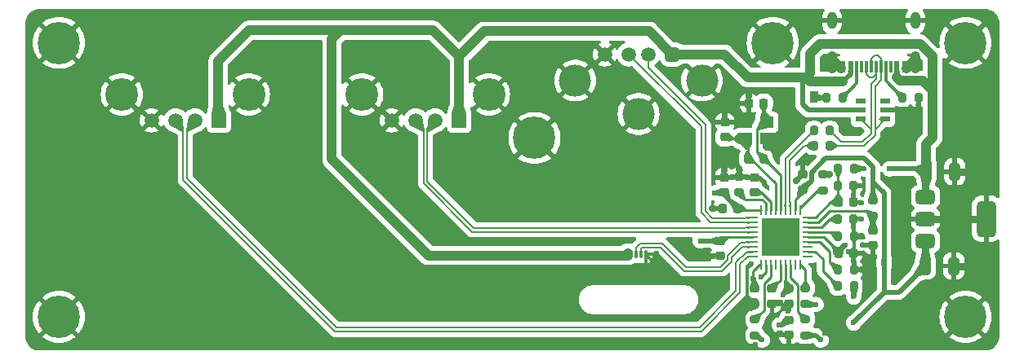
<source format=gbr>
%TF.GenerationSoftware,KiCad,Pcbnew,8.0.4*%
%TF.CreationDate,2024-10-24T20:47:50-05:00*%
%TF.ProjectId,numlocked_HUB,6e756d6c-6f63-46b6-9564-5f4855422e6b,rev?*%
%TF.SameCoordinates,Original*%
%TF.FileFunction,Copper,L1,Top*%
%TF.FilePolarity,Positive*%
%FSLAX46Y46*%
G04 Gerber Fmt 4.6, Leading zero omitted, Abs format (unit mm)*
G04 Created by KiCad (PCBNEW 8.0.4) date 2024-10-24 20:47:50*
%MOMM*%
%LPD*%
G01*
G04 APERTURE LIST*
G04 Aperture macros list*
%AMRoundRect*
0 Rectangle with rounded corners*
0 $1 Rounding radius*
0 $2 $3 $4 $5 $6 $7 $8 $9 X,Y pos of 4 corners*
0 Add a 4 corners polygon primitive as box body*
4,1,4,$2,$3,$4,$5,$6,$7,$8,$9,$2,$3,0*
0 Add four circle primitives for the rounded corners*
1,1,$1+$1,$2,$3*
1,1,$1+$1,$4,$5*
1,1,$1+$1,$6,$7*
1,1,$1+$1,$8,$9*
0 Add four rect primitives between the rounded corners*
20,1,$1+$1,$2,$3,$4,$5,0*
20,1,$1+$1,$4,$5,$6,$7,0*
20,1,$1+$1,$6,$7,$8,$9,0*
20,1,$1+$1,$8,$9,$2,$3,0*%
G04 Aperture macros list end*
%TA.AperFunction,SMDPad,CuDef*%
%ADD10RoundRect,0.225000X0.250000X-0.225000X0.250000X0.225000X-0.250000X0.225000X-0.250000X-0.225000X0*%
%TD*%
%TA.AperFunction,SMDPad,CuDef*%
%ADD11RoundRect,0.200000X-0.200000X-0.275000X0.200000X-0.275000X0.200000X0.275000X-0.200000X0.275000X0*%
%TD*%
%TA.AperFunction,ComponentPad*%
%ADD12C,4.400000*%
%TD*%
%TA.AperFunction,SMDPad,CuDef*%
%ADD13R,0.600000X1.150000*%
%TD*%
%TA.AperFunction,SMDPad,CuDef*%
%ADD14R,0.300000X1.150000*%
%TD*%
%TA.AperFunction,ComponentPad*%
%ADD15O,1.000000X2.100000*%
%TD*%
%TA.AperFunction,ComponentPad*%
%ADD16O,1.000000X1.800000*%
%TD*%
%TA.AperFunction,ComponentPad*%
%ADD17R,1.508000X1.508000*%
%TD*%
%TA.AperFunction,ComponentPad*%
%ADD18C,1.508000*%
%TD*%
%TA.AperFunction,ComponentPad*%
%ADD19C,3.396000*%
%TD*%
%TA.AperFunction,SMDPad,CuDef*%
%ADD20RoundRect,0.075000X-0.075000X-0.325000X0.075000X-0.325000X0.075000X0.325000X-0.075000X0.325000X0*%
%TD*%
%TA.AperFunction,SMDPad,CuDef*%
%ADD21RoundRect,0.100000X-0.100000X-0.300000X0.100000X-0.300000X0.100000X0.300000X-0.100000X0.300000X0*%
%TD*%
%TA.AperFunction,SMDPad,CuDef*%
%ADD22RoundRect,0.225000X-0.225000X-0.250000X0.225000X-0.250000X0.225000X0.250000X-0.225000X0.250000X0*%
%TD*%
%TA.AperFunction,SMDPad,CuDef*%
%ADD23R,1.066800X0.254000*%
%TD*%
%TA.AperFunction,SMDPad,CuDef*%
%ADD24R,0.254000X1.066800*%
%TD*%
%TA.AperFunction,SMDPad,CuDef*%
%ADD25R,3.860800X3.860800*%
%TD*%
%TA.AperFunction,SMDPad,CuDef*%
%ADD26RoundRect,0.225000X-0.250000X0.225000X-0.250000X-0.225000X0.250000X-0.225000X0.250000X0.225000X0*%
%TD*%
%TA.AperFunction,SMDPad,CuDef*%
%ADD27RoundRect,0.200000X0.275000X-0.200000X0.275000X0.200000X-0.275000X0.200000X-0.275000X-0.200000X0*%
%TD*%
%TA.AperFunction,SMDPad,CuDef*%
%ADD28RoundRect,0.250000X-0.325000X-0.650000X0.325000X-0.650000X0.325000X0.650000X-0.325000X0.650000X0*%
%TD*%
%TA.AperFunction,SMDPad,CuDef*%
%ADD29RoundRect,0.225000X0.225000X0.250000X-0.225000X0.250000X-0.225000X-0.250000X0.225000X-0.250000X0*%
%TD*%
%TA.AperFunction,SMDPad,CuDef*%
%ADD30RoundRect,0.200000X-0.275000X0.200000X-0.275000X-0.200000X0.275000X-0.200000X0.275000X0.200000X0*%
%TD*%
%TA.AperFunction,SMDPad,CuDef*%
%ADD31RoundRect,0.200000X0.200000X0.275000X-0.200000X0.275000X-0.200000X-0.275000X0.200000X-0.275000X0*%
%TD*%
%TA.AperFunction,SMDPad,CuDef*%
%ADD32R,1.092200X0.609600*%
%TD*%
%TA.AperFunction,SMDPad,CuDef*%
%ADD33R,1.400000X1.200000*%
%TD*%
%TA.AperFunction,SMDPad,CuDef*%
%ADD34RoundRect,0.375000X-0.625000X-0.375000X0.625000X-0.375000X0.625000X0.375000X-0.625000X0.375000X0*%
%TD*%
%TA.AperFunction,SMDPad,CuDef*%
%ADD35RoundRect,0.500000X-0.500000X-1.400000X0.500000X-1.400000X0.500000X1.400000X-0.500000X1.400000X0*%
%TD*%
%TA.AperFunction,ComponentPad*%
%ADD36RoundRect,0.377000X0.377000X0.377000X-0.377000X0.377000X-0.377000X-0.377000X0.377000X-0.377000X0*%
%TD*%
%TA.AperFunction,ComponentPad*%
%ADD37C,3.340000*%
%TD*%
%TA.AperFunction,ViaPad*%
%ADD38C,0.600000*%
%TD*%
%TA.AperFunction,ViaPad*%
%ADD39C,0.700000*%
%TD*%
%TA.AperFunction,Conductor*%
%ADD40C,0.300000*%
%TD*%
%TA.AperFunction,Conductor*%
%ADD41C,0.167386*%
%TD*%
%TA.AperFunction,Conductor*%
%ADD42C,1.000000*%
%TD*%
%TA.AperFunction,Conductor*%
%ADD43C,0.500000*%
%TD*%
%TA.AperFunction,Conductor*%
%ADD44C,0.200000*%
%TD*%
%TA.AperFunction,Conductor*%
%ADD45C,0.254000*%
%TD*%
%TA.AperFunction,Conductor*%
%ADD46C,0.750000*%
%TD*%
G04 APERTURE END LIST*
D10*
%TO.P,C15,1*%
%TO.N,+3V3*%
X161000000Y-58025000D03*
%TO.P,C15,2*%
%TO.N,GND*%
X161000000Y-56475000D03*
%TD*%
D11*
%TO.P,R6,1*%
%TO.N,Net-(U1-HS_IND{slash}CFG_SEL1)*%
X172743900Y-60840000D03*
%TO.P,R6,2*%
%TO.N,GND*%
X174393900Y-60840000D03*
%TD*%
D12*
%TO.P,H3,1,1*%
%TO.N,GND*%
X92000000Y-42500000D03*
%TD*%
%TO.P,H6,1,1*%
%TO.N,GND*%
X92000000Y-71000000D03*
%TD*%
D13*
%TO.P,J1,A1_B12,GND*%
%TO.N,GND*%
X179677500Y-44955000D03*
%TO.P,J1,A4_B9,VBUS*%
%TO.N,+5V*%
X178877500Y-44955000D03*
D14*
%TO.P,J1,A5,CC1*%
%TO.N,Net-(J1-CC1)*%
X177727500Y-44955000D03*
%TO.P,J1,A6,DP1*%
%TO.N,/USB_UP_P*%
X176727500Y-44955000D03*
%TO.P,J1,A7,DN1*%
%TO.N,/USB_UP_N*%
X176227500Y-44955000D03*
%TO.P,J1,A8,SBU1*%
%TO.N,unconnected-(J1-SBU1-PadA8)*%
X175227500Y-44955000D03*
D13*
%TO.P,J1,B1_A12,GND__1*%
%TO.N,GND*%
X173277500Y-44955000D03*
%TO.P,J1,B4_A9,VBUS__1*%
%TO.N,+5V*%
X174077500Y-44955000D03*
D14*
%TO.P,J1,B5,CC2*%
%TO.N,Net-(J1-CC2)*%
X174727500Y-44955000D03*
%TO.P,J1,B6,DP2*%
%TO.N,/USB_UP_P*%
X175727500Y-44955000D03*
%TO.P,J1,B7,DN2*%
%TO.N,/USB_UP_N*%
X177227500Y-44955000D03*
%TO.P,J1,B8,SBU2*%
%TO.N,unconnected-(J1-SBU2-PadB8)*%
X178227500Y-44955000D03*
D15*
%TO.P,J1,SH1,SHELL_GND*%
%TO.N,GND*%
X180797500Y-44380000D03*
%TO.P,J1,SH2,SHELL_GND__1*%
X172157500Y-44380000D03*
D16*
%TO.P,J1,SH3,SHELL_GND__2*%
X180797500Y-40200000D03*
%TO.P,J1,SH4,SHELL_GND__3*%
X172157500Y-40200000D03*
%TD*%
D17*
%TO.P,J3,1,VCC*%
%TO.N,+5V*%
X133500000Y-50570000D03*
D18*
%TO.P,J3,2,D-*%
%TO.N,/USB_DOWN2_N*%
X131000000Y-50570000D03*
%TO.P,J3,3,D+*%
%TO.N,/USB_DOWN2_P*%
X129000000Y-50570000D03*
%TO.P,J3,4,GND*%
%TO.N,GND*%
X126500000Y-50570000D03*
D19*
%TO.P,J3,S1,SHIELD*%
X136570000Y-47860000D03*
%TO.P,J3,S2,SHIELD__1*%
X123430000Y-47860000D03*
%TD*%
D20*
%TO.P,J5,1,1*%
%TO.N,+5V*%
X151350000Y-64500000D03*
%TO.P,J5,2,2*%
%TO.N,/USB_DOWN3_N*%
X151850000Y-64500000D03*
%TO.P,J5,3,3*%
%TO.N,/USB_DOWN3_P*%
X152350000Y-64500000D03*
%TO.P,J5,4,4*%
%TO.N,GND*%
X152850000Y-64500000D03*
D21*
%TO.P,J5,P1,P1*%
X150350000Y-67000000D03*
%TO.P,J5,P2,P2*%
X153850000Y-67000000D03*
%TD*%
D22*
%TO.P,C5,1*%
%TO.N,+3V3*%
X172808900Y-64380000D03*
%TO.P,C5,2*%
%TO.N,GND*%
X174358900Y-64380000D03*
%TD*%
D23*
%TO.P,U1,1,USBDM_DN1/PRT_DIS_M1*%
%TO.N,/USB_DOWN1_N*%
X163955200Y-60668000D03*
%TO.P,U1,2,USBDP_DN1/PRT_DIS_P1*%
%TO.N,/USB_DOWN1_P*%
X163955200Y-61176000D03*
%TO.P,U1,3,USBDM_DN2/PRT_DIS_M2*%
%TO.N,/USB_DOWN2_N*%
X163955200Y-61684000D03*
%TO.P,U1,4,USBDP_DN2/PRT_DIS_P2*%
%TO.N,/USB_DOWN2_P*%
X163955200Y-62192000D03*
%TO.P,U1,5,VDDA33*%
%TO.N,+3V3*%
X163955200Y-62700000D03*
%TO.P,U1,6,USBDM_DN3/PRT_DIS_M3*%
%TO.N,/USB_DOWN3_N*%
X163955200Y-63208000D03*
%TO.P,U1,7,USBDP_DN3/PRT_DIS_P3*%
%TO.N,/USB_DOWN3_P*%
X163955200Y-63716000D03*
%TO.P,U1,8,USBDM_DN4/PRT_DIS_M4*%
%TO.N,/USB_DOWN4_N*%
X163955200Y-64224000D03*
%TO.P,U1,9,USBDP_DN4/PRT_DIS_P4*%
%TO.N,/USB_DOWN4_P*%
X163955200Y-64732000D03*
D24*
%TO.P,U1,10,VDDA33*%
%TO.N,+3V3*%
X164768000Y-65544800D03*
%TO.P,U1,11,TEST*%
%TO.N,GND*%
X165276000Y-65544800D03*
%TO.P,U1,12,PRTPWR1/BC_EN1*%
%TO.N,Net-(U1-PRTPWR1{slash}BC_EN1)*%
X165784000Y-65544800D03*
%TO.P,U1,13,OCS_N1*%
%TO.N,unconnected-(U1-OCS_N1-Pad13)*%
X166292000Y-65544800D03*
%TO.P,U1,14,CRFILT*%
%TO.N,Net-(U1-CRFILT)*%
X166800000Y-65544800D03*
%TO.P,U1,15,VDD33*%
%TO.N,+3V3*%
X167308000Y-65544800D03*
%TO.P,U1,16,PRTPWR2/BC_EN2*%
%TO.N,Net-(U1-PRTPWR2{slash}BC_EN2)*%
X167816000Y-65544800D03*
%TO.P,U1,17,OCS_N2*%
%TO.N,unconnected-(U1-OCS_N2-Pad17)*%
X168324000Y-65544800D03*
%TO.P,U1,18,PRTPWR3/BC_EN3*%
%TO.N,Net-(U1-PRTPWR3{slash}BC_EN3)*%
X168832000Y-65544800D03*
D23*
%TO.P,U1,19,OCS_N3*%
%TO.N,unconnected-(U1-OCS_N3-Pad19)*%
X169644800Y-64732000D03*
%TO.P,U1,20,PRTPWR4/BC_EN4*%
%TO.N,Net-(U1-PRTPWR4{slash}BC_EN4)*%
X169644800Y-64224000D03*
%TO.P,U1,21,OCS_N4*%
%TO.N,unconnected-(U1-OCS_N4-Pad21)*%
X169644800Y-63716000D03*
%TO.P,U1,22,SDA/SMBDATA/NON_REM1*%
%TO.N,Net-(U1-SDA{slash}SMBDATA{slash}NON_REM1)*%
X169644800Y-63208000D03*
%TO.P,U1,23,VDD33*%
%TO.N,+3V3*%
X169644800Y-62700000D03*
%TO.P,U1,24,SCL/SMBCLK/CFG_SEL0*%
%TO.N,Net-(U1-SCL{slash}SMBCLK{slash}CFG_SEL0)*%
X169644800Y-62192000D03*
%TO.P,U1,25,HS_IND/CFG_SEL1*%
%TO.N,Net-(U1-HS_IND{slash}CFG_SEL1)*%
X169644800Y-61684000D03*
%TO.P,U1,26,RESET_N*%
%TO.N,/RESET_N*%
X169644800Y-61176000D03*
%TO.P,U1,27,VBUS_DET*%
%TO.N,/VBUS_DET*%
X169644800Y-60668000D03*
D24*
%TO.P,U1,28,SUSP_IND/LOCAL_PWR/NON_REM0*%
%TO.N,Net-(U1-SUSP_IND{slash}LOCAL_PWR{slash}NON_REM0)*%
X168832000Y-59855200D03*
%TO.P,U1,29,VDDA33*%
%TO.N,+3V3*%
X168324000Y-59855200D03*
%TO.P,U1,30,USBDM_UP*%
%TO.N,/USB_UP_RES_N*%
X167816000Y-59855200D03*
%TO.P,U1,31,USBDP_UP*%
%TO.N,/USB_UP_RES_P*%
X167308000Y-59855200D03*
%TO.P,U1,32,XTALOUT*%
%TO.N,/XTALOUT*%
X166800000Y-59855200D03*
%TO.P,U1,33,XTALIN/CLKIN*%
%TO.N,/XTALIN*%
X166292000Y-59855200D03*
%TO.P,U1,34,PLLFILT*%
%TO.N,Net-(U1-PLLFILT)*%
X165784000Y-59855200D03*
%TO.P,U1,35,RBIAS*%
%TO.N,Net-(U1-RBIAS)*%
X165276000Y-59855200D03*
%TO.P,U1,36,VDDA33*%
%TO.N,+3V3*%
X164768000Y-59855200D03*
D25*
%TO.P,U1,37,EPAD*%
%TO.N,GND*%
X166800000Y-62700000D03*
%TD*%
D11*
%TO.P,R16,1*%
%TO.N,GND*%
X171575000Y-48200000D03*
%TO.P,R16,2*%
%TO.N,Net-(J1-CC2)*%
X173225000Y-48200000D03*
%TD*%
D10*
%TO.P,C9,1*%
%TO.N,Net-(U1-PLLFILT)*%
X164100000Y-58025000D03*
%TO.P,C9,2*%
%TO.N,GND*%
X164100000Y-56475000D03*
%TD*%
D11*
%TO.P,R8,1*%
%TO.N,Net-(U1-SDA{slash}SMBDATA{slash}NON_REM1)*%
X172763207Y-66090000D03*
%TO.P,R8,2*%
%TO.N,GND*%
X174413207Y-66090000D03*
%TD*%
D12*
%TO.P,H4,1,1*%
%TO.N,GND*%
X186000000Y-71000000D03*
%TD*%
D17*
%TO.P,J4,1,VCC*%
%TO.N,+5V*%
X108600000Y-50570000D03*
D18*
%TO.P,J4,2,D-*%
%TO.N,/USB_DOWN4_N*%
X106100000Y-50570000D03*
%TO.P,J4,3,D+*%
%TO.N,/USB_DOWN4_P*%
X104100000Y-50570000D03*
%TO.P,J4,4,GND*%
%TO.N,GND*%
X101600000Y-50570000D03*
D19*
%TO.P,J4,S1,SHIELD*%
X111670000Y-47860000D03*
%TO.P,J4,S2,SHIELD__1*%
X98530000Y-47860000D03*
%TD*%
D26*
%TO.P,C1,1*%
%TO.N,+3V3*%
X160550000Y-63075000D03*
%TO.P,C1,2*%
%TO.N,GND*%
X160550000Y-64625000D03*
%TD*%
D10*
%TO.P,C10,1*%
%TO.N,GND*%
X165898900Y-69615000D03*
%TO.P,C10,2*%
%TO.N,Net-(U1-CRFILT)*%
X165898900Y-68065000D03*
%TD*%
D11*
%TO.P,R5,1*%
%TO.N,/USB_UP_RES_N*%
X170275000Y-53200000D03*
%TO.P,R5,2*%
%TO.N,/USB_UP_N*%
X171925000Y-53200000D03*
%TD*%
D12*
%TO.P,H1,1,1*%
%TO.N,GND*%
X186000000Y-42500000D03*
%TD*%
D27*
%TO.P,R12,1*%
%TO.N,Net-(U1-SUSP_IND{slash}LOCAL_PWR{slash}NON_REM0)*%
X171209607Y-57849293D03*
%TO.P,R12,2*%
%TO.N,GND*%
X171209607Y-56199293D03*
%TD*%
D10*
%TO.P,C11,1*%
%TO.N,/XTALIN*%
X161050000Y-52315000D03*
%TO.P,C11,2*%
%TO.N,GND*%
X161050000Y-50765000D03*
%TD*%
D28*
%TO.P,C13,1*%
%TO.N,+5V*%
X181925000Y-55900000D03*
%TO.P,C13,2*%
%TO.N,GND*%
X184875000Y-55900000D03*
%TD*%
D11*
%TO.P,R7,1*%
%TO.N,Net-(U1-SCL{slash}SMBCLK{slash}CFG_SEL0)*%
X172758900Y-62590000D03*
%TO.P,R7,2*%
%TO.N,GND*%
X174408900Y-62590000D03*
%TD*%
D29*
%TO.P,C4,1*%
%TO.N,+3V3*%
X162375000Y-59700000D03*
%TO.P,C4,2*%
%TO.N,GND*%
X160825000Y-59700000D03*
%TD*%
D12*
%TO.P,H2,1,1*%
%TO.N,GND*%
X141300000Y-52400000D03*
%TD*%
D30*
%TO.P,R3,1*%
%TO.N,Net-(U1-PRTPWR3{slash}BC_EN3)*%
X169398900Y-68015000D03*
%TO.P,R3,2*%
%TO.N,+5V*%
X169398900Y-69665000D03*
%TD*%
D10*
%TO.P,C6,1*%
%TO.N,+3V3*%
X169100000Y-57750707D03*
%TO.P,C6,2*%
%TO.N,GND*%
X169100000Y-56200707D03*
%TD*%
D28*
%TO.P,C14,1*%
%TO.N,+3V3*%
X181825000Y-65700000D03*
%TO.P,C14,2*%
%TO.N,GND*%
X184775000Y-65700000D03*
%TD*%
D11*
%TO.P,R14,1*%
%TO.N,/XTALIN*%
X163425000Y-54550000D03*
%TO.P,R14,2*%
%TO.N,/XTALOUT*%
X165075000Y-54550000D03*
%TD*%
D22*
%TO.P,C8,1*%
%TO.N,/VBUS_DET*%
X172798900Y-59090000D03*
%TO.P,C8,2*%
%TO.N,GND*%
X174348900Y-59090000D03*
%TD*%
D30*
%TO.P,R9,1*%
%TO.N,+3V3*%
X176388900Y-58855000D03*
%TO.P,R9,2*%
%TO.N,/RESET_N*%
X176388900Y-60505000D03*
%TD*%
D31*
%TO.P,R4,1*%
%TO.N,+5V*%
X174425000Y-67800000D03*
%TO.P,R4,2*%
%TO.N,Net-(U1-PRTPWR4{slash}BC_EN4)*%
X172775000Y-67800000D03*
%TD*%
D32*
%TO.P,U4,1,1*%
%TO.N,/USB_UP_N*%
X177644600Y-50439800D03*
%TO.P,U4,2,2*%
%TO.N,GND*%
X177644600Y-49500000D03*
%TO.P,U4,3,3*%
%TO.N,unconnected-(U4-Pad3)*%
X177644600Y-48560200D03*
%TO.P,U4,4,4*%
%TO.N,unconnected-(U4-Pad4)*%
X175155400Y-48560200D03*
%TO.P,U4,5,5*%
%TO.N,+5V*%
X175155400Y-49500000D03*
%TO.P,U4,6,6*%
%TO.N,/USB_UP_P*%
X175155400Y-50439800D03*
%TD*%
D31*
%TO.P,R15,1*%
%TO.N,GND*%
X181125000Y-48200000D03*
%TO.P,R15,2*%
%TO.N,Net-(J1-CC1)*%
X179475000Y-48200000D03*
%TD*%
D11*
%TO.P,R17,1*%
%TO.N,/USB_UP_RES_P*%
X170275000Y-51600000D03*
%TO.P,R17,2*%
%TO.N,/USB_UP_P*%
X171925000Y-51600000D03*
%TD*%
D26*
%TO.P,C2,1*%
%TO.N,+3V3*%
X164148900Y-68065000D03*
%TO.P,C2,2*%
%TO.N,GND*%
X164148900Y-69615000D03*
%TD*%
D31*
%TO.P,R10,1*%
%TO.N,+5V*%
X174413900Y-55590000D03*
%TO.P,R10,2*%
%TO.N,/VBUS_DET*%
X172763900Y-55590000D03*
%TD*%
D27*
%TO.P,R13,1*%
%TO.N,Net-(U1-RBIAS)*%
X162550000Y-58075000D03*
%TO.P,R13,2*%
%TO.N,GND*%
X162550000Y-56425000D03*
%TD*%
D30*
%TO.P,R1,1*%
%TO.N,Net-(U1-PRTPWR1{slash}BC_EN1)*%
X164148900Y-71265000D03*
%TO.P,R1,2*%
%TO.N,+5V*%
X164148900Y-72915000D03*
%TD*%
D26*
%TO.P,C7,1*%
%TO.N,/RESET_N*%
X176388900Y-61975000D03*
%TO.P,C7,2*%
%TO.N,GND*%
X176388900Y-63525000D03*
%TD*%
D29*
%TO.P,C12,1*%
%TO.N,/XTALOUT*%
X165075000Y-48790000D03*
%TO.P,C12,2*%
%TO.N,GND*%
X163525000Y-48790000D03*
%TD*%
D26*
%TO.P,C3,1*%
%TO.N,+3V3*%
X167648900Y-68065000D03*
%TO.P,C3,2*%
%TO.N,GND*%
X167648900Y-69615000D03*
%TD*%
D33*
%TO.P,Y1,1*%
%TO.N,/XTALIN*%
X163200000Y-52450000D03*
%TO.P,Y1,2,GND*%
%TO.N,GND*%
X165400000Y-52450000D03*
%TO.P,Y1,3*%
%TO.N,/XTALOUT*%
X165400000Y-50750000D03*
%TO.P,Y1,4,GND__1*%
%TO.N,GND*%
X163200000Y-50750000D03*
%TD*%
D30*
%TO.P,R2,1*%
%TO.N,Net-(U1-PRTPWR2{slash}BC_EN2)*%
X169400000Y-71265000D03*
%TO.P,R2,2*%
%TO.N,+5V*%
X169400000Y-72915000D03*
%TD*%
D12*
%TO.P,H2,1,1*%
%TO.N,GND*%
X166000000Y-42500000D03*
%TD*%
D34*
%TO.P,U2,1,IN*%
%TO.N,+5V*%
X181850000Y-58500000D03*
%TO.P,U2,2,GND*%
%TO.N,GND*%
X181850000Y-60800000D03*
%TO.P,U2,3,OUT*%
%TO.N,+3V3*%
X181850000Y-63100000D03*
D35*
%TO.P,U2,4,GND*%
%TO.N,GND*%
X188150000Y-60800000D03*
%TD*%
D11*
%TO.P,R11,1*%
%TO.N,/VBUS_DET*%
X172753900Y-57340000D03*
%TO.P,R11,2*%
%TO.N,GND*%
X174403900Y-57340000D03*
%TD*%
D26*
%TO.P,C16,1*%
%TO.N,+3V3*%
X167648900Y-71315000D03*
%TO.P,C16,2*%
%TO.N,GND*%
X167648900Y-72865000D03*
%TD*%
D36*
%TO.P,J2,1,VCC*%
%TO.N,+5V*%
X155600000Y-43705000D03*
D18*
%TO.P,J2,2,D-*%
%TO.N,/USB_DOWN1_N*%
X153100000Y-43705000D03*
%TO.P,J2,3,D+*%
%TO.N,/USB_DOWN1_P*%
X151100000Y-43705000D03*
%TO.P,J2,4,GND*%
%TO.N,GND*%
X148600000Y-43705000D03*
D37*
%TO.P,J2,S1,SHIELD*%
X158670000Y-46415000D03*
%TO.P,J2,S2,SHIELD__1*%
X152100000Y-49915000D03*
%TO.P,J2,S3,SHIELD__2*%
X145530000Y-46415000D03*
%TD*%
D38*
%TO.N,GND*%
X154029677Y-65801303D03*
X152850000Y-65800000D03*
X154000000Y-64400000D03*
D39*
X117750000Y-57950000D03*
X159500000Y-64700000D03*
X166800000Y-61500000D03*
X161000000Y-55600000D03*
X92200000Y-59700000D03*
X119650000Y-57950000D03*
X175400000Y-66100000D03*
X92200000Y-55900000D03*
D38*
X178500000Y-49500000D03*
X186000000Y-60800000D03*
X171100000Y-67500000D03*
D39*
X175200000Y-62600000D03*
X103600000Y-43900000D03*
D38*
X171382417Y-72650000D03*
D39*
X166800000Y-63900000D03*
X162550000Y-55650000D03*
D38*
X186200000Y-55900000D03*
X186100000Y-65700000D03*
X164224008Y-73827830D03*
D39*
X162200000Y-48790000D03*
X165600000Y-62700000D03*
X126500000Y-48300000D03*
X168000000Y-62700000D03*
X165400000Y-53400000D03*
D38*
X183600000Y-60800000D03*
D39*
X92200000Y-57800000D03*
X168000000Y-61500000D03*
X159700000Y-59700000D03*
X148900000Y-66000000D03*
D38*
X165100000Y-57000000D03*
D39*
X168436999Y-56869581D03*
D38*
X163800000Y-65500000D03*
D39*
X165600000Y-63900000D03*
X171891637Y-56204519D03*
D38*
X166800011Y-69499989D03*
D39*
X105500000Y-43900000D03*
D38*
X167570487Y-70365000D03*
D39*
X101700000Y-43900000D03*
D38*
X164762767Y-66866989D03*
D39*
X170600000Y-48200000D03*
X115850000Y-57950000D03*
X126500000Y-52500000D03*
X163550000Y-47900000D03*
X161000000Y-49490000D03*
D38*
X166700000Y-72640274D03*
D39*
X128400000Y-48300000D03*
D38*
X175200000Y-60800000D03*
X181125000Y-49100000D03*
D39*
X101600000Y-52300000D03*
D38*
X175200000Y-59100000D03*
D39*
X165600000Y-61500000D03*
D38*
X173819879Y-64240783D03*
D39*
X130300000Y-48300000D03*
X168000000Y-63900000D03*
D38*
%TO.N,+5V*%
X178100000Y-55600000D03*
X171000000Y-73400000D03*
X175500000Y-55600000D03*
X170500000Y-69700000D03*
X164900000Y-73400000D03*
X174400000Y-68900000D03*
%TO.N,+3V3*%
X174400000Y-71600000D03*
X166700000Y-71840271D03*
X177550000Y-65350000D03*
X158500000Y-63100000D03*
X167100640Y-68724509D03*
X173500000Y-63500000D03*
X163973900Y-67000000D03*
X170052781Y-56608819D03*
X160000000Y-58100000D03*
%TD*%
D40*
%TO.N,GND*%
X153900000Y-64500000D02*
X154000000Y-64400000D01*
X152850000Y-64500000D02*
X153900000Y-64500000D01*
X152850000Y-65800000D02*
X152850000Y-64500000D01*
D41*
%TO.N,/USB_DOWN3_N*%
X151850000Y-63752431D02*
X151850000Y-64500000D01*
X152245092Y-63357339D02*
X151850000Y-63752431D01*
X154552477Y-63357339D02*
X152245092Y-63357339D01*
X161308693Y-64596169D02*
X161308693Y-65066943D01*
X162651555Y-63253307D02*
X161308693Y-64596169D01*
X160584329Y-65791307D02*
X156986445Y-65791307D01*
X163955200Y-63208000D02*
X163155099Y-63208000D01*
%TO.N,/USB_DOWN3_P*%
X152350000Y-63899999D02*
X152350000Y-64500000D01*
X152475274Y-63774725D02*
X152350000Y-63899999D01*
%TO.N,/USB_DOWN3_N*%
X161308693Y-65066943D02*
X160584329Y-65791307D01*
%TO.N,/USB_DOWN3_P*%
X154379587Y-63774725D02*
X152475274Y-63774725D01*
%TO.N,/USB_DOWN3_N*%
X156986445Y-65791307D02*
X154552477Y-63357339D01*
%TO.N,/USB_DOWN3_P*%
X160757187Y-66208693D02*
X156813555Y-66208693D01*
X163155099Y-63716000D02*
X163109792Y-63670693D01*
X156813555Y-66208693D02*
X154379587Y-63774725D01*
X161726059Y-65239822D02*
X161724728Y-65241152D01*
%TO.N,/USB_DOWN3_N*%
X163109792Y-63253307D02*
X162651555Y-63253307D01*
%TO.N,/USB_DOWN3_P*%
X163955200Y-63716000D02*
X163155099Y-63716000D01*
X163109792Y-63670693D02*
X162824445Y-63670693D01*
%TO.N,/USB_DOWN3_N*%
X163155099Y-63208000D02*
X163109792Y-63253307D01*
%TO.N,/USB_DOWN3_P*%
X162824445Y-63670693D02*
X161726059Y-64769079D01*
X161726059Y-64769079D02*
X161726059Y-65239822D01*
X161724728Y-65241152D02*
X160757187Y-66208693D01*
D42*
%TO.N,+5V*%
X120300000Y-42100000D02*
X121200000Y-41200000D01*
X120300000Y-54600000D02*
X120300000Y-42100000D01*
X151000000Y-64600001D02*
X130300001Y-64600001D01*
X151000000Y-64350000D02*
X151000000Y-64600001D01*
X130300001Y-64600001D02*
X120300000Y-54600000D01*
D43*
%TO.N,GND*%
X159525000Y-64675000D02*
X160500000Y-64675000D01*
X159500000Y-64700000D02*
X159525000Y-64675000D01*
X174413207Y-66090000D02*
X175390000Y-66090000D01*
D40*
X163800000Y-65500000D02*
X163323900Y-65976100D01*
D43*
X169100000Y-56206580D02*
X169100000Y-56200707D01*
X171891637Y-56204519D02*
X171885704Y-56198586D01*
D44*
X175390000Y-59090000D02*
X175380000Y-59100000D01*
D40*
X175200000Y-59100000D02*
X174358900Y-59100000D01*
D43*
X166800000Y-69500000D02*
X166013900Y-69500000D01*
X162200000Y-48790000D02*
X162200000Y-49750000D01*
X162200000Y-49750000D02*
X163200000Y-50750000D01*
D45*
X165276000Y-66353756D02*
X165276000Y-65544800D01*
D43*
X166800011Y-69499989D02*
X166800000Y-69500000D01*
X171575000Y-48200000D02*
X170600000Y-48200000D01*
D46*
X184775000Y-65700000D02*
X186100000Y-65700000D01*
D42*
X180797500Y-45180000D02*
X180797500Y-44380000D01*
D43*
X177644600Y-49500000D02*
X178500000Y-49500000D01*
X171885704Y-56198586D02*
X171208900Y-56198586D01*
X163525000Y-48790000D02*
X163525000Y-47925000D01*
X166924726Y-72865000D02*
X167648900Y-72865000D01*
X175390000Y-66090000D02*
X175400000Y-66100000D01*
X164575000Y-56475000D02*
X164100000Y-56475000D01*
X181125000Y-49100000D02*
X181125000Y-48700000D01*
D44*
X175380000Y-59100000D02*
X175200000Y-59100000D01*
D46*
X181850000Y-60800000D02*
X183600000Y-60800000D01*
D43*
X167648900Y-69615000D02*
X167648900Y-70286587D01*
D46*
X188150000Y-60800000D02*
X186000000Y-60800000D01*
D42*
X172302500Y-44380000D02*
X173077500Y-45155000D01*
D43*
X162550000Y-55650000D02*
X162550000Y-56425000D01*
D42*
X180797500Y-44380000D02*
X180652500Y-44380000D01*
D43*
X161000000Y-55600000D02*
X161000000Y-56475000D01*
D40*
X175200000Y-60800000D02*
X174433900Y-60800000D01*
D43*
X159700000Y-59700000D02*
X160825000Y-59700000D01*
X173819879Y-64240783D02*
X174219683Y-64240783D01*
D45*
X164762767Y-66866989D02*
X165276000Y-66353756D01*
D40*
X174393900Y-60840000D02*
X174393900Y-62575000D01*
X163323900Y-65976100D02*
X163323900Y-68790000D01*
D43*
X161000000Y-49490000D02*
X161000000Y-50715000D01*
D40*
X174348900Y-59090000D02*
X174348900Y-57395000D01*
X163323900Y-68790000D02*
X164148900Y-69615000D01*
D43*
X168436999Y-56869581D02*
X169100000Y-56206580D01*
D42*
X180652500Y-44380000D02*
X179877500Y-45155000D01*
D43*
X165100000Y-57000000D02*
X164575000Y-56475000D01*
D42*
X172157500Y-45180000D02*
X172157500Y-44380000D01*
D43*
X167648900Y-70286587D02*
X167570487Y-70365000D01*
D42*
X172157500Y-44380000D02*
X172302500Y-44380000D01*
D43*
X163525000Y-47925000D02*
X163550000Y-47900000D01*
D46*
X184875000Y-55900000D02*
X186200000Y-55900000D01*
D43*
X166700000Y-72640274D02*
X166924726Y-72865000D01*
X165400000Y-53400000D02*
X165400000Y-52450000D01*
D40*
X175200000Y-62600000D02*
X174418900Y-62600000D01*
D45*
%TO.N,/XTALIN*%
X163200000Y-52450000D02*
X161185000Y-52450000D01*
X166292000Y-57142000D02*
X163700000Y-54550000D01*
X166292000Y-59855200D02*
X166292000Y-57142000D01*
X163425000Y-54550000D02*
X163425000Y-52675000D01*
%TO.N,/XTALOUT*%
X164373000Y-51427000D02*
X165050000Y-50750000D01*
X165075000Y-54550000D02*
X164373000Y-53848000D01*
X165075000Y-48790000D02*
X165075000Y-50425000D01*
X166800000Y-56250000D02*
X165100000Y-54550000D01*
X164373000Y-53848000D02*
X164373000Y-51427000D01*
X166800000Y-59855200D02*
X166800000Y-56250000D01*
D42*
%TO.N,+5V*%
X182600000Y-47425000D02*
X182600000Y-43935444D01*
D43*
X174425000Y-67800000D02*
X174425000Y-68875000D01*
D42*
X160985000Y-43685000D02*
X155600000Y-43685000D01*
X182600000Y-43935444D02*
X181294556Y-42630000D01*
D43*
X164415000Y-72915000D02*
X164148900Y-72915000D01*
X174413900Y-55590000D02*
X175490000Y-55590000D01*
X170500000Y-69700000D02*
X169433900Y-69700000D01*
X169500000Y-46100000D02*
X169100000Y-46500000D01*
X169433900Y-69700000D02*
X169398900Y-69665000D01*
D42*
X108500000Y-44400000D02*
X111700000Y-41200000D01*
D43*
X173300000Y-46500000D02*
X174077500Y-45722500D01*
D42*
X181294556Y-42630000D02*
X170870000Y-42630000D01*
X170870000Y-42630000D02*
X169900000Y-43600000D01*
X169900000Y-46500000D02*
X169500000Y-46100000D01*
D43*
X169100000Y-48900000D02*
X169700000Y-49500000D01*
X178877500Y-44955000D02*
X178877500Y-46100000D01*
D42*
X169900000Y-45700000D02*
X169500000Y-46100000D01*
X169500000Y-46100000D02*
X163400000Y-46100000D01*
D46*
X181850000Y-58500000D02*
X181850000Y-55975000D01*
D42*
X182600000Y-52325000D02*
X181925000Y-53000000D01*
X111700000Y-41200000D02*
X121200000Y-41200000D01*
D43*
X175490000Y-55590000D02*
X175500000Y-55600000D01*
D42*
X182600000Y-47425000D02*
X182600000Y-52325000D01*
D43*
X174077500Y-45722500D02*
X174077500Y-44955000D01*
D42*
X182600000Y-47425000D02*
X181575000Y-46400000D01*
D46*
X181850000Y-55975000D02*
X181925000Y-55900000D01*
D42*
X155600000Y-43685000D02*
X153215000Y-41300000D01*
D43*
X169100000Y-46500000D02*
X169100000Y-48900000D01*
D42*
X173300000Y-46500000D02*
X169900000Y-46500000D01*
D43*
X164900000Y-73400000D02*
X164415000Y-72915000D01*
X174425000Y-68875000D02*
X174400000Y-68900000D01*
D42*
X136100000Y-41300000D02*
X133500000Y-43900000D01*
X108500000Y-50470000D02*
X108500000Y-44400000D01*
X130800000Y-41200000D02*
X121200000Y-41200000D01*
X181925000Y-53000000D02*
X181925000Y-55900000D01*
X181575000Y-46400000D02*
X179177500Y-46400000D01*
D43*
X169415000Y-72900000D02*
X169400000Y-72915000D01*
D42*
X133500000Y-43900000D02*
X130800000Y-41200000D01*
X179177500Y-46400000D02*
X178877500Y-46100000D01*
D43*
X181625000Y-55600000D02*
X181925000Y-55900000D01*
D42*
X153215000Y-41300000D02*
X136100000Y-41300000D01*
X133500000Y-43900000D02*
X133500000Y-50570000D01*
X163400000Y-46100000D02*
X160985000Y-43685000D01*
D43*
X169700000Y-49500000D02*
X175155400Y-49500000D01*
D42*
X169900000Y-43600000D02*
X169900000Y-45700000D01*
D43*
X178100000Y-55600000D02*
X181625000Y-55600000D01*
X171000000Y-73400000D02*
X170500000Y-72900000D01*
X170500000Y-72900000D02*
X169415000Y-72900000D01*
%TO.N,+3V3*%
X171509120Y-54500000D02*
X170025000Y-55984120D01*
X174400000Y-71600000D02*
X177550000Y-68450000D01*
D45*
X171286712Y-62700000D02*
X172808900Y-64222188D01*
D43*
X163973900Y-67000000D02*
X164000000Y-67026100D01*
X177550000Y-68450000D02*
X177550000Y-65350000D01*
X166700000Y-71840271D02*
X166973629Y-71840271D01*
D45*
X164768000Y-65544800D02*
X164655200Y-65544800D01*
X169644800Y-62700000D02*
X171286712Y-62700000D01*
D43*
X167100640Y-68613260D02*
X167648900Y-68065000D01*
D45*
X167308000Y-67724100D02*
X167648900Y-68065000D01*
D43*
X181825000Y-65700000D02*
X179075000Y-68450000D01*
X162375000Y-59700000D02*
X161000000Y-58325000D01*
X161000000Y-58325000D02*
X161000000Y-58025000D01*
D45*
X167308000Y-65544800D02*
X167308000Y-67724100D01*
X168324000Y-58789288D02*
X169100000Y-58013288D01*
X164655200Y-65544800D02*
X163973900Y-66226100D01*
D46*
X181825000Y-63125000D02*
X181850000Y-63100000D01*
D43*
X172808900Y-64191100D02*
X173500000Y-63500000D01*
D45*
X163955200Y-62700000D02*
X160925000Y-62700000D01*
D43*
X177550000Y-65350000D02*
X177550000Y-58150000D01*
X176400000Y-58843900D02*
X176400000Y-55400000D01*
X158525000Y-63075000D02*
X158500000Y-63100000D01*
X175500000Y-54500000D02*
X171509120Y-54500000D01*
X166973629Y-71840271D02*
X167498900Y-71315000D01*
X176400000Y-55400000D02*
X175500000Y-54500000D01*
D46*
X181825000Y-65700000D02*
X181825000Y-63125000D01*
D45*
X163973900Y-67890000D02*
X164148900Y-68065000D01*
X164768000Y-59855200D02*
X162530200Y-59855200D01*
X168324000Y-59855200D02*
X168324000Y-58789288D01*
D43*
X160550000Y-63075000D02*
X158525000Y-63075000D01*
D45*
X160925000Y-62700000D02*
X160550000Y-63075000D01*
D43*
X160000000Y-58100000D02*
X160925000Y-58100000D01*
X170025000Y-56825707D02*
X169100000Y-57750707D01*
D45*
X163973900Y-66226100D02*
X163973900Y-67890000D01*
D43*
X164000000Y-67026100D02*
X164000000Y-67916100D01*
X167100640Y-68724509D02*
X167100640Y-68613260D01*
X177550000Y-58150000D02*
X176400000Y-57000000D01*
X170025000Y-55984120D02*
X170025000Y-56825707D01*
X179075000Y-68450000D02*
X177550000Y-68450000D01*
D45*
%TO.N,Net-(U1-PRTPWR1{slash}BC_EN1)*%
X165096900Y-70317000D02*
X165096900Y-67553100D01*
X165096900Y-67553100D02*
X165784000Y-66866000D01*
X164148900Y-71265000D02*
X165096900Y-70317000D01*
X165784000Y-66866000D02*
X165784000Y-65544800D01*
%TO.N,Net-(U1-PRTPWR2{slash}BC_EN2)*%
X168596900Y-70461900D02*
X169400000Y-71265000D01*
X167816000Y-66919100D02*
X168596900Y-67700000D01*
X168596900Y-67700000D02*
X168596900Y-70461900D01*
X167816000Y-65544800D02*
X167816000Y-66919100D01*
%TO.N,Net-(U1-PRTPWR3{slash}BC_EN3)*%
X169400000Y-68013900D02*
X169398900Y-68015000D01*
X168832000Y-65544800D02*
X169400000Y-66112800D01*
X169400000Y-66112800D02*
X169400000Y-68013900D01*
%TO.N,Net-(U1-PRTPWR4{slash}BC_EN4)*%
X171200000Y-65000000D02*
X171200000Y-66225000D01*
X171200000Y-66225000D02*
X172775000Y-67800000D01*
X170424000Y-64224000D02*
X169644800Y-64224000D01*
X171200000Y-65000000D02*
X170424000Y-64224000D01*
D41*
%TO.N,/USB_UP_RES_N*%
X167816000Y-59055099D02*
X167816000Y-59855200D01*
X167770693Y-59009792D02*
X167816000Y-59055099D01*
X169265273Y-53200000D02*
X167770693Y-54694580D01*
X170275000Y-53200000D02*
X169265273Y-53200000D01*
X167770693Y-54694580D02*
X167770693Y-59009792D01*
D45*
%TO.N,Net-(U1-HS_IND{slash}CFG_SEL1)*%
X171066000Y-61684000D02*
X171910000Y-60840000D01*
X169644800Y-61684000D02*
X171066000Y-61684000D01*
X171910000Y-60840000D02*
X172743900Y-60840000D01*
%TO.N,Net-(U1-SCL{slash}SMBCLK{slash}CFG_SEL0)*%
X172758900Y-62590000D02*
X172360900Y-62192000D01*
X172360900Y-62192000D02*
X169644800Y-62192000D01*
%TO.N,Net-(U1-SDA{slash}SMBDATA{slash}NON_REM1)*%
X172763207Y-66090000D02*
X171950000Y-65276793D01*
X171950000Y-64250000D02*
X170908000Y-63208000D01*
X171950000Y-65276793D02*
X171950000Y-64250000D01*
X170908000Y-63208000D02*
X169644800Y-63208000D01*
%TO.N,/RESET_N*%
X175833900Y-59950000D02*
X176388900Y-60505000D01*
X170724000Y-61176000D02*
X171950000Y-59950000D01*
X169644800Y-61176000D02*
X170724000Y-61176000D01*
X171950000Y-59950000D02*
X175833900Y-59950000D01*
D43*
X176388900Y-60505000D02*
X176388900Y-61975000D01*
D45*
%TO.N,/VBUS_DET*%
X172010200Y-59090000D02*
X172798900Y-59090000D01*
X170432200Y-60668000D02*
X172010200Y-59090000D01*
X169644800Y-60668000D02*
X170432200Y-60668000D01*
X172763900Y-55590000D02*
X172763900Y-59055000D01*
%TO.N,Net-(U1-SUSP_IND{slash}LOCAL_PWR{slash}NON_REM0)*%
X168832000Y-59668000D02*
X170650707Y-57849293D01*
X170650707Y-57849293D02*
X171209607Y-57849293D01*
%TO.N,Net-(U1-RBIAS)*%
X165276000Y-59176000D02*
X164902000Y-58802000D01*
X163166486Y-58802000D02*
X162550000Y-58185514D01*
X164902000Y-58802000D02*
X163166486Y-58802000D01*
X165276000Y-59855200D02*
X165276000Y-59176000D01*
D40*
%TO.N,Net-(J1-CC2)*%
X174727500Y-46697500D02*
X174727500Y-44955000D01*
X173225000Y-48200000D02*
X174727500Y-46697500D01*
%TO.N,Net-(J1-CC1)*%
X179475000Y-48200000D02*
X177727500Y-46452500D01*
X177727500Y-46452500D02*
X177727500Y-44955000D01*
D45*
%TO.N,Net-(U1-PLLFILT)*%
X164773000Y-58025000D02*
X164100000Y-58025000D01*
X165784000Y-59036000D02*
X164773000Y-58025000D01*
X165784000Y-59855200D02*
X165784000Y-59036000D01*
%TO.N,Net-(U1-CRFILT)*%
X166800000Y-67163900D02*
X165898900Y-68065000D01*
X166800000Y-65544800D02*
X166800000Y-67163900D01*
D41*
%TO.N,/USB_UP_RES_P*%
X167353307Y-54521693D02*
X167353307Y-59009792D01*
X167308000Y-59055099D02*
X167308000Y-59855200D01*
X170275000Y-51600000D02*
X167353307Y-54521693D01*
X167353307Y-59009792D02*
X167308000Y-59055099D01*
%TO.N,/USB_UP_P*%
X176191307Y-51475707D02*
X175155400Y-50439800D01*
X176727500Y-45780000D02*
X176727500Y-44955000D01*
X173107614Y-52782614D02*
X175322248Y-52782614D01*
X176407500Y-46100000D02*
X176727500Y-45780000D01*
X176047500Y-46100000D02*
X176407500Y-46100000D01*
X175322248Y-52782614D02*
X176191307Y-51913555D01*
X175727500Y-44955000D02*
X175727500Y-45780000D01*
X176727500Y-44955000D02*
X176727500Y-46277362D01*
X175727500Y-45780000D02*
X176047500Y-46100000D01*
X176191307Y-46813555D02*
X176191307Y-51913555D01*
X176727500Y-46277362D02*
X176191307Y-46813555D01*
X176191307Y-51913555D02*
X176191307Y-51475707D01*
X171925000Y-51600000D02*
X173107614Y-52782614D01*
%TO.N,/USB_UP_N*%
X176608693Y-52086445D02*
X176608693Y-51475707D01*
X177227500Y-44130000D02*
X176897500Y-43800000D01*
X177227500Y-44955000D02*
X177227500Y-44130000D01*
D44*
X177060200Y-50439800D02*
X177644600Y-50439800D01*
D41*
X176897500Y-43800000D02*
X176557500Y-43800000D01*
X176557500Y-43800000D02*
X176227500Y-44130000D01*
X175495138Y-53200000D02*
X176608693Y-52086445D01*
X171925000Y-53200000D02*
X175495138Y-53200000D01*
X176608693Y-46986445D02*
X176608693Y-51913555D01*
X176608693Y-51475707D02*
X177644600Y-50439800D01*
X177227500Y-46367638D02*
X176608693Y-46986445D01*
X176227500Y-44130000D02*
X176227500Y-44955000D01*
X177227500Y-44955000D02*
X177227500Y-46367638D01*
%TO.N,/USB_DOWN4_N*%
X163955200Y-64224000D02*
X163548800Y-64224000D01*
X162191307Y-65313555D02*
X162191307Y-68313555D01*
X105308693Y-51361307D02*
X106100000Y-50570000D01*
X163548800Y-64224000D02*
X163503493Y-64269307D01*
X120786445Y-72091307D02*
X105308693Y-56613555D01*
X162191307Y-68313555D02*
X158413555Y-72091307D01*
X158413555Y-72091307D02*
X120786445Y-72091307D01*
X105308693Y-56613555D02*
X105308693Y-51361307D01*
X163235555Y-64269307D02*
X162191307Y-65313555D01*
X163503493Y-64269307D02*
X163235555Y-64269307D01*
%TO.N,/USB_DOWN4_P*%
X163548800Y-64732000D02*
X163503493Y-64686693D01*
X163408445Y-64686693D02*
X162608693Y-65486445D01*
X120613555Y-72508693D02*
X104891307Y-56786445D01*
X163503493Y-64686693D02*
X163408445Y-64686693D01*
X104891307Y-56786445D02*
X104891307Y-51361307D01*
X162608693Y-68486445D02*
X158586445Y-72508693D01*
X158586445Y-72508693D02*
X120613555Y-72508693D01*
X104891307Y-51361307D02*
X104100000Y-50570000D01*
X163955200Y-64732000D02*
X163548800Y-64732000D01*
X162608693Y-65486445D02*
X162608693Y-68486445D01*
%TO.N,/USB_DOWN1_P*%
X158591307Y-60186445D02*
X158591307Y-51196307D01*
X159535555Y-61130693D02*
X158591307Y-60186445D01*
X158591307Y-51196307D02*
X151100000Y-43705000D01*
X163155099Y-61176000D02*
X163109792Y-61130693D01*
X163109792Y-61130693D02*
X159535555Y-61130693D01*
X163955200Y-61176000D02*
X163155099Y-61176000D01*
%TO.N,/USB_DOWN1_N*%
X159008693Y-51023420D02*
X153100000Y-45114727D01*
X163109792Y-60713307D02*
X159708445Y-60713307D01*
X153100000Y-45114727D02*
X153100000Y-43705000D01*
X159008693Y-60013555D02*
X159008693Y-51023420D01*
X163155099Y-60668000D02*
X163109792Y-60713307D01*
X163955200Y-60668000D02*
X163155099Y-60668000D01*
X159708445Y-60713307D02*
X159008693Y-60013555D01*
%TO.N,/USB_DOWN2_P*%
X134851555Y-62146693D02*
X129791307Y-57086445D01*
X163155099Y-62192000D02*
X163109792Y-62146693D01*
X129791307Y-57086445D02*
X129791307Y-51361307D01*
X163955200Y-62192000D02*
X163155099Y-62192000D01*
X129791307Y-51361307D02*
X129000000Y-50570000D01*
X163109792Y-62146693D02*
X134851555Y-62146693D01*
%TO.N,/USB_DOWN2_N*%
X130208693Y-51361307D02*
X131000000Y-50570000D01*
X163155099Y-61684000D02*
X163109792Y-61729307D01*
X163109792Y-61729307D02*
X135024445Y-61729307D01*
X135024445Y-61729307D02*
X130208693Y-56913555D01*
X130208693Y-56913555D02*
X130208693Y-51361307D01*
X163955200Y-61684000D02*
X163155099Y-61684000D01*
%TD*%
%TA.AperFunction,Conductor*%
%TO.N,GND*%
G36*
X171324070Y-39020185D02*
G01*
X171369825Y-39072989D01*
X171379769Y-39142147D01*
X171360133Y-39193391D01*
X171271314Y-39326316D01*
X171271307Y-39326328D01*
X171195930Y-39508306D01*
X171195927Y-39508318D01*
X171157500Y-39701504D01*
X171157500Y-39950000D01*
X171857500Y-39950000D01*
X171857500Y-40450000D01*
X171157500Y-40450000D01*
X171157500Y-40698495D01*
X171195927Y-40891681D01*
X171195930Y-40891693D01*
X171271307Y-41073671D01*
X171271314Y-41073684D01*
X171380748Y-41237462D01*
X171380751Y-41237466D01*
X171520033Y-41376748D01*
X171520037Y-41376751D01*
X171558420Y-41402398D01*
X171603225Y-41456010D01*
X171611932Y-41525335D01*
X171581778Y-41588362D01*
X171522335Y-41625082D01*
X171489529Y-41629500D01*
X170771455Y-41629500D01*
X170674812Y-41648724D01*
X170578167Y-41667947D01*
X170578161Y-41667949D01*
X170524834Y-41690037D01*
X170524834Y-41690038D01*
X170479315Y-41708892D01*
X170396089Y-41743366D01*
X170396079Y-41743371D01*
X170232219Y-41852859D01*
X170162540Y-41922538D01*
X170092861Y-41992218D01*
X170092858Y-41992221D01*
X169262221Y-42822858D01*
X169262218Y-42822861D01*
X169213390Y-42871689D01*
X169122859Y-42962219D01*
X169013371Y-43126080D01*
X169013366Y-43126089D01*
X168992353Y-43176821D01*
X168979091Y-43208839D01*
X168937949Y-43308164D01*
X168933102Y-43332528D01*
X168933102Y-43332529D01*
X168899500Y-43501455D01*
X168899500Y-44975500D01*
X168879815Y-45042539D01*
X168827011Y-45088294D01*
X168775500Y-45099500D01*
X167363738Y-45099500D01*
X167296699Y-45079815D01*
X167250944Y-45027011D01*
X167241000Y-44957853D01*
X167270025Y-44894297D01*
X167299588Y-44869383D01*
X167536586Y-44726112D01*
X167724968Y-44578523D01*
X167724968Y-44578522D01*
X166582737Y-43436290D01*
X166716602Y-43339033D01*
X166839033Y-43216602D01*
X166936290Y-43082737D01*
X168078522Y-44224968D01*
X168078523Y-44224968D01*
X168226112Y-44036586D01*
X168395101Y-43757043D01*
X168395102Y-43757041D01*
X168529160Y-43459175D01*
X168529164Y-43459164D01*
X168626332Y-43147341D01*
X168685213Y-42826038D01*
X168704934Y-42500000D01*
X168685213Y-42173961D01*
X168626332Y-41852658D01*
X168529164Y-41540835D01*
X168529160Y-41540824D01*
X168395102Y-41242958D01*
X168395101Y-41242956D01*
X168226118Y-40963423D01*
X168078522Y-40775030D01*
X166936290Y-41917262D01*
X166839033Y-41783398D01*
X166716602Y-41660967D01*
X166582736Y-41563709D01*
X167724968Y-40421476D01*
X167536576Y-40273881D01*
X167257043Y-40104898D01*
X167257041Y-40104897D01*
X166959175Y-39970839D01*
X166959164Y-39970835D01*
X166647341Y-39873667D01*
X166326038Y-39814786D01*
X166000000Y-39795065D01*
X165673961Y-39814786D01*
X165352658Y-39873667D01*
X165040835Y-39970835D01*
X165040824Y-39970839D01*
X164742958Y-40104897D01*
X164742956Y-40104898D01*
X164463422Y-40273881D01*
X164463416Y-40273886D01*
X164275030Y-40421474D01*
X164275029Y-40421476D01*
X165417262Y-41563709D01*
X165283398Y-41660967D01*
X165160967Y-41783398D01*
X165063709Y-41917262D01*
X163921476Y-40775029D01*
X163921474Y-40775030D01*
X163773886Y-40963416D01*
X163773881Y-40963422D01*
X163604898Y-41242956D01*
X163604897Y-41242958D01*
X163470839Y-41540824D01*
X163470835Y-41540835D01*
X163373667Y-41852658D01*
X163314786Y-42173961D01*
X163295065Y-42500000D01*
X163314786Y-42826038D01*
X163373667Y-43147341D01*
X163470835Y-43459164D01*
X163470839Y-43459175D01*
X163604897Y-43757041D01*
X163604898Y-43757043D01*
X163773881Y-44036576D01*
X163921476Y-44224968D01*
X165063708Y-43082736D01*
X165160967Y-43216602D01*
X165283398Y-43339033D01*
X165417262Y-43436290D01*
X164275030Y-44578522D01*
X164275030Y-44578523D01*
X164463423Y-44726118D01*
X164700412Y-44869383D01*
X164747599Y-44920911D01*
X164759438Y-44989770D01*
X164732169Y-45054099D01*
X164674451Y-45093473D01*
X164636262Y-45099500D01*
X163865783Y-45099500D01*
X163798744Y-45079815D01*
X163778102Y-45063181D01*
X161769209Y-43054289D01*
X161769206Y-43054285D01*
X161769206Y-43054286D01*
X161762139Y-43047219D01*
X161762139Y-43047218D01*
X161622782Y-42907861D01*
X161622781Y-42907860D01*
X161622780Y-42907859D01*
X161458920Y-42798371D01*
X161458907Y-42798364D01*
X161312643Y-42737781D01*
X161276834Y-42722948D01*
X161276829Y-42722946D01*
X161180188Y-42703724D01*
X161083544Y-42684500D01*
X161083541Y-42684500D01*
X156620724Y-42684500D01*
X156553685Y-42664815D01*
X156543037Y-42657147D01*
X156452379Y-42584274D01*
X156281389Y-42499471D01*
X156281387Y-42499470D01*
X156188291Y-42476317D01*
X156096163Y-42453406D01*
X156067589Y-42451468D01*
X156053304Y-42450500D01*
X156053303Y-42450500D01*
X155831783Y-42450500D01*
X155764744Y-42430815D01*
X155744102Y-42414181D01*
X153999209Y-40669289D01*
X153999206Y-40669285D01*
X153999206Y-40669286D01*
X153992139Y-40662219D01*
X153992139Y-40662218D01*
X153852782Y-40522861D01*
X153852781Y-40522860D01*
X153852780Y-40522859D01*
X153688920Y-40413371D01*
X153688911Y-40413366D01*
X153605683Y-40378892D01*
X153560165Y-40360038D01*
X153532908Y-40348748D01*
X153506837Y-40337949D01*
X153506833Y-40337948D01*
X153383259Y-40313368D01*
X153313543Y-40299500D01*
X153313541Y-40299500D01*
X136001459Y-40299500D01*
X136001457Y-40299500D01*
X135931741Y-40313368D01*
X135931740Y-40313368D01*
X135808167Y-40337947D01*
X135808159Y-40337950D01*
X135754834Y-40360037D01*
X135754834Y-40360038D01*
X135709315Y-40378892D01*
X135626089Y-40413366D01*
X135626079Y-40413371D01*
X135496432Y-40500000D01*
X135496431Y-40500001D01*
X135462215Y-40522862D01*
X135462214Y-40522863D01*
X133587680Y-42397398D01*
X133526357Y-42430883D01*
X133456665Y-42425899D01*
X133412320Y-42397399D01*
X131584208Y-40569288D01*
X131584206Y-40569285D01*
X131584206Y-40569286D01*
X131577139Y-40562219D01*
X131577139Y-40562218D01*
X131437782Y-40422861D01*
X131437781Y-40422860D01*
X131437780Y-40422859D01*
X131273916Y-40313369D01*
X131273911Y-40313366D01*
X131188362Y-40277931D01*
X131145165Y-40260038D01*
X131091836Y-40237949D01*
X131091832Y-40237948D01*
X131091828Y-40237946D01*
X130995188Y-40218724D01*
X130898544Y-40199500D01*
X130898541Y-40199500D01*
X121298541Y-40199500D01*
X111798540Y-40199500D01*
X111601459Y-40199500D01*
X111601456Y-40199500D01*
X111408171Y-40237946D01*
X111408167Y-40237948D01*
X111408165Y-40237948D01*
X111408164Y-40237949D01*
X111332745Y-40269188D01*
X111332743Y-40269189D01*
X111226085Y-40313368D01*
X111226085Y-40313369D01*
X111226084Y-40313369D01*
X111062222Y-40422857D01*
X111062214Y-40422863D01*
X108662218Y-42822861D01*
X107862220Y-43622859D01*
X107862218Y-43622861D01*
X107827214Y-43657865D01*
X107722859Y-43762219D01*
X107613371Y-43926079D01*
X107613366Y-43926088D01*
X107569251Y-44032594D01*
X107537950Y-44108160D01*
X107537950Y-44108161D01*
X107537949Y-44108164D01*
X107525273Y-44171892D01*
X107499500Y-44301456D01*
X107499500Y-48973885D01*
X107496992Y-48998699D01*
X107353082Y-49703297D01*
X107352273Y-49706971D01*
X107351884Y-49708617D01*
X107351258Y-49713432D01*
X107344349Y-49758722D01*
X107344347Y-49758739D01*
X107344109Y-49761083D01*
X107344108Y-49761095D01*
X107344121Y-49766055D01*
X107324600Y-49833142D01*
X107271908Y-49879026D01*
X107202774Y-49889139D01*
X107139148Y-49860269D01*
X107118548Y-49837483D01*
X107072301Y-49771435D01*
X107064677Y-49760547D01*
X107064672Y-49760541D01*
X106909458Y-49605327D01*
X106909452Y-49605322D01*
X106729650Y-49479423D01*
X106729642Y-49479419D01*
X106530708Y-49386655D01*
X106530706Y-49386654D01*
X106530703Y-49386653D01*
X106379885Y-49346240D01*
X106318675Y-49329839D01*
X106318668Y-49329838D01*
X106100002Y-49310708D01*
X106099998Y-49310708D01*
X105881331Y-49329838D01*
X105881324Y-49329839D01*
X105800390Y-49351526D01*
X105669297Y-49386653D01*
X105669295Y-49386653D01*
X105669291Y-49386655D01*
X105470357Y-49479419D01*
X105470349Y-49479423D01*
X105290547Y-49605322D01*
X105290541Y-49605327D01*
X105187681Y-49708188D01*
X105126358Y-49741673D01*
X105056666Y-49736689D01*
X105012319Y-49708188D01*
X104909458Y-49605327D01*
X104909452Y-49605322D01*
X104729650Y-49479423D01*
X104729642Y-49479419D01*
X104530708Y-49386655D01*
X104530706Y-49386654D01*
X104530703Y-49386653D01*
X104379885Y-49346240D01*
X104318675Y-49329839D01*
X104318668Y-49329838D01*
X104100002Y-49310708D01*
X104099998Y-49310708D01*
X103881331Y-49329838D01*
X103881324Y-49329839D01*
X103800390Y-49351526D01*
X103669297Y-49386653D01*
X103669295Y-49386653D01*
X103669291Y-49386655D01*
X103470357Y-49479419D01*
X103470349Y-49479423D01*
X103290547Y-49605322D01*
X103290541Y-49605327D01*
X103135327Y-49760541D01*
X103135322Y-49760547D01*
X103009423Y-49940349D01*
X103009421Y-49940353D01*
X102962106Y-50041821D01*
X102915933Y-50094260D01*
X102848740Y-50113412D01*
X102781859Y-50093196D01*
X102737342Y-50041821D01*
X102690144Y-49940605D01*
X102690142Y-49940601D01*
X102645996Y-49877555D01*
X102082962Y-50440589D01*
X102065925Y-50377007D01*
X102000099Y-50262993D01*
X101907007Y-50169901D01*
X101792993Y-50104075D01*
X101729409Y-50087037D01*
X102292443Y-49524003D01*
X102229392Y-49479854D01*
X102030533Y-49387125D01*
X102030524Y-49387121D01*
X101818592Y-49330335D01*
X101818582Y-49330333D01*
X101600001Y-49311210D01*
X101599999Y-49311210D01*
X101381417Y-49330333D01*
X101381407Y-49330335D01*
X101169475Y-49387121D01*
X101169466Y-49387124D01*
X100970606Y-49479855D01*
X100970604Y-49479856D01*
X100907556Y-49524003D01*
X100907555Y-49524003D01*
X101470590Y-50087037D01*
X101407007Y-50104075D01*
X101292993Y-50169901D01*
X101199901Y-50262993D01*
X101134075Y-50377007D01*
X101117037Y-50440589D01*
X100554003Y-49877555D01*
X100554003Y-49877556D01*
X100509856Y-49940604D01*
X100509855Y-49940606D01*
X100417124Y-50139466D01*
X100417121Y-50139475D01*
X100360335Y-50351407D01*
X100360333Y-50351417D01*
X100341210Y-50569999D01*
X100341210Y-50570000D01*
X100360333Y-50788582D01*
X100360335Y-50788592D01*
X100417121Y-51000524D01*
X100417125Y-51000533D01*
X100509854Y-51199392D01*
X100554003Y-51262443D01*
X101117037Y-50699409D01*
X101134075Y-50762993D01*
X101199901Y-50877007D01*
X101292993Y-50970099D01*
X101407007Y-51035925D01*
X101470590Y-51052962D01*
X100907555Y-51615996D01*
X100970601Y-51660142D01*
X100970605Y-51660144D01*
X101169466Y-51752874D01*
X101169475Y-51752878D01*
X101381407Y-51809664D01*
X101381417Y-51809666D01*
X101599999Y-51828790D01*
X101600001Y-51828790D01*
X101818582Y-51809666D01*
X101818592Y-51809664D01*
X102030524Y-51752878D01*
X102030533Y-51752874D01*
X102229392Y-51660145D01*
X102292443Y-51615995D01*
X101729410Y-51052962D01*
X101792993Y-51035925D01*
X101907007Y-50970099D01*
X102000099Y-50877007D01*
X102065925Y-50762993D01*
X102082962Y-50699409D01*
X102645995Y-51262442D01*
X102690146Y-51199390D01*
X102737342Y-51098179D01*
X102783514Y-51045739D01*
X102850707Y-51026587D01*
X102917589Y-51046802D01*
X102962106Y-51098178D01*
X103009421Y-51199646D01*
X103009423Y-51199650D01*
X103135322Y-51379452D01*
X103135327Y-51379458D01*
X103290541Y-51534672D01*
X103290547Y-51534677D01*
X103359531Y-51582980D01*
X103470354Y-51660579D01*
X103568625Y-51706403D01*
X103585681Y-51716068D01*
X103600598Y-51726159D01*
X104237270Y-52035257D01*
X104288981Y-52082244D01*
X104307114Y-52146806D01*
X104307114Y-56709534D01*
X104307114Y-56863356D01*
X104308658Y-56869119D01*
X104341172Y-56990463D01*
X104346925Y-57011931D01*
X104346928Y-57011941D01*
X104423831Y-57145141D01*
X104423837Y-57145149D01*
X104539669Y-57260981D01*
X104539675Y-57260986D01*
X120141743Y-72863054D01*
X120141753Y-72863065D01*
X120254853Y-72976165D01*
X120288468Y-72995572D01*
X120373225Y-73044506D01*
X120388065Y-73053074D01*
X120536644Y-73092886D01*
X120536645Y-73092886D01*
X120536647Y-73092886D01*
X158663353Y-73092886D01*
X158663356Y-73092886D01*
X158811935Y-73053074D01*
X158826775Y-73044506D01*
X158945148Y-72976164D01*
X159053916Y-72867396D01*
X159053916Y-72867394D01*
X159064120Y-72857191D01*
X159064123Y-72857186D01*
X163076164Y-68845148D01*
X163124300Y-68761772D01*
X163174865Y-68713559D01*
X163243472Y-68700335D01*
X163308337Y-68726303D01*
X163320414Y-68738347D01*
X163320825Y-68737937D01*
X163445855Y-68862967D01*
X163445859Y-68862970D01*
X163590194Y-68951998D01*
X163590197Y-68951999D01*
X163590203Y-68952003D01*
X163751192Y-69005349D01*
X163850555Y-69015500D01*
X164345400Y-69015499D01*
X164412439Y-69035183D01*
X164458194Y-69087987D01*
X164469400Y-69139499D01*
X164469400Y-69998415D01*
X164449715Y-70065454D01*
X164398261Y-70110583D01*
X163884566Y-70352668D01*
X163831705Y-70364500D01*
X163817284Y-70364500D01*
X163798045Y-70366248D01*
X163746707Y-70370913D01*
X163584293Y-70421522D01*
X163438711Y-70509530D01*
X163318430Y-70629811D01*
X163230422Y-70775393D01*
X163179813Y-70937807D01*
X163173400Y-71008386D01*
X163173400Y-71521613D01*
X163179813Y-71592192D01*
X163179813Y-71592194D01*
X163179814Y-71592196D01*
X163230422Y-71754606D01*
X163298439Y-71867120D01*
X163318430Y-71900188D01*
X163420561Y-72002319D01*
X163454046Y-72063642D01*
X163449062Y-72133334D01*
X163420561Y-72177681D01*
X163318431Y-72279810D01*
X163318430Y-72279811D01*
X163230422Y-72425393D01*
X163179813Y-72587807D01*
X163173400Y-72658386D01*
X163173400Y-73171613D01*
X163179813Y-73242192D01*
X163179813Y-73242194D01*
X163179814Y-73242196D01*
X163230422Y-73404606D01*
X163313922Y-73542732D01*
X163318430Y-73550188D01*
X163438711Y-73670469D01*
X163438713Y-73670470D01*
X163438715Y-73670472D01*
X163584294Y-73758478D01*
X163746704Y-73809086D01*
X163817284Y-73815500D01*
X163905734Y-73815500D01*
X163933010Y-73819090D01*
X163933052Y-73818866D01*
X163937552Y-73819688D01*
X163937827Y-73819725D01*
X163937986Y-73819767D01*
X163937990Y-73819769D01*
X164079525Y-73845646D01*
X164086961Y-73845929D01*
X164106175Y-73846295D01*
X164144578Y-73840774D01*
X164213736Y-73850719D01*
X164266539Y-73896474D01*
X164267213Y-73897535D01*
X164270182Y-73902260D01*
X164270184Y-73902262D01*
X164397738Y-74029816D01*
X164550478Y-74125789D01*
X164586970Y-74138558D01*
X164720745Y-74185368D01*
X164720750Y-74185369D01*
X164899996Y-74205565D01*
X164900000Y-74205565D01*
X164900004Y-74205565D01*
X165079249Y-74185369D01*
X165079252Y-74185368D01*
X165079255Y-74185368D01*
X165249522Y-74125789D01*
X165402262Y-74029816D01*
X165529816Y-73902262D01*
X165625789Y-73749522D01*
X165685368Y-73579255D01*
X165685369Y-73579249D01*
X165705565Y-73400003D01*
X165705565Y-73399996D01*
X165685369Y-73220750D01*
X165685368Y-73220745D01*
X165656527Y-73138322D01*
X166673901Y-73138322D01*
X166684044Y-73237607D01*
X166737352Y-73398481D01*
X166737357Y-73398492D01*
X166826324Y-73542728D01*
X166826327Y-73542732D01*
X166946167Y-73662572D01*
X166946171Y-73662575D01*
X167090407Y-73751542D01*
X167090418Y-73751547D01*
X167251293Y-73804855D01*
X167350583Y-73814999D01*
X167398899Y-73814998D01*
X167398900Y-73814998D01*
X167398900Y-73115000D01*
X166673901Y-73115000D01*
X166673901Y-73138322D01*
X165656527Y-73138322D01*
X165626697Y-73053074D01*
X165625789Y-73050478D01*
X165622035Y-73044504D01*
X165529815Y-72897737D01*
X165402262Y-72770184D01*
X165271123Y-72687784D01*
X165247096Y-72668091D01*
X165245783Y-72666706D01*
X165156305Y-72572300D01*
X165111835Y-72525380D01*
X165083451Y-72476973D01*
X165075950Y-72452904D01*
X165067378Y-72425394D01*
X164979372Y-72279815D01*
X164979370Y-72279813D01*
X164979369Y-72279811D01*
X164877239Y-72177681D01*
X164843754Y-72116358D01*
X164848738Y-72046666D01*
X164877239Y-72002319D01*
X164979368Y-71900189D01*
X164979369Y-71900188D01*
X164979372Y-71900185D01*
X165067378Y-71754606D01*
X165117986Y-71592196D01*
X165124400Y-71521616D01*
X165124400Y-71492102D01*
X165133698Y-71444991D01*
X165276325Y-71097738D01*
X165317586Y-70997280D01*
X165344601Y-70956717D01*
X165584311Y-70717009D01*
X165652983Y-70614233D01*
X165673376Y-70564999D01*
X166148900Y-70564999D01*
X166197208Y-70564999D01*
X166197222Y-70564998D01*
X166296507Y-70554855D01*
X166457381Y-70501547D01*
X166457392Y-70501542D01*
X166601628Y-70412575D01*
X166601632Y-70412572D01*
X166721472Y-70292732D01*
X166721475Y-70292728D01*
X166810442Y-70148492D01*
X166810447Y-70148481D01*
X166863755Y-69987606D01*
X166873899Y-69888322D01*
X166873900Y-69888309D01*
X166873900Y-69865000D01*
X166148900Y-69865000D01*
X166148900Y-70564999D01*
X165673376Y-70564999D01*
X165700285Y-70500035D01*
X165715903Y-70421522D01*
X165724400Y-70378806D01*
X165724400Y-69489000D01*
X165744085Y-69421961D01*
X165796889Y-69376206D01*
X165848400Y-69365000D01*
X166579643Y-69365000D01*
X166645614Y-69384005D01*
X166751118Y-69450298D01*
X166861722Y-69489000D01*
X166921385Y-69509877D01*
X166921390Y-69509878D01*
X167100636Y-69530074D01*
X167100640Y-69530074D01*
X167100644Y-69530074D01*
X167279889Y-69509878D01*
X167279892Y-69509877D01*
X167279895Y-69509877D01*
X167450162Y-69450298D01*
X167602902Y-69354325D01*
X167730456Y-69226771D01*
X167740405Y-69210936D01*
X167792738Y-69164644D01*
X167861791Y-69153994D01*
X167925640Y-69182368D01*
X167964014Y-69240757D01*
X167969400Y-69276906D01*
X167969400Y-70240500D01*
X167949715Y-70307539D01*
X167896911Y-70353294D01*
X167845400Y-70364500D01*
X167350562Y-70364500D01*
X167350544Y-70364501D01*
X167251192Y-70374650D01*
X167251189Y-70374651D01*
X167090205Y-70427996D01*
X167090194Y-70428001D01*
X166945859Y-70517029D01*
X166945855Y-70517032D01*
X166825932Y-70636955D01*
X166825929Y-70636959D01*
X166736901Y-70781294D01*
X166736894Y-70781309D01*
X166710962Y-70859565D01*
X166695706Y-70890418D01*
X166680016Y-70913428D01*
X166622837Y-70997282D01*
X166620817Y-71000244D01*
X166566785Y-71044542D01*
X166532257Y-71053605D01*
X166520749Y-71054902D01*
X166520746Y-71054902D01*
X166520745Y-71054903D01*
X166472129Y-71071914D01*
X166350478Y-71114481D01*
X166197737Y-71210455D01*
X166070184Y-71338008D01*
X165974211Y-71490747D01*
X165914631Y-71661016D01*
X165914630Y-71661021D01*
X165894435Y-71840267D01*
X165894435Y-71840274D01*
X165914630Y-72019520D01*
X165914631Y-72019525D01*
X165974211Y-72189794D01*
X166054173Y-72317052D01*
X166070184Y-72342533D01*
X166197738Y-72470087D01*
X166252465Y-72504474D01*
X166343903Y-72561929D01*
X166350478Y-72566060D01*
X166510225Y-72621958D01*
X166520745Y-72625639D01*
X166520750Y-72625640D01*
X166699996Y-72645836D01*
X166700000Y-72645836D01*
X166700004Y-72645836D01*
X166802431Y-72634294D01*
X166879255Y-72625639D01*
X166889775Y-72621958D01*
X166930729Y-72615000D01*
X167774900Y-72615000D01*
X167841939Y-72634685D01*
X167887694Y-72687489D01*
X167898900Y-72739000D01*
X167898900Y-73814999D01*
X167947208Y-73814999D01*
X167947222Y-73814998D01*
X168046507Y-73804855D01*
X168207381Y-73751547D01*
X168207392Y-73751542D01*
X168351627Y-73662576D01*
X168429091Y-73585112D01*
X168490414Y-73551627D01*
X168560106Y-73556611D01*
X168604454Y-73585112D01*
X168689811Y-73670469D01*
X168689813Y-73670470D01*
X168689815Y-73670472D01*
X168835394Y-73758478D01*
X168997804Y-73809086D01*
X169068384Y-73815500D01*
X169068387Y-73815500D01*
X169731613Y-73815500D01*
X169731616Y-73815500D01*
X169802196Y-73809086D01*
X169862484Y-73790299D01*
X169882559Y-73785832D01*
X169897550Y-73783783D01*
X170145511Y-73712834D01*
X170215377Y-73713317D01*
X170273892Y-73751497D01*
X170284612Y-73766076D01*
X170370184Y-73902262D01*
X170497738Y-74029816D01*
X170650478Y-74125789D01*
X170686970Y-74138558D01*
X170820745Y-74185368D01*
X170820750Y-74185369D01*
X170999996Y-74205565D01*
X171000000Y-74205565D01*
X171000004Y-74205565D01*
X171179249Y-74185369D01*
X171179252Y-74185368D01*
X171179255Y-74185368D01*
X171349522Y-74125789D01*
X171502262Y-74029816D01*
X171629816Y-73902262D01*
X171725789Y-73749522D01*
X171785368Y-73579255D01*
X171785369Y-73579249D01*
X171805565Y-73400003D01*
X171805565Y-73399996D01*
X171785369Y-73220750D01*
X171785368Y-73220745D01*
X171726697Y-73053074D01*
X171725789Y-73050478D01*
X171722035Y-73044504D01*
X171629815Y-72897737D01*
X171502262Y-72770184D01*
X171349516Y-72674207D01*
X171343247Y-72671188D01*
X171344129Y-72669356D01*
X171308060Y-72646692D01*
X170978421Y-72317052D01*
X170978420Y-72317051D01*
X170873487Y-72246938D01*
X170873487Y-72246937D01*
X170855495Y-72234916D01*
X170855490Y-72234913D01*
X170718917Y-72178343D01*
X170718907Y-72178340D01*
X170573920Y-72149500D01*
X170573918Y-72149500D01*
X170367953Y-72149500D01*
X170340295Y-72146376D01*
X170269142Y-72130095D01*
X170208182Y-72095953D01*
X170175358Y-72034274D01*
X170181091Y-71964640D01*
X170209118Y-71921538D01*
X170230472Y-71900185D01*
X170318478Y-71754606D01*
X170369086Y-71592196D01*
X170375500Y-71521616D01*
X170375500Y-71008384D01*
X170369086Y-70937804D01*
X170318478Y-70775394D01*
X170260488Y-70679468D01*
X170242653Y-70611916D01*
X170264170Y-70545442D01*
X170318211Y-70501154D01*
X170380489Y-70492100D01*
X170499996Y-70505565D01*
X170500000Y-70505565D01*
X170500004Y-70505565D01*
X170679249Y-70485369D01*
X170679252Y-70485368D01*
X170679255Y-70485368D01*
X170849522Y-70425789D01*
X171002262Y-70329816D01*
X171129816Y-70202262D01*
X171225789Y-70049522D01*
X171285368Y-69879255D01*
X171302668Y-69725715D01*
X171305565Y-69700003D01*
X171305565Y-69699996D01*
X171285369Y-69520750D01*
X171285368Y-69520745D01*
X171265308Y-69463416D01*
X171225789Y-69350478D01*
X171198668Y-69307316D01*
X171162354Y-69249522D01*
X171129816Y-69197738D01*
X171002262Y-69070184D01*
X170849523Y-68974211D01*
X170679254Y-68914631D01*
X170679249Y-68914630D01*
X170500004Y-68894435D01*
X170499996Y-68894435D01*
X170320742Y-68914631D01*
X170319426Y-68914932D01*
X170318459Y-68914888D01*
X170313825Y-68915411D01*
X170313742Y-68914678D01*
X170253593Y-68911990D01*
X170230211Y-68904407D01*
X170172514Y-68865002D01*
X170145280Y-68800658D01*
X170157156Y-68731805D01*
X170180784Y-68698773D01*
X170229369Y-68650188D01*
X170229372Y-68650185D01*
X170317378Y-68504606D01*
X170367986Y-68342196D01*
X170374400Y-68271616D01*
X170374400Y-67758384D01*
X170367986Y-67687804D01*
X170317378Y-67525394D01*
X170229372Y-67379815D01*
X170229370Y-67379813D01*
X170229369Y-67379811D01*
X170213050Y-67363492D01*
X170194782Y-67340238D01*
X170045551Y-67094831D01*
X170027500Y-67030404D01*
X170027500Y-66050994D01*
X170003386Y-65929770D01*
X170003385Y-65929769D01*
X170003385Y-65929765D01*
X170003013Y-65928867D01*
X169956086Y-65815573D01*
X169956079Y-65815560D01*
X169887412Y-65712793D01*
X169862423Y-65687804D01*
X169800008Y-65625389D01*
X169745799Y-65571180D01*
X169712314Y-65509857D01*
X169717298Y-65440165D01*
X169759170Y-65384232D01*
X169824634Y-65359815D01*
X169833480Y-65359499D01*
X170226071Y-65359499D01*
X170226072Y-65359499D01*
X170285683Y-65353091D01*
X170405168Y-65308525D01*
X170474858Y-65303542D01*
X170536181Y-65337027D01*
X170569666Y-65398350D01*
X170572500Y-65424708D01*
X170572500Y-66286807D01*
X170596612Y-66408027D01*
X170596614Y-66408035D01*
X170620621Y-66465992D01*
X170643915Y-66522230D01*
X170643920Y-66522239D01*
X170696020Y-66600211D01*
X170696020Y-66600212D01*
X170712585Y-66625003D01*
X170712591Y-66625011D01*
X171589588Y-67502007D01*
X171614075Y-67536827D01*
X171673621Y-67663181D01*
X171830333Y-67995720D01*
X171862668Y-68064332D01*
X171874500Y-68117193D01*
X171874500Y-68131616D01*
X171875183Y-68139132D01*
X171880913Y-68202192D01*
X171880913Y-68202194D01*
X171880914Y-68202196D01*
X171931522Y-68364606D01*
X172016155Y-68504606D01*
X172019530Y-68510188D01*
X172139811Y-68630469D01*
X172139813Y-68630470D01*
X172139815Y-68630472D01*
X172285394Y-68718478D01*
X172447804Y-68769086D01*
X172518384Y-68775500D01*
X172518387Y-68775500D01*
X173031613Y-68775500D01*
X173031616Y-68775500D01*
X173102196Y-68769086D01*
X173264606Y-68718478D01*
X173410185Y-68630472D01*
X173410188Y-68630469D01*
X173412779Y-68628440D01*
X173415024Y-68627545D01*
X173416604Y-68626591D01*
X173416762Y-68626853D01*
X173477692Y-68602593D01*
X173546274Y-68615943D01*
X173596751Y-68664253D01*
X173613097Y-68732184D01*
X173612469Y-68739936D01*
X173594435Y-68899996D01*
X173594435Y-68900003D01*
X173614630Y-69079249D01*
X173614631Y-69079254D01*
X173674211Y-69249523D01*
X173740063Y-69354325D01*
X173770184Y-69402262D01*
X173897738Y-69529816D01*
X174050478Y-69625789D01*
X174220745Y-69685368D01*
X174220750Y-69685369D01*
X174399996Y-69705565D01*
X174400000Y-69705565D01*
X174400004Y-69705565D01*
X174579249Y-69685369D01*
X174579252Y-69685368D01*
X174579255Y-69685368D01*
X174749522Y-69625789D01*
X174902262Y-69529816D01*
X175029816Y-69402262D01*
X175125789Y-69249522D01*
X175185368Y-69079255D01*
X175190585Y-69032952D01*
X175205565Y-68900003D01*
X175205565Y-68899997D01*
X175191355Y-68773886D01*
X175187875Y-68742997D01*
X175191010Y-68698202D01*
X175297559Y-68284378D01*
X175301786Y-68260905D01*
X175305434Y-68246005D01*
X175319086Y-68202196D01*
X175325500Y-68131616D01*
X175325500Y-67468384D01*
X175319086Y-67397804D01*
X175268478Y-67235394D01*
X175180472Y-67089815D01*
X175180470Y-67089813D01*
X175180469Y-67089811D01*
X175117088Y-67026430D01*
X175083603Y-66965107D01*
X175088587Y-66895415D01*
X175117089Y-66851067D01*
X175168279Y-66799877D01*
X175256226Y-66654395D01*
X175306797Y-66492106D01*
X175313207Y-66421572D01*
X175313207Y-66340000D01*
X174287207Y-66340000D01*
X174220168Y-66320315D01*
X174174413Y-66267511D01*
X174163207Y-66216000D01*
X174163207Y-65398000D01*
X174145219Y-65380012D01*
X174111734Y-65318689D01*
X174108900Y-65292331D01*
X174108900Y-65072000D01*
X174608900Y-65072000D01*
X174626888Y-65089988D01*
X174660373Y-65151311D01*
X174663207Y-65177669D01*
X174663207Y-65840000D01*
X175313206Y-65840000D01*
X175313206Y-65758417D01*
X175306798Y-65687897D01*
X175306797Y-65687892D01*
X175256225Y-65525603D01*
X175168280Y-65380124D01*
X175101361Y-65313206D01*
X175067876Y-65251883D01*
X175072860Y-65182191D01*
X175101361Y-65137842D01*
X175156476Y-65082727D01*
X175245442Y-64938492D01*
X175245447Y-64938481D01*
X175298755Y-64777606D01*
X175308899Y-64678322D01*
X175308900Y-64678309D01*
X175308900Y-64630000D01*
X174608900Y-64630000D01*
X174608900Y-65072000D01*
X174108900Y-65072000D01*
X174108900Y-64071272D01*
X174127907Y-64005299D01*
X174129814Y-64002263D01*
X174129816Y-64002262D01*
X174225789Y-63849522D01*
X174285368Y-63679255D01*
X174293318Y-63608697D01*
X174305565Y-63500003D01*
X174305565Y-63499996D01*
X174285369Y-63320750D01*
X174285366Y-63320737D01*
X174225790Y-63150479D01*
X174177906Y-63074271D01*
X174158900Y-63008300D01*
X174158900Y-61840276D01*
X174146734Y-61817996D01*
X174143900Y-61791638D01*
X174143900Y-60701500D01*
X174163585Y-60634461D01*
X174216389Y-60588706D01*
X174267900Y-60577500D01*
X174519900Y-60577500D01*
X174586939Y-60597185D01*
X174632694Y-60649989D01*
X174643900Y-60701500D01*
X174643900Y-61589723D01*
X174656066Y-61612004D01*
X174658900Y-61638362D01*
X174658900Y-62340000D01*
X175331456Y-62340000D01*
X175398495Y-62359685D01*
X175444250Y-62412489D01*
X175449158Y-62424987D01*
X175462589Y-62465517D01*
X175476896Y-62508694D01*
X175476901Y-62508705D01*
X175565929Y-62653040D01*
X175565932Y-62653044D01*
X175575560Y-62662672D01*
X175609045Y-62723995D01*
X175604061Y-62793687D01*
X175575563Y-62838031D01*
X175566328Y-62847265D01*
X175566326Y-62847268D01*
X175538438Y-62892482D01*
X175486489Y-62939206D01*
X175417527Y-62950427D01*
X175353445Y-62922583D01*
X175314590Y-62864514D01*
X175311183Y-62842283D01*
X175308900Y-62840000D01*
X174658900Y-62840000D01*
X174658900Y-63506638D01*
X174639215Y-63573677D01*
X174622581Y-63594319D01*
X174608900Y-63608000D01*
X174608900Y-64130000D01*
X175308898Y-64130000D01*
X175329479Y-64109419D01*
X175390802Y-64075933D01*
X175460494Y-64080917D01*
X175516427Y-64122788D01*
X175522699Y-64132001D01*
X175566326Y-64202731D01*
X175686167Y-64322572D01*
X175686171Y-64322575D01*
X175830407Y-64411542D01*
X175830418Y-64411547D01*
X175991293Y-64464855D01*
X176090583Y-64474999D01*
X176138899Y-64474998D01*
X176138900Y-64474998D01*
X176138900Y-63775000D01*
X175413900Y-63775000D01*
X175402855Y-63786045D01*
X175341532Y-63819529D01*
X175271840Y-63814544D01*
X175215907Y-63772672D01*
X175209636Y-63763460D01*
X175156471Y-63677266D01*
X175059208Y-63580003D01*
X175025723Y-63518680D01*
X175030707Y-63448988D01*
X175059208Y-63404640D01*
X175163973Y-63299875D01*
X175185627Y-63264056D01*
X175237155Y-63216869D01*
X175306014Y-63205030D01*
X175370343Y-63232299D01*
X175379425Y-63240525D01*
X175413900Y-63275000D01*
X176514900Y-63275000D01*
X176581939Y-63294685D01*
X176627694Y-63347489D01*
X176638900Y-63399000D01*
X176638900Y-64474999D01*
X176675500Y-64474999D01*
X176742539Y-64494684D01*
X176788294Y-64547488D01*
X176799500Y-64598999D01*
X176799500Y-64686632D01*
X176796349Y-64714407D01*
X176795353Y-64718738D01*
X176795352Y-64718743D01*
X176747297Y-65295403D01*
X176746015Y-65315720D01*
X176745975Y-65316658D01*
X176746177Y-65323301D01*
X176745456Y-65340928D01*
X176744435Y-65349998D01*
X176744435Y-65350003D01*
X176747241Y-65374909D01*
X176747801Y-65396172D01*
X176747298Y-65404603D01*
X176747298Y-65404609D01*
X176765697Y-65625390D01*
X176795353Y-65981268D01*
X176798667Y-66009715D01*
X176799500Y-66024062D01*
X176799500Y-68087769D01*
X176779815Y-68154808D01*
X176763181Y-68175450D01*
X174091937Y-70846693D01*
X174055876Y-70869362D01*
X174056756Y-70871188D01*
X174050478Y-70874211D01*
X173897737Y-70970184D01*
X173770184Y-71097737D01*
X173674211Y-71250476D01*
X173614631Y-71420745D01*
X173614630Y-71420750D01*
X173594435Y-71599996D01*
X173594435Y-71600003D01*
X173614630Y-71779249D01*
X173614631Y-71779254D01*
X173674211Y-71949523D01*
X173745917Y-72063642D01*
X173770184Y-72102262D01*
X173897738Y-72229816D01*
X173954527Y-72265499D01*
X174036571Y-72317051D01*
X174050478Y-72325789D01*
X174098330Y-72342533D01*
X174220745Y-72385368D01*
X174220750Y-72385369D01*
X174399996Y-72405565D01*
X174400000Y-72405565D01*
X174400004Y-72405565D01*
X174579249Y-72385369D01*
X174579252Y-72385368D01*
X174579255Y-72385368D01*
X174749522Y-72325789D01*
X174902262Y-72229816D01*
X175029816Y-72102262D01*
X175125789Y-71949522D01*
X175125790Y-71949518D01*
X175128811Y-71943246D01*
X175130655Y-71944134D01*
X175153305Y-71908061D01*
X176061367Y-71000000D01*
X183295065Y-71000000D01*
X183314786Y-71326038D01*
X183373667Y-71647341D01*
X183470835Y-71959164D01*
X183470839Y-71959175D01*
X183604897Y-72257041D01*
X183604898Y-72257043D01*
X183773881Y-72536576D01*
X183921476Y-72724968D01*
X185063708Y-71582736D01*
X185160967Y-71716602D01*
X185283398Y-71839033D01*
X185417262Y-71936290D01*
X184275030Y-73078522D01*
X184275030Y-73078523D01*
X184463423Y-73226118D01*
X184742956Y-73395101D01*
X184742958Y-73395102D01*
X185040824Y-73529160D01*
X185040835Y-73529164D01*
X185352658Y-73626332D01*
X185673961Y-73685213D01*
X186000000Y-73704934D01*
X186326038Y-73685213D01*
X186647341Y-73626332D01*
X186959164Y-73529164D01*
X186959175Y-73529160D01*
X187257041Y-73395102D01*
X187257043Y-73395101D01*
X187536586Y-73226112D01*
X187724968Y-73078523D01*
X187724968Y-73078522D01*
X186582737Y-71936290D01*
X186716602Y-71839033D01*
X186839033Y-71716602D01*
X186936290Y-71582737D01*
X188078522Y-72724968D01*
X188078523Y-72724968D01*
X188226112Y-72536586D01*
X188395101Y-72257043D01*
X188395102Y-72257041D01*
X188529160Y-71959175D01*
X188529164Y-71959164D01*
X188626332Y-71647341D01*
X188685213Y-71326038D01*
X188704934Y-71000000D01*
X188685213Y-70673961D01*
X188626332Y-70352658D01*
X188529164Y-70040835D01*
X188529160Y-70040824D01*
X188395102Y-69742958D01*
X188395101Y-69742956D01*
X188226118Y-69463423D01*
X188078522Y-69275030D01*
X186936290Y-70417262D01*
X186839033Y-70283398D01*
X186716602Y-70160967D01*
X186582736Y-70063709D01*
X187724968Y-68921476D01*
X187536576Y-68773881D01*
X187257043Y-68604898D01*
X187257041Y-68604897D01*
X186959175Y-68470839D01*
X186959164Y-68470835D01*
X186647341Y-68373667D01*
X186326038Y-68314786D01*
X186000000Y-68295065D01*
X185673961Y-68314786D01*
X185352658Y-68373667D01*
X185040835Y-68470835D01*
X185040824Y-68470839D01*
X184742958Y-68604897D01*
X184742956Y-68604898D01*
X184463422Y-68773881D01*
X184463416Y-68773886D01*
X184275030Y-68921474D01*
X184275029Y-68921476D01*
X185417262Y-70063709D01*
X185283398Y-70160967D01*
X185160967Y-70283398D01*
X185063709Y-70417262D01*
X183921476Y-69275029D01*
X183921474Y-69275030D01*
X183773886Y-69463416D01*
X183773881Y-69463422D01*
X183604898Y-69742956D01*
X183604897Y-69742958D01*
X183470839Y-70040824D01*
X183470835Y-70040835D01*
X183373667Y-70352658D01*
X183314786Y-70673961D01*
X183295065Y-71000000D01*
X176061367Y-71000000D01*
X177824549Y-69236819D01*
X177885872Y-69203334D01*
X177912230Y-69200500D01*
X179148920Y-69200500D01*
X179246462Y-69181096D01*
X179293913Y-69171658D01*
X179430495Y-69115084D01*
X179471049Y-69087987D01*
X179485008Y-69078660D01*
X179485009Y-69078659D01*
X179497693Y-69070184D01*
X179553416Y-69032952D01*
X181267055Y-67319310D01*
X181312745Y-67290319D01*
X181819896Y-67107823D01*
X181861881Y-67100499D01*
X182200002Y-67100499D01*
X182200008Y-67100499D01*
X182302797Y-67089999D01*
X182469334Y-67034814D01*
X182618656Y-66942712D01*
X182742712Y-66818656D01*
X182834814Y-66669334D01*
X182889999Y-66502797D01*
X182900500Y-66400009D01*
X182900500Y-66399986D01*
X183700001Y-66399986D01*
X183710494Y-66502697D01*
X183765641Y-66669119D01*
X183765643Y-66669124D01*
X183857684Y-66818345D01*
X183981654Y-66942315D01*
X184130875Y-67034356D01*
X184130880Y-67034358D01*
X184297302Y-67089505D01*
X184297309Y-67089506D01*
X184400019Y-67099999D01*
X184524999Y-67099999D01*
X185025000Y-67099999D01*
X185149972Y-67099999D01*
X185149986Y-67099998D01*
X185252697Y-67089505D01*
X185419119Y-67034358D01*
X185419124Y-67034356D01*
X185568345Y-66942315D01*
X185692315Y-66818345D01*
X185784356Y-66669124D01*
X185784358Y-66669119D01*
X185839505Y-66502697D01*
X185839506Y-66502690D01*
X185849999Y-66399986D01*
X185850000Y-66399973D01*
X185850000Y-65950000D01*
X185025000Y-65950000D01*
X185025000Y-67099999D01*
X184524999Y-67099999D01*
X184525000Y-67099998D01*
X184525000Y-65950000D01*
X183700001Y-65950000D01*
X183700001Y-66399986D01*
X182900500Y-66399986D01*
X182900499Y-65000013D01*
X183700000Y-65000013D01*
X183700000Y-65450000D01*
X184525000Y-65450000D01*
X185025000Y-65450000D01*
X185849999Y-65450000D01*
X185849999Y-65000028D01*
X185849998Y-65000013D01*
X185839505Y-64897302D01*
X185784358Y-64730880D01*
X185784356Y-64730875D01*
X185692315Y-64581654D01*
X185568345Y-64457684D01*
X185419124Y-64365643D01*
X185419119Y-64365641D01*
X185252697Y-64310494D01*
X185252690Y-64310493D01*
X185149986Y-64300000D01*
X185025000Y-64300000D01*
X185025000Y-65450000D01*
X184525000Y-65450000D01*
X184525000Y-64300000D01*
X184400027Y-64300000D01*
X184400012Y-64300001D01*
X184297302Y-64310494D01*
X184130880Y-64365641D01*
X184130875Y-64365643D01*
X183981654Y-64457684D01*
X183857684Y-64581654D01*
X183765643Y-64730875D01*
X183765641Y-64730880D01*
X183710494Y-64897302D01*
X183710493Y-64897309D01*
X183700000Y-65000013D01*
X182900499Y-65000013D01*
X182900499Y-64999992D01*
X182889999Y-64897203D01*
X182876065Y-64855155D01*
X182871038Y-64831588D01*
X182871018Y-64831592D01*
X182870925Y-64831061D01*
X182870397Y-64828582D01*
X182870260Y-64827229D01*
X182870259Y-64827221D01*
X182843341Y-64718738D01*
X182768094Y-64415483D01*
X182771054Y-64345677D01*
X182811284Y-64288552D01*
X182833337Y-64274539D01*
X182949296Y-64217030D01*
X183097722Y-64097722D01*
X183217030Y-63949296D01*
X183301641Y-63778693D01*
X183347600Y-63593889D01*
X183350500Y-63551123D01*
X183350499Y-62648878D01*
X183347600Y-62606111D01*
X183301641Y-62421307D01*
X183274644Y-62366872D01*
X183220649Y-62258000D01*
X186650000Y-62258000D01*
X186660608Y-62377325D01*
X186660609Y-62377328D01*
X186716557Y-62572861D01*
X186810721Y-62753129D01*
X186939246Y-62910753D01*
X187096870Y-63039278D01*
X187277138Y-63133442D01*
X187472671Y-63189390D01*
X187472674Y-63189391D01*
X187591999Y-63199999D01*
X187592002Y-63200000D01*
X187900000Y-63200000D01*
X187900000Y-61050000D01*
X186650000Y-61050000D01*
X186650000Y-62258000D01*
X183220649Y-62258000D01*
X183217032Y-62250707D01*
X183217030Y-62250704D01*
X183097724Y-62102280D01*
X183097722Y-62102278D01*
X183028112Y-62046324D01*
X182988196Y-61988985D01*
X182985616Y-61919163D01*
X183021194Y-61859030D01*
X183028115Y-61853033D01*
X183097366Y-61797367D01*
X183097367Y-61797366D01*
X183216607Y-61649025D01*
X183216609Y-61649022D01*
X183301168Y-61478523D01*
X183347102Y-61293824D01*
X183350000Y-61251096D01*
X183350000Y-61050000D01*
X180350000Y-61050000D01*
X180350000Y-61251096D01*
X180352897Y-61293824D01*
X180398831Y-61478523D01*
X180483390Y-61649022D01*
X180483392Y-61649025D01*
X180602630Y-61797364D01*
X180671884Y-61853031D01*
X180711803Y-61910375D01*
X180714383Y-61980197D01*
X180678805Y-62040329D01*
X180671885Y-62046326D01*
X180602276Y-62102280D01*
X180482969Y-62250704D01*
X180482967Y-62250707D01*
X180398360Y-62421302D01*
X180352400Y-62606107D01*
X180349500Y-62648879D01*
X180349500Y-63551122D01*
X180349501Y-63551125D01*
X180352399Y-63593886D01*
X180352399Y-63593887D01*
X180398360Y-63778696D01*
X180482967Y-63949292D01*
X180482969Y-63949295D01*
X180584764Y-64075933D01*
X180602278Y-64097722D01*
X180750704Y-64217030D01*
X180822130Y-64252453D01*
X180873440Y-64299872D01*
X180890970Y-64367507D01*
X180887383Y-64393403D01*
X180779742Y-64827207D01*
X180774066Y-64852738D01*
X180770729Y-64864825D01*
X180760001Y-64897202D01*
X180749500Y-64999983D01*
X180749500Y-65288800D01*
X180733722Y-65349331D01*
X180259066Y-66197956D01*
X180238525Y-66225106D01*
X178800451Y-67663181D01*
X178739128Y-67696666D01*
X178712770Y-67699500D01*
X178424500Y-67699500D01*
X178357461Y-67679815D01*
X178311706Y-67627011D01*
X178300500Y-67575500D01*
X178300500Y-66013362D01*
X178303651Y-65985586D01*
X178304648Y-65981251D01*
X178352701Y-65404608D01*
X178353983Y-65384281D01*
X178354023Y-65383348D01*
X178353821Y-65376734D01*
X178354544Y-65359058D01*
X178355565Y-65350002D01*
X178355565Y-65350000D01*
X178352757Y-65325082D01*
X178352198Y-65303802D01*
X178352701Y-65295391D01*
X178304648Y-64718749D01*
X178304646Y-64718728D01*
X178301333Y-64690282D01*
X178300500Y-64675936D01*
X178300500Y-58076079D01*
X178286581Y-58006107D01*
X178279323Y-57969619D01*
X178271659Y-57931088D01*
X178234764Y-57842017D01*
X178224567Y-57817400D01*
X178215085Y-57794507D01*
X178191801Y-57759660D01*
X178151749Y-57699717D01*
X178132952Y-57671585D01*
X178132949Y-57671582D01*
X178132947Y-57671579D01*
X177186819Y-56725451D01*
X177153334Y-56664128D01*
X177150500Y-56637770D01*
X177150500Y-56023902D01*
X177170185Y-55956863D01*
X177222989Y-55911108D01*
X177292147Y-55901164D01*
X177355703Y-55930189D01*
X177379494Y-55957930D01*
X177470184Y-56102262D01*
X177597738Y-56229816D01*
X177621402Y-56244685D01*
X177709729Y-56300185D01*
X177750478Y-56325789D01*
X177906693Y-56380451D01*
X177920745Y-56385368D01*
X177920750Y-56385369D01*
X178099996Y-56405565D01*
X178100000Y-56405565D01*
X178100004Y-56405565D01*
X178279249Y-56385369D01*
X178279252Y-56385368D01*
X178279255Y-56385368D01*
X178359017Y-56357457D01*
X178399972Y-56350500D01*
X180535876Y-56350500D01*
X180602915Y-56370185D01*
X180616689Y-56380451D01*
X180698452Y-56450707D01*
X180792727Y-56531715D01*
X180808065Y-56544894D01*
X180846083Y-56603515D01*
X180850864Y-56629141D01*
X180851021Y-56631125D01*
X180855658Y-56661735D01*
X180856415Y-56667701D01*
X180860001Y-56702796D01*
X180860002Y-56702804D01*
X180860156Y-56703267D01*
X180865042Y-56723667D01*
X180869752Y-56754745D01*
X180869752Y-56754751D01*
X180869753Y-56754751D01*
X180936409Y-57194684D01*
X180926989Y-57263916D01*
X180881635Y-57317065D01*
X180868903Y-57324348D01*
X180750704Y-57382969D01*
X180602278Y-57502277D01*
X180602277Y-57502278D01*
X180482969Y-57650704D01*
X180482967Y-57650707D01*
X180398360Y-57821302D01*
X180352400Y-58006107D01*
X180349500Y-58048879D01*
X180349500Y-58951122D01*
X180349501Y-58951125D01*
X180352399Y-58993886D01*
X180352399Y-58993887D01*
X180398360Y-59178696D01*
X180482967Y-59349292D01*
X180482969Y-59349295D01*
X180602277Y-59497721D01*
X180602278Y-59497722D01*
X180671884Y-59553673D01*
X180711803Y-59611016D01*
X180714383Y-59680838D01*
X180678804Y-59740971D01*
X180671885Y-59746967D01*
X180602631Y-59802635D01*
X180483392Y-59950974D01*
X180483390Y-59950977D01*
X180398831Y-60121476D01*
X180352897Y-60306175D01*
X180350000Y-60348903D01*
X180350000Y-60550000D01*
X183350000Y-60550000D01*
X183350000Y-60348903D01*
X183347102Y-60306175D01*
X183301168Y-60121476D01*
X183216609Y-59950977D01*
X183216607Y-59950974D01*
X183097367Y-59802633D01*
X183097366Y-59802632D01*
X183028115Y-59746967D01*
X182988196Y-59689624D01*
X182985616Y-59619802D01*
X183021194Y-59559669D01*
X183028089Y-59553694D01*
X183097722Y-59497722D01*
X183217030Y-59349296D01*
X183220649Y-59341999D01*
X186650000Y-59341999D01*
X186650000Y-60550000D01*
X187900000Y-60550000D01*
X187900000Y-58400000D01*
X187591999Y-58400000D01*
X187472674Y-58410608D01*
X187472671Y-58410609D01*
X187277138Y-58466557D01*
X187096870Y-58560721D01*
X186939246Y-58689246D01*
X186810721Y-58846870D01*
X186716557Y-59027138D01*
X186660609Y-59222671D01*
X186660608Y-59222674D01*
X186650000Y-59341999D01*
X183220649Y-59341999D01*
X183301641Y-59178693D01*
X183347600Y-58993889D01*
X183350500Y-58951123D01*
X183350499Y-58048878D01*
X183347600Y-58006111D01*
X183301641Y-57821307D01*
X183289466Y-57796758D01*
X183217032Y-57650707D01*
X183217030Y-57650704D01*
X183097722Y-57502278D01*
X183097721Y-57502277D01*
X182949295Y-57382969D01*
X182949292Y-57382967D01*
X182880629Y-57348914D01*
X182829316Y-57301493D01*
X182811786Y-57233858D01*
X182818237Y-57198163D01*
X182918020Y-56902620D01*
X182929968Y-56877189D01*
X182934814Y-56869334D01*
X182989999Y-56702797D01*
X183000500Y-56600009D01*
X183000500Y-56599986D01*
X183800001Y-56599986D01*
X183810494Y-56702697D01*
X183865641Y-56869119D01*
X183865643Y-56869124D01*
X183957684Y-57018345D01*
X184081654Y-57142315D01*
X184230875Y-57234356D01*
X184230880Y-57234358D01*
X184397302Y-57289505D01*
X184397309Y-57289506D01*
X184500019Y-57299999D01*
X184624999Y-57299999D01*
X185125000Y-57299999D01*
X185249972Y-57299999D01*
X185249986Y-57299998D01*
X185352697Y-57289505D01*
X185519119Y-57234358D01*
X185519124Y-57234356D01*
X185668345Y-57142315D01*
X185792315Y-57018345D01*
X185884356Y-56869124D01*
X185884358Y-56869119D01*
X185939505Y-56702697D01*
X185939506Y-56702690D01*
X185949999Y-56599986D01*
X185950000Y-56599973D01*
X185950000Y-56150000D01*
X185125000Y-56150000D01*
X185125000Y-57299999D01*
X184624999Y-57299999D01*
X184625000Y-57299998D01*
X184625000Y-56150000D01*
X183800001Y-56150000D01*
X183800001Y-56599986D01*
X183000500Y-56599986D01*
X183000499Y-55249726D01*
X183000668Y-55243264D01*
X183002925Y-55200013D01*
X183800000Y-55200013D01*
X183800000Y-55650000D01*
X184625000Y-55650000D01*
X185125000Y-55650000D01*
X185949999Y-55650000D01*
X185949999Y-55200028D01*
X185949998Y-55200013D01*
X185939505Y-55097302D01*
X185884358Y-54930880D01*
X185884356Y-54930875D01*
X185792315Y-54781654D01*
X185668345Y-54657684D01*
X185519124Y-54565643D01*
X185519119Y-54565641D01*
X185352697Y-54510494D01*
X185352690Y-54510493D01*
X185249986Y-54500000D01*
X185125000Y-54500000D01*
X185125000Y-55650000D01*
X184625000Y-55650000D01*
X184625000Y-54500000D01*
X184500027Y-54500000D01*
X184500012Y-54500001D01*
X184397302Y-54510494D01*
X184230880Y-54565641D01*
X184230875Y-54565643D01*
X184081654Y-54657684D01*
X183957684Y-54781654D01*
X183865643Y-54930875D01*
X183865641Y-54930880D01*
X183810494Y-55097302D01*
X183810493Y-55097309D01*
X183800000Y-55200013D01*
X183002925Y-55200013D01*
X183002967Y-55199212D01*
X182998050Y-55145127D01*
X182929391Y-54389875D01*
X182926415Y-54365509D01*
X182925500Y-54350476D01*
X182925500Y-53465781D01*
X182945185Y-53398742D01*
X182961815Y-53378104D01*
X183237778Y-53102141D01*
X183237782Y-53102139D01*
X183377139Y-52962782D01*
X183486632Y-52798914D01*
X183514129Y-52732530D01*
X183562048Y-52616843D01*
X183562048Y-52616840D01*
X183562051Y-52616835D01*
X183562256Y-52615807D01*
X183593658Y-52457936D01*
X183600500Y-52423541D01*
X183600500Y-47326459D01*
X183600500Y-44174610D01*
X183620185Y-44107571D01*
X183672989Y-44061816D01*
X183742147Y-44051872D01*
X183805703Y-44080897D01*
X183822111Y-44098137D01*
X183921476Y-44224968D01*
X185063708Y-43082736D01*
X185160967Y-43216602D01*
X185283398Y-43339033D01*
X185417262Y-43436290D01*
X184275030Y-44578522D01*
X184275030Y-44578523D01*
X184463423Y-44726118D01*
X184742956Y-44895101D01*
X184742958Y-44895102D01*
X185040824Y-45029160D01*
X185040835Y-45029164D01*
X185352658Y-45126332D01*
X185673961Y-45185213D01*
X186000000Y-45204934D01*
X186326038Y-45185213D01*
X186647341Y-45126332D01*
X186959164Y-45029164D01*
X186959175Y-45029160D01*
X187257041Y-44895102D01*
X187257043Y-44895101D01*
X187536586Y-44726112D01*
X187724968Y-44578523D01*
X187724968Y-44578522D01*
X186582737Y-43436290D01*
X186716602Y-43339033D01*
X186839033Y-43216602D01*
X186936290Y-43082737D01*
X188078522Y-44224968D01*
X188078523Y-44224968D01*
X188226112Y-44036586D01*
X188395101Y-43757043D01*
X188395102Y-43757041D01*
X188529160Y-43459175D01*
X188529164Y-43459164D01*
X188626332Y-43147341D01*
X188685213Y-42826038D01*
X188704934Y-42500000D01*
X188685213Y-42173961D01*
X188626332Y-41852658D01*
X188529164Y-41540835D01*
X188529160Y-41540824D01*
X188395102Y-41242958D01*
X188395101Y-41242956D01*
X188226118Y-40963423D01*
X188078522Y-40775030D01*
X186936290Y-41917262D01*
X186839033Y-41783398D01*
X186716602Y-41660967D01*
X186582736Y-41563709D01*
X187724968Y-40421476D01*
X187536576Y-40273881D01*
X187257043Y-40104898D01*
X187257041Y-40104897D01*
X186959175Y-39970839D01*
X186959164Y-39970835D01*
X186647341Y-39873667D01*
X186326038Y-39814786D01*
X186000000Y-39795065D01*
X185673961Y-39814786D01*
X185352658Y-39873667D01*
X185040835Y-39970835D01*
X185040824Y-39970839D01*
X184742958Y-40104897D01*
X184742956Y-40104898D01*
X184463422Y-40273881D01*
X184463416Y-40273886D01*
X184275030Y-40421474D01*
X184275029Y-40421476D01*
X185417262Y-41563709D01*
X185283398Y-41660967D01*
X185160967Y-41783398D01*
X185063709Y-41917262D01*
X183921476Y-40775029D01*
X183921474Y-40775030D01*
X183773886Y-40963416D01*
X183773881Y-40963422D01*
X183604898Y-41242956D01*
X183604897Y-41242958D01*
X183470839Y-41540824D01*
X183470835Y-41540835D01*
X183373667Y-41852658D01*
X183314786Y-42173961D01*
X183295065Y-42500000D01*
X183314786Y-42826039D01*
X183334887Y-42935727D01*
X183327609Y-43005216D01*
X183283917Y-43059740D01*
X183217684Y-43081986D01*
X183149937Y-43064893D01*
X183125237Y-43045759D01*
X182078765Y-41999289D01*
X182078762Y-41999285D01*
X182078762Y-41999286D01*
X182071695Y-41992219D01*
X182071695Y-41992218D01*
X181932338Y-41852861D01*
X181932337Y-41852860D01*
X181932336Y-41852859D01*
X181768476Y-41743371D01*
X181768467Y-41743366D01*
X181695871Y-41713296D01*
X181639721Y-41690038D01*
X181586392Y-41667949D01*
X181586388Y-41667948D01*
X181586384Y-41667946D01*
X181489744Y-41648724D01*
X181462345Y-41643274D01*
X181427477Y-41636338D01*
X181365567Y-41603952D01*
X181330993Y-41543236D01*
X181334734Y-41473467D01*
X181375601Y-41416795D01*
X181382780Y-41411618D01*
X181434965Y-41376749D01*
X181574248Y-41237466D01*
X181574251Y-41237462D01*
X181683685Y-41073684D01*
X181683692Y-41073671D01*
X181759069Y-40891693D01*
X181759072Y-40891681D01*
X181797499Y-40698495D01*
X181797500Y-40698492D01*
X181797500Y-40450000D01*
X181097500Y-40450000D01*
X181097500Y-39950000D01*
X181797500Y-39950000D01*
X181797500Y-39701508D01*
X181797499Y-39701504D01*
X181759072Y-39508318D01*
X181759069Y-39508306D01*
X181683692Y-39326328D01*
X181683685Y-39326316D01*
X181594867Y-39193391D01*
X181573989Y-39126714D01*
X181592473Y-39059334D01*
X181644452Y-39012643D01*
X181697969Y-39000500D01*
X187934108Y-39000500D01*
X187995572Y-39000500D01*
X188004418Y-39000816D01*
X188204561Y-39015130D01*
X188222063Y-39017647D01*
X188413797Y-39059355D01*
X188430755Y-39064334D01*
X188598000Y-39126714D01*
X188614609Y-39132909D01*
X188630701Y-39140259D01*
X188802904Y-39234288D01*
X188817784Y-39243849D01*
X188974867Y-39361441D01*
X188988237Y-39373027D01*
X189126972Y-39511762D01*
X189138558Y-39525132D01*
X189256146Y-39682210D01*
X189265711Y-39697095D01*
X189359740Y-39869298D01*
X189367090Y-39885390D01*
X189435662Y-40069236D01*
X189440646Y-40086212D01*
X189482351Y-40277931D01*
X189484869Y-40295442D01*
X189499184Y-40495580D01*
X189499500Y-40504427D01*
X189499500Y-58541274D01*
X189479815Y-58608313D01*
X189427011Y-58654068D01*
X189357853Y-58664012D01*
X189297139Y-58637376D01*
X189203129Y-58560721D01*
X189022861Y-58466557D01*
X188827328Y-58410609D01*
X188827325Y-58410608D01*
X188708000Y-58400000D01*
X188400000Y-58400000D01*
X188400000Y-63200000D01*
X188707998Y-63200000D01*
X188708000Y-63199999D01*
X188827325Y-63189391D01*
X188827328Y-63189390D01*
X189022861Y-63133442D01*
X189203130Y-63039278D01*
X189297138Y-62962624D01*
X189361534Y-62935514D01*
X189430364Y-62947523D01*
X189481775Y-62994838D01*
X189499500Y-63058725D01*
X189499500Y-72995572D01*
X189499184Y-73004419D01*
X189484869Y-73204557D01*
X189482351Y-73222068D01*
X189440646Y-73413787D01*
X189435662Y-73430763D01*
X189367090Y-73614609D01*
X189359740Y-73630701D01*
X189265711Y-73802904D01*
X189256146Y-73817789D01*
X189138558Y-73974867D01*
X189126972Y-73988237D01*
X188988237Y-74126972D01*
X188974867Y-74138558D01*
X188817789Y-74256146D01*
X188802904Y-74265711D01*
X188630701Y-74359740D01*
X188614609Y-74367090D01*
X188430763Y-74435662D01*
X188413787Y-74440646D01*
X188222068Y-74482351D01*
X188204557Y-74484869D01*
X188023779Y-74497799D01*
X188004417Y-74499184D01*
X187995572Y-74499500D01*
X90004428Y-74499500D01*
X89995582Y-74499184D01*
X89973622Y-74497613D01*
X89795442Y-74484869D01*
X89777931Y-74482351D01*
X89586212Y-74440646D01*
X89569236Y-74435662D01*
X89385390Y-74367090D01*
X89369298Y-74359740D01*
X89197095Y-74265711D01*
X89182210Y-74256146D01*
X89025132Y-74138558D01*
X89011762Y-74126972D01*
X88873027Y-73988237D01*
X88861441Y-73974867D01*
X88743849Y-73817784D01*
X88734288Y-73802904D01*
X88640259Y-73630701D01*
X88632909Y-73614609D01*
X88621907Y-73585112D01*
X88564334Y-73430755D01*
X88559355Y-73413797D01*
X88517647Y-73222063D01*
X88515130Y-73204556D01*
X88500816Y-73004418D01*
X88500500Y-72995572D01*
X88500500Y-71000000D01*
X89295065Y-71000000D01*
X89314786Y-71326038D01*
X89373667Y-71647341D01*
X89470835Y-71959164D01*
X89470839Y-71959175D01*
X89604897Y-72257041D01*
X89604898Y-72257043D01*
X89773881Y-72536576D01*
X89921476Y-72724968D01*
X91063708Y-71582736D01*
X91160967Y-71716602D01*
X91283398Y-71839033D01*
X91417262Y-71936290D01*
X90275030Y-73078522D01*
X90275030Y-73078523D01*
X90463423Y-73226118D01*
X90742956Y-73395101D01*
X90742958Y-73395102D01*
X91040824Y-73529160D01*
X91040835Y-73529164D01*
X91352658Y-73626332D01*
X91673961Y-73685213D01*
X92000000Y-73704934D01*
X92326038Y-73685213D01*
X92647341Y-73626332D01*
X92959164Y-73529164D01*
X92959175Y-73529160D01*
X93257041Y-73395102D01*
X93257043Y-73395101D01*
X93536586Y-73226112D01*
X93724968Y-73078523D01*
X93724968Y-73078522D01*
X92582737Y-71936290D01*
X92716602Y-71839033D01*
X92839033Y-71716602D01*
X92936290Y-71582737D01*
X94078522Y-72724968D01*
X94078523Y-72724968D01*
X94226112Y-72536586D01*
X94395101Y-72257043D01*
X94395102Y-72257041D01*
X94529160Y-71959175D01*
X94529164Y-71959164D01*
X94626332Y-71647341D01*
X94685213Y-71326038D01*
X94704934Y-71000000D01*
X94685213Y-70673961D01*
X94626332Y-70352658D01*
X94529164Y-70040835D01*
X94529160Y-70040824D01*
X94395102Y-69742958D01*
X94395101Y-69742956D01*
X94226118Y-69463423D01*
X94078522Y-69275030D01*
X92936290Y-70417262D01*
X92839033Y-70283398D01*
X92716602Y-70160967D01*
X92582736Y-70063709D01*
X93724968Y-68921476D01*
X93536576Y-68773881D01*
X93257043Y-68604898D01*
X93257041Y-68604897D01*
X92959175Y-68470839D01*
X92959164Y-68470835D01*
X92647341Y-68373667D01*
X92326038Y-68314786D01*
X92000000Y-68295065D01*
X91673961Y-68314786D01*
X91352658Y-68373667D01*
X91040835Y-68470835D01*
X91040824Y-68470839D01*
X90742958Y-68604897D01*
X90742956Y-68604898D01*
X90463422Y-68773881D01*
X90463416Y-68773886D01*
X90275030Y-68921474D01*
X90275029Y-68921476D01*
X91417262Y-70063709D01*
X91283398Y-70160967D01*
X91160967Y-70283398D01*
X91063709Y-70417262D01*
X89921476Y-69275029D01*
X89921474Y-69275030D01*
X89773886Y-69463416D01*
X89773881Y-69463422D01*
X89604898Y-69742956D01*
X89604897Y-69742958D01*
X89470839Y-70040824D01*
X89470835Y-70040835D01*
X89373667Y-70352658D01*
X89314786Y-70673961D01*
X89295065Y-71000000D01*
X88500500Y-71000000D01*
X88500500Y-47859992D01*
X96327284Y-47859992D01*
X96327284Y-47860002D01*
X96346127Y-48147495D01*
X96346131Y-48147522D01*
X96402339Y-48430099D01*
X96402344Y-48430118D01*
X96494952Y-48702935D01*
X96494956Y-48702945D01*
X96622392Y-48961359D01*
X96782468Y-49200930D01*
X96807253Y-49229191D01*
X96807254Y-49229191D01*
X97529275Y-48507170D01*
X97622319Y-48635233D01*
X97754767Y-48767681D01*
X97882828Y-48860723D01*
X97160807Y-49582744D01*
X97160807Y-49582745D01*
X97189071Y-49607531D01*
X97189076Y-49607536D01*
X97428640Y-49767607D01*
X97687054Y-49895043D01*
X97687064Y-49895047D01*
X97959881Y-49987655D01*
X97959900Y-49987660D01*
X98242477Y-50043868D01*
X98242504Y-50043872D01*
X98529993Y-50062716D01*
X98530007Y-50062716D01*
X98817495Y-50043872D01*
X98817522Y-50043868D01*
X99100099Y-49987660D01*
X99100118Y-49987655D01*
X99372935Y-49895047D01*
X99372945Y-49895043D01*
X99631359Y-49767607D01*
X99870921Y-49607537D01*
X99899191Y-49582743D01*
X99177171Y-48860723D01*
X99305233Y-48767681D01*
X99437681Y-48635233D01*
X99530723Y-48507171D01*
X100252743Y-49229191D01*
X100277537Y-49200921D01*
X100437607Y-48961359D01*
X100565043Y-48702945D01*
X100565047Y-48702935D01*
X100657655Y-48430118D01*
X100657660Y-48430099D01*
X100713868Y-48147522D01*
X100713872Y-48147495D01*
X100732716Y-47860002D01*
X100732716Y-47859992D01*
X100713872Y-47572504D01*
X100713868Y-47572477D01*
X100657660Y-47289900D01*
X100657655Y-47289881D01*
X100565047Y-47017064D01*
X100565043Y-47017054D01*
X100437607Y-46758640D01*
X100277536Y-46519076D01*
X100277531Y-46519071D01*
X100252744Y-46490807D01*
X99530723Y-47212827D01*
X99437681Y-47084767D01*
X99305233Y-46952319D01*
X99177170Y-46859275D01*
X99899191Y-46137254D01*
X99899191Y-46137253D01*
X99870930Y-46112468D01*
X99631359Y-45952392D01*
X99372945Y-45824956D01*
X99372935Y-45824952D01*
X99100118Y-45732344D01*
X99100099Y-45732339D01*
X98817522Y-45676131D01*
X98817495Y-45676127D01*
X98530007Y-45657284D01*
X98529993Y-45657284D01*
X98242504Y-45676127D01*
X98242477Y-45676131D01*
X97959900Y-45732339D01*
X97959881Y-45732344D01*
X97687064Y-45824952D01*
X97687054Y-45824956D01*
X97428641Y-45952392D01*
X97189065Y-46112472D01*
X97160807Y-46137253D01*
X97160807Y-46137255D01*
X97882828Y-46859276D01*
X97754767Y-46952319D01*
X97622319Y-47084767D01*
X97529276Y-47212828D01*
X96807255Y-46490807D01*
X96807253Y-46490807D01*
X96782472Y-46519065D01*
X96622392Y-46758641D01*
X96494956Y-47017054D01*
X96494952Y-47017064D01*
X96402344Y-47289881D01*
X96402339Y-47289900D01*
X96346131Y-47572477D01*
X96346127Y-47572504D01*
X96327284Y-47859992D01*
X88500500Y-47859992D01*
X88500500Y-42500000D01*
X89295065Y-42500000D01*
X89314786Y-42826038D01*
X89373667Y-43147341D01*
X89470835Y-43459164D01*
X89470839Y-43459175D01*
X89604897Y-43757041D01*
X89604898Y-43757043D01*
X89773881Y-44036576D01*
X89921476Y-44224968D01*
X91063708Y-43082736D01*
X91160967Y-43216602D01*
X91283398Y-43339033D01*
X91417262Y-43436290D01*
X90275030Y-44578522D01*
X90275030Y-44578523D01*
X90463423Y-44726118D01*
X90742956Y-44895101D01*
X90742958Y-44895102D01*
X91040824Y-45029160D01*
X91040835Y-45029164D01*
X91352658Y-45126332D01*
X91673961Y-45185213D01*
X92000000Y-45204934D01*
X92326038Y-45185213D01*
X92647341Y-45126332D01*
X92959164Y-45029164D01*
X92959175Y-45029160D01*
X93257041Y-44895102D01*
X93257043Y-44895101D01*
X93536586Y-44726112D01*
X93724968Y-44578523D01*
X93724968Y-44578522D01*
X92582737Y-43436290D01*
X92716602Y-43339033D01*
X92839033Y-43216602D01*
X92936290Y-43082737D01*
X94078522Y-44224968D01*
X94078523Y-44224968D01*
X94226112Y-44036586D01*
X94395101Y-43757043D01*
X94395102Y-43757041D01*
X94529160Y-43459175D01*
X94529164Y-43459164D01*
X94626332Y-43147341D01*
X94685213Y-42826038D01*
X94704934Y-42500000D01*
X94685213Y-42173961D01*
X94626332Y-41852658D01*
X94529164Y-41540835D01*
X94529160Y-41540824D01*
X94395102Y-41242958D01*
X94395101Y-41242956D01*
X94226118Y-40963423D01*
X94078522Y-40775030D01*
X92936290Y-41917262D01*
X92839033Y-41783398D01*
X92716602Y-41660967D01*
X92582736Y-41563709D01*
X93724968Y-40421476D01*
X93536576Y-40273881D01*
X93257043Y-40104898D01*
X93257041Y-40104897D01*
X92959175Y-39970839D01*
X92959164Y-39970835D01*
X92647341Y-39873667D01*
X92326038Y-39814786D01*
X92000000Y-39795065D01*
X91673961Y-39814786D01*
X91352658Y-39873667D01*
X91040835Y-39970835D01*
X91040824Y-39970839D01*
X90742958Y-40104897D01*
X90742956Y-40104898D01*
X90463422Y-40273881D01*
X90463416Y-40273886D01*
X90275030Y-40421474D01*
X90275029Y-40421476D01*
X91417262Y-41563709D01*
X91283398Y-41660967D01*
X91160967Y-41783398D01*
X91063709Y-41917262D01*
X89921476Y-40775029D01*
X89921474Y-40775030D01*
X89773886Y-40963416D01*
X89773881Y-40963422D01*
X89604898Y-41242956D01*
X89604897Y-41242958D01*
X89470839Y-41540824D01*
X89470835Y-41540835D01*
X89373667Y-41852658D01*
X89314786Y-42173961D01*
X89295065Y-42500000D01*
X88500500Y-42500000D01*
X88500500Y-40504427D01*
X88500816Y-40495581D01*
X88510510Y-40360038D01*
X88515130Y-40295436D01*
X88517646Y-40277938D01*
X88559356Y-40086199D01*
X88564333Y-40069248D01*
X88632911Y-39885385D01*
X88640259Y-39869298D01*
X88680793Y-39795065D01*
X88734291Y-39697089D01*
X88743845Y-39682221D01*
X88861448Y-39525123D01*
X88873020Y-39511769D01*
X89011769Y-39373020D01*
X89025123Y-39361448D01*
X89182221Y-39243845D01*
X89197089Y-39234291D01*
X89369298Y-39140258D01*
X89385385Y-39132911D01*
X89569248Y-39064333D01*
X89586199Y-39059356D01*
X89777938Y-39017646D01*
X89795436Y-39015130D01*
X89995582Y-39000816D01*
X90004428Y-39000500D01*
X90065892Y-39000500D01*
X171257031Y-39000500D01*
X171324070Y-39020185D01*
G37*
%TD.AperFunction*%
%TA.AperFunction,Conductor*%
G36*
X119242539Y-42220185D02*
G01*
X119288294Y-42272989D01*
X119299500Y-42324500D01*
X119299500Y-54698544D01*
X119337947Y-54891828D01*
X119337950Y-54891840D01*
X119350271Y-54921584D01*
X119413366Y-55073911D01*
X119413371Y-55073920D01*
X119522860Y-55237781D01*
X119522863Y-55237785D01*
X119666537Y-55381459D01*
X119666559Y-55381479D01*
X129519736Y-65234656D01*
X129519765Y-65234687D01*
X129662215Y-65377137D01*
X129662219Y-65377140D01*
X129826080Y-65486629D01*
X129826093Y-65486636D01*
X129951196Y-65538455D01*
X129951197Y-65538455D01*
X130008165Y-65562052D01*
X130104813Y-65581276D01*
X130153136Y-65590888D01*
X130201459Y-65600501D01*
X130201460Y-65600501D01*
X151098543Y-65600501D01*
X151245946Y-65571180D01*
X151291835Y-65562052D01*
X151473914Y-65486633D01*
X151586148Y-65411639D01*
X151652824Y-65390762D01*
X151671223Y-65391802D01*
X151737280Y-65400500D01*
X151962713Y-65400500D01*
X151962720Y-65400500D01*
X152075236Y-65385687D01*
X152075236Y-65385686D01*
X152083295Y-65384626D01*
X152083698Y-65387689D01*
X152116302Y-65387689D01*
X152116705Y-65384626D01*
X152124763Y-65385686D01*
X152124764Y-65385687D01*
X152237280Y-65400500D01*
X152237287Y-65400500D01*
X152462713Y-65400500D01*
X152462720Y-65400500D01*
X152575236Y-65385687D01*
X152575236Y-65385686D01*
X152583295Y-65384626D01*
X152583529Y-65386409D01*
X152617270Y-65384196D01*
X152737302Y-65399999D01*
X152737317Y-65400000D01*
X152962683Y-65400000D01*
X152962697Y-65399999D01*
X153075104Y-65385199D01*
X153075108Y-65385198D01*
X153214979Y-65327263D01*
X153214981Y-65327261D01*
X153335093Y-65235096D01*
X153351536Y-65213667D01*
X153036819Y-64898950D01*
X153003334Y-64837627D01*
X153000500Y-64811269D01*
X153000500Y-64737730D01*
X153020185Y-64670691D01*
X153072989Y-64624936D01*
X153142147Y-64614992D01*
X153205703Y-64644017D01*
X153212181Y-64650049D01*
X153491252Y-64929120D01*
X153491253Y-64929120D01*
X153499999Y-64862695D01*
X153500000Y-64862684D01*
X153500000Y-64482918D01*
X153519685Y-64415879D01*
X153572489Y-64370124D01*
X153624000Y-64358918D01*
X154086245Y-64358918D01*
X154153284Y-64378603D01*
X154173925Y-64395236D01*
X156454852Y-66676164D01*
X156454854Y-66676165D01*
X156454858Y-66676168D01*
X156558748Y-66736148D01*
X156588065Y-66753074D01*
X156736645Y-66792887D01*
X156736647Y-66792887D01*
X156898062Y-66792887D01*
X156898078Y-66792886D01*
X160834095Y-66792886D01*
X160834098Y-66792886D01*
X160982677Y-66753074D01*
X161011994Y-66736148D01*
X161011995Y-66736148D01*
X161115883Y-66676168D01*
X161115882Y-66676168D01*
X161115890Y-66676164D01*
X161224658Y-66567396D01*
X161224658Y-66567394D01*
X161234859Y-66557194D01*
X161234862Y-66557189D01*
X161395436Y-66396616D01*
X161456756Y-66363134D01*
X161526448Y-66368118D01*
X161582381Y-66409990D01*
X161606798Y-66475454D01*
X161607114Y-66484300D01*
X161607114Y-68020213D01*
X161587429Y-68087252D01*
X161570795Y-68107894D01*
X158207894Y-71470795D01*
X158146571Y-71504280D01*
X158120213Y-71507114D01*
X121079788Y-71507114D01*
X121012749Y-71487429D01*
X120992107Y-71470795D01*
X118613994Y-69092682D01*
X145899500Y-69092682D01*
X145899500Y-69307317D01*
X145930044Y-69519764D01*
X145930047Y-69519774D01*
X145990517Y-69725715D01*
X146079672Y-69920938D01*
X146079679Y-69920951D01*
X146083622Y-69927086D01*
X146191447Y-70094866D01*
X146195720Y-70101514D01*
X146336275Y-70263724D01*
X146455189Y-70366763D01*
X146498487Y-70404281D01*
X146594856Y-70466213D01*
X146679048Y-70520320D01*
X146679061Y-70520327D01*
X146874284Y-70609482D01*
X146874288Y-70609483D01*
X146874290Y-70609484D01*
X147080231Y-70669954D01*
X147080232Y-70669954D01*
X147080235Y-70669955D01*
X147143584Y-70679062D01*
X147292682Y-70700500D01*
X147292683Y-70700500D01*
X156907317Y-70700500D01*
X156907318Y-70700500D01*
X157077851Y-70675980D01*
X157119764Y-70669955D01*
X157119765Y-70669954D01*
X157119769Y-70669954D01*
X157325710Y-70609484D01*
X157325713Y-70609482D01*
X157325715Y-70609482D01*
X157520938Y-70520327D01*
X157520944Y-70520323D01*
X157520950Y-70520321D01*
X157701513Y-70404281D01*
X157863724Y-70263724D01*
X158004281Y-70101513D01*
X158120321Y-69920950D01*
X158120323Y-69920944D01*
X158120327Y-69920938D01*
X158209482Y-69725715D01*
X158209482Y-69725713D01*
X158209484Y-69725710D01*
X158269954Y-69519769D01*
X158300500Y-69307318D01*
X158300500Y-69200000D01*
X158300500Y-69134108D01*
X158300500Y-69092682D01*
X158272797Y-68900003D01*
X158269955Y-68880235D01*
X158269952Y-68880225D01*
X158264886Y-68862970D01*
X158209484Y-68674290D01*
X158209483Y-68674288D01*
X158209482Y-68674284D01*
X158120327Y-68479061D01*
X158120320Y-68479048D01*
X158052596Y-68373667D01*
X158004281Y-68298487D01*
X157958796Y-68245995D01*
X157863724Y-68136275D01*
X157701514Y-67995720D01*
X157701513Y-67995719D01*
X157636991Y-67954253D01*
X157520951Y-67879679D01*
X157520938Y-67879672D01*
X157325715Y-67790517D01*
X157119774Y-67730047D01*
X157119764Y-67730044D01*
X156928754Y-67702582D01*
X156907318Y-67699500D01*
X156865892Y-67699500D01*
X147465892Y-67699500D01*
X147400000Y-67699500D01*
X147292682Y-67699500D01*
X147080235Y-67730044D01*
X147080225Y-67730047D01*
X146874284Y-67790517D01*
X146679061Y-67879672D01*
X146679048Y-67879679D01*
X146498485Y-67995720D01*
X146336275Y-68136275D01*
X146195720Y-68298485D01*
X146079679Y-68479048D01*
X146079672Y-68479061D01*
X145990517Y-68674284D01*
X145930047Y-68880225D01*
X145930044Y-68880235D01*
X145899500Y-69092682D01*
X118613994Y-69092682D01*
X105929205Y-56407893D01*
X105895720Y-56346570D01*
X105892886Y-56320212D01*
X105892886Y-52146806D01*
X105912571Y-52079767D01*
X105962729Y-52035257D01*
X106599401Y-51726159D01*
X106633817Y-51707776D01*
X106633821Y-51707773D01*
X106638528Y-51704681D01*
X106638935Y-51705301D01*
X106654757Y-51695499D01*
X106729646Y-51660579D01*
X106909457Y-51534674D01*
X107064674Y-51379457D01*
X107119926Y-51300547D01*
X107174501Y-51256924D01*
X107243999Y-51249730D01*
X107306354Y-51281252D01*
X107341769Y-51341481D01*
X107345120Y-51368573D01*
X107345146Y-51368571D01*
X107345146Y-51368573D01*
X107345324Y-51368564D01*
X107345479Y-51371473D01*
X107345500Y-51371637D01*
X107345500Y-51371852D01*
X107345501Y-51371876D01*
X107351908Y-51431483D01*
X107402202Y-51566328D01*
X107402206Y-51566335D01*
X107488452Y-51681544D01*
X107488455Y-51681547D01*
X107603664Y-51767793D01*
X107603671Y-51767797D01*
X107738517Y-51818091D01*
X107738516Y-51818091D01*
X107745444Y-51818835D01*
X107798127Y-51824500D01*
X109401872Y-51824499D01*
X109461483Y-51818091D01*
X109596331Y-51767796D01*
X109711546Y-51681546D01*
X109797796Y-51566331D01*
X109848091Y-51431483D01*
X109854500Y-51371873D01*
X109854499Y-49768128D01*
X109848091Y-49708517D01*
X109848089Y-49708512D01*
X109797797Y-49573671D01*
X109797793Y-49573664D01*
X109709385Y-49455567D01*
X109693732Y-49427836D01*
X109693082Y-49426233D01*
X109562385Y-49103790D01*
X109555446Y-49034267D01*
X109587195Y-48972028D01*
X109647553Y-48936833D01*
X109717358Y-48939858D01*
X109774445Y-48980141D01*
X109780407Y-48988320D01*
X109922468Y-49200930D01*
X109947253Y-49229191D01*
X109947254Y-49229191D01*
X110669275Y-48507170D01*
X110762319Y-48635233D01*
X110894767Y-48767681D01*
X111022828Y-48860723D01*
X110300807Y-49582744D01*
X110300807Y-49582745D01*
X110329071Y-49607531D01*
X110329076Y-49607536D01*
X110568640Y-49767607D01*
X110827054Y-49895043D01*
X110827064Y-49895047D01*
X111099881Y-49987655D01*
X111099900Y-49987660D01*
X111382477Y-50043868D01*
X111382504Y-50043872D01*
X111669993Y-50062716D01*
X111670007Y-50062716D01*
X111957495Y-50043872D01*
X111957522Y-50043868D01*
X112240099Y-49987660D01*
X112240118Y-49987655D01*
X112512935Y-49895047D01*
X112512945Y-49895043D01*
X112771359Y-49767607D01*
X113010921Y-49607537D01*
X113039191Y-49582743D01*
X112317171Y-48860723D01*
X112445233Y-48767681D01*
X112577681Y-48635233D01*
X112670723Y-48507171D01*
X113392743Y-49229191D01*
X113417537Y-49200921D01*
X113577607Y-48961359D01*
X113705043Y-48702945D01*
X113705047Y-48702935D01*
X113797655Y-48430118D01*
X113797660Y-48430099D01*
X113853868Y-48147522D01*
X113853872Y-48147495D01*
X113872716Y-47860002D01*
X113872716Y-47859992D01*
X113853872Y-47572504D01*
X113853868Y-47572477D01*
X113797660Y-47289900D01*
X113797655Y-47289881D01*
X113705047Y-47017064D01*
X113705043Y-47017054D01*
X113577607Y-46758640D01*
X113417536Y-46519076D01*
X113417531Y-46519071D01*
X113392744Y-46490807D01*
X112670723Y-47212827D01*
X112577681Y-47084767D01*
X112445233Y-46952319D01*
X112317170Y-46859275D01*
X113039191Y-46137254D01*
X113039191Y-46137253D01*
X113010930Y-46112468D01*
X112771359Y-45952392D01*
X112512945Y-45824956D01*
X112512935Y-45824952D01*
X112240118Y-45732344D01*
X112240099Y-45732339D01*
X111957522Y-45676131D01*
X111957495Y-45676127D01*
X111670007Y-45657284D01*
X111669993Y-45657284D01*
X111382504Y-45676127D01*
X111382477Y-45676131D01*
X111099900Y-45732339D01*
X111099881Y-45732344D01*
X110827064Y-45824952D01*
X110827054Y-45824956D01*
X110568641Y-45952392D01*
X110329065Y-46112472D01*
X110300807Y-46137253D01*
X110300807Y-46137255D01*
X111022828Y-46859276D01*
X110894767Y-46952319D01*
X110762319Y-47084767D01*
X110669276Y-47212828D01*
X109947255Y-46490807D01*
X109947253Y-46490807D01*
X109922472Y-46519065D01*
X109762392Y-46758641D01*
X109735712Y-46812743D01*
X109688406Y-46864163D01*
X109620811Y-46881844D01*
X109554387Y-46860174D01*
X109510223Y-46806032D01*
X109500500Y-46757899D01*
X109500500Y-44865782D01*
X109520185Y-44798743D01*
X109536819Y-44778101D01*
X112078102Y-42236819D01*
X112139425Y-42203334D01*
X112165783Y-42200500D01*
X119175500Y-42200500D01*
X119242539Y-42220185D01*
G37*
%TD.AperFunction*%
%TA.AperFunction,Conductor*%
G36*
X163720759Y-65379184D02*
G01*
X163766514Y-65431988D01*
X163776458Y-65501146D01*
X163747433Y-65564702D01*
X163741406Y-65571173D01*
X163573892Y-65738689D01*
X163532795Y-65779786D01*
X163486487Y-65826093D01*
X163419988Y-65925616D01*
X163366375Y-65970421D01*
X163297050Y-65979128D01*
X163234023Y-65948973D01*
X163197304Y-65889530D01*
X163192886Y-65856725D01*
X163192886Y-65779786D01*
X163212571Y-65712747D01*
X163229201Y-65692109D01*
X163525492Y-65395817D01*
X163586815Y-65362333D01*
X163613173Y-65359499D01*
X163653720Y-65359499D01*
X163720759Y-65379184D01*
G37*
%TD.AperFunction*%
%TA.AperFunction,Conductor*%
G36*
X157673343Y-62750571D02*
G01*
X157719098Y-62803375D01*
X157729042Y-62872533D01*
X157723346Y-62895840D01*
X157714632Y-62920742D01*
X157714630Y-62920750D01*
X157694435Y-63099996D01*
X157694435Y-63100003D01*
X157714630Y-63279249D01*
X157714631Y-63279254D01*
X157774211Y-63449523D01*
X157838051Y-63551123D01*
X157870184Y-63602262D01*
X157997738Y-63729816D01*
X158051282Y-63763460D01*
X158132581Y-63814544D01*
X158150478Y-63825789D01*
X158218309Y-63849524D01*
X158320745Y-63885368D01*
X158320750Y-63885369D01*
X158499996Y-63905565D01*
X158500000Y-63905565D01*
X158500004Y-63905565D01*
X158679249Y-63885369D01*
X158679251Y-63885368D01*
X158679255Y-63885368D01*
X158679258Y-63885366D01*
X158679262Y-63885366D01*
X158830461Y-63832459D01*
X158871416Y-63825500D01*
X159513408Y-63825500D01*
X159550181Y-63831078D01*
X159576851Y-63839359D01*
X159606369Y-63848526D01*
X159664555Y-63887206D01*
X159692592Y-63951204D01*
X159681579Y-64020200D01*
X159675135Y-64032044D01*
X159638456Y-64091509D01*
X159638452Y-64091518D01*
X159585144Y-64252393D01*
X159575000Y-64351677D01*
X159575000Y-64375000D01*
X160602098Y-64375000D01*
X160669137Y-64394685D01*
X160714892Y-64447489D01*
X160724424Y-64511124D01*
X160724500Y-64511124D01*
X160724500Y-64511632D01*
X160725035Y-64515204D01*
X160724501Y-64519255D01*
X160724500Y-64519259D01*
X160724500Y-64519263D01*
X160724500Y-64751000D01*
X160704815Y-64818039D01*
X160652011Y-64863794D01*
X160600500Y-64875000D01*
X159575001Y-64875000D01*
X159575001Y-64898322D01*
X159585143Y-64997605D01*
X159600554Y-65044109D01*
X159602956Y-65113938D01*
X159567225Y-65173980D01*
X159504704Y-65205173D01*
X159482848Y-65207114D01*
X157279788Y-65207114D01*
X157212749Y-65187429D01*
X157192107Y-65170795D01*
X155027018Y-63005707D01*
X155027016Y-63005704D01*
X154963879Y-62942567D01*
X154930394Y-62881244D01*
X154935378Y-62811552D01*
X154977250Y-62755619D01*
X155042714Y-62731202D01*
X155051560Y-62730886D01*
X157606304Y-62730886D01*
X157673343Y-62750571D01*
G37*
%TD.AperFunction*%
%TA.AperFunction,Conductor*%
G36*
X130401257Y-42220185D02*
G01*
X130421899Y-42236819D01*
X132463181Y-44278101D01*
X132496666Y-44339424D01*
X132499500Y-44365782D01*
X132499500Y-48943976D01*
X132493011Y-48983562D01*
X132269266Y-49647747D01*
X132269264Y-49647753D01*
X132260326Y-49683678D01*
X132256179Y-49697066D01*
X132251910Y-49708512D01*
X132251907Y-49708525D01*
X132250973Y-49717207D01*
X132249802Y-49724721D01*
X132249902Y-49724738D01*
X132248881Y-49730950D01*
X132248801Y-49733812D01*
X132248141Y-49743557D01*
X132245500Y-49768122D01*
X132245500Y-49768326D01*
X132245487Y-49768370D01*
X132245323Y-49771435D01*
X132245145Y-49771425D01*
X132245145Y-49771428D01*
X132245098Y-49771422D01*
X132244598Y-49771396D01*
X132225815Y-49835365D01*
X132173011Y-49881120D01*
X132103853Y-49891064D01*
X132040297Y-49862039D01*
X132019925Y-49839449D01*
X131994353Y-49802929D01*
X131964674Y-49760543D01*
X131809457Y-49605326D01*
X131809455Y-49605325D01*
X131809452Y-49605322D01*
X131629650Y-49479423D01*
X131629642Y-49479419D01*
X131430708Y-49386655D01*
X131430706Y-49386654D01*
X131430703Y-49386653D01*
X131279885Y-49346240D01*
X131218675Y-49329839D01*
X131218668Y-49329838D01*
X131000002Y-49310708D01*
X130999998Y-49310708D01*
X130781331Y-49329838D01*
X130781324Y-49329839D01*
X130700390Y-49351526D01*
X130569297Y-49386653D01*
X130569295Y-49386653D01*
X130569291Y-49386655D01*
X130370357Y-49479419D01*
X130370349Y-49479423D01*
X130190547Y-49605322D01*
X130190541Y-49605327D01*
X130087681Y-49708188D01*
X130026358Y-49741673D01*
X129956666Y-49736689D01*
X129912319Y-49708188D01*
X129809458Y-49605327D01*
X129809452Y-49605322D01*
X129629650Y-49479423D01*
X129629642Y-49479419D01*
X129430708Y-49386655D01*
X129430706Y-49386654D01*
X129430703Y-49386653D01*
X129279885Y-49346240D01*
X129218675Y-49329839D01*
X129218668Y-49329838D01*
X129000002Y-49310708D01*
X128999998Y-49310708D01*
X128781331Y-49329838D01*
X128781324Y-49329839D01*
X128700390Y-49351526D01*
X128569297Y-49386653D01*
X128569295Y-49386653D01*
X128569291Y-49386655D01*
X128370357Y-49479419D01*
X128370349Y-49479423D01*
X128190547Y-49605322D01*
X128190541Y-49605327D01*
X128035327Y-49760541D01*
X128035322Y-49760547D01*
X127909423Y-49940349D01*
X127909421Y-49940353D01*
X127862106Y-50041821D01*
X127815933Y-50094260D01*
X127748740Y-50113412D01*
X127681859Y-50093196D01*
X127637342Y-50041821D01*
X127590144Y-49940605D01*
X127590142Y-49940601D01*
X127545996Y-49877555D01*
X126982962Y-50440589D01*
X126965925Y-50377007D01*
X126900099Y-50262993D01*
X126807007Y-50169901D01*
X126692993Y-50104075D01*
X126629409Y-50087037D01*
X127192443Y-49524003D01*
X127129392Y-49479854D01*
X126930533Y-49387125D01*
X126930524Y-49387121D01*
X126718592Y-49330335D01*
X126718582Y-49330333D01*
X126500001Y-49311210D01*
X126499999Y-49311210D01*
X126281417Y-49330333D01*
X126281407Y-49330335D01*
X126069475Y-49387121D01*
X126069466Y-49387124D01*
X125870606Y-49479855D01*
X125870604Y-49479856D01*
X125807556Y-49524003D01*
X125807555Y-49524003D01*
X126370590Y-50087037D01*
X126307007Y-50104075D01*
X126192993Y-50169901D01*
X126099901Y-50262993D01*
X126034075Y-50377007D01*
X126017037Y-50440589D01*
X125454003Y-49877555D01*
X125454003Y-49877556D01*
X125409856Y-49940604D01*
X125409855Y-49940606D01*
X125317124Y-50139466D01*
X125317121Y-50139475D01*
X125260335Y-50351407D01*
X125260333Y-50351417D01*
X125241210Y-50569999D01*
X125241210Y-50570000D01*
X125260333Y-50788582D01*
X125260335Y-50788592D01*
X125317121Y-51000524D01*
X125317125Y-51000533D01*
X125409854Y-51199392D01*
X125454003Y-51262443D01*
X126017037Y-50699409D01*
X126034075Y-50762993D01*
X126099901Y-50877007D01*
X126192993Y-50970099D01*
X126307007Y-51035925D01*
X126370590Y-51052962D01*
X125807555Y-51615996D01*
X125870601Y-51660142D01*
X125870605Y-51660144D01*
X126069466Y-51752874D01*
X126069475Y-51752878D01*
X126281407Y-51809664D01*
X126281417Y-51809666D01*
X126499999Y-51828790D01*
X126500001Y-51828790D01*
X126718582Y-51809666D01*
X126718592Y-51809664D01*
X126930524Y-51752878D01*
X126930533Y-51752874D01*
X127129392Y-51660145D01*
X127192443Y-51615995D01*
X126629410Y-51052962D01*
X126692993Y-51035925D01*
X126807007Y-50970099D01*
X126900099Y-50877007D01*
X126965925Y-50762993D01*
X126982962Y-50699409D01*
X127545995Y-51262442D01*
X127590146Y-51199390D01*
X127637342Y-51098179D01*
X127683514Y-51045739D01*
X127750707Y-51026587D01*
X127817589Y-51046802D01*
X127862106Y-51098178D01*
X127909421Y-51199646D01*
X127909423Y-51199650D01*
X128035322Y-51379452D01*
X128035327Y-51379458D01*
X128190541Y-51534672D01*
X128190547Y-51534677D01*
X128259531Y-51582980D01*
X128370354Y-51660579D01*
X128468625Y-51706403D01*
X128485681Y-51716068D01*
X128500598Y-51726159D01*
X129137270Y-52035257D01*
X129188981Y-52082244D01*
X129207114Y-52146806D01*
X129207114Y-57009534D01*
X129207114Y-57163356D01*
X129238207Y-57279395D01*
X129244833Y-57304123D01*
X129244833Y-57304124D01*
X129246926Y-57311936D01*
X129246926Y-57311937D01*
X129323831Y-57445141D01*
X129323837Y-57445149D01*
X129439669Y-57560981D01*
X129439675Y-57560986D01*
X134379743Y-62501054D01*
X134379753Y-62501065D01*
X134384083Y-62505395D01*
X134384084Y-62505396D01*
X134492852Y-62614164D01*
X134598210Y-62674992D01*
X134626065Y-62691074D01*
X134774644Y-62730886D01*
X134774645Y-62730886D01*
X151746009Y-62730886D01*
X151813048Y-62750571D01*
X151858803Y-62803375D01*
X151868747Y-62872533D01*
X151839722Y-62936089D01*
X151833691Y-62942565D01*
X151642814Y-63133442D01*
X151484230Y-63292026D01*
X151484227Y-63292029D01*
X151484227Y-63292030D01*
X151418407Y-63357849D01*
X151357083Y-63391333D01*
X151297845Y-63388951D01*
X151297809Y-63389137D01*
X151296630Y-63388902D01*
X151294727Y-63388826D01*
X151291835Y-63387948D01*
X151098543Y-63349500D01*
X151098541Y-63349500D01*
X150901459Y-63349500D01*
X150901457Y-63349500D01*
X150708170Y-63387947D01*
X150708160Y-63387950D01*
X150526092Y-63463364D01*
X150526079Y-63463371D01*
X150357153Y-63576245D01*
X150356132Y-63574717D01*
X150299749Y-63598667D01*
X150285389Y-63599501D01*
X130765783Y-63599501D01*
X130698744Y-63579816D01*
X130678102Y-63563182D01*
X121336819Y-54221899D01*
X121303334Y-54160576D01*
X121300500Y-54134218D01*
X121300500Y-49038046D01*
X121320185Y-48971007D01*
X121372989Y-48925252D01*
X121442147Y-48915308D01*
X121505703Y-48944333D01*
X121527602Y-48969155D01*
X121682469Y-49200930D01*
X121707253Y-49229191D01*
X121707254Y-49229191D01*
X122429275Y-48507170D01*
X122522319Y-48635233D01*
X122654767Y-48767681D01*
X122782828Y-48860723D01*
X122060807Y-49582744D01*
X122060807Y-49582745D01*
X122089071Y-49607531D01*
X122089076Y-49607536D01*
X122328640Y-49767607D01*
X122587054Y-49895043D01*
X122587064Y-49895047D01*
X122859881Y-49987655D01*
X122859900Y-49987660D01*
X123142477Y-50043868D01*
X123142504Y-50043872D01*
X123429993Y-50062716D01*
X123430007Y-50062716D01*
X123717495Y-50043872D01*
X123717522Y-50043868D01*
X124000099Y-49987660D01*
X124000118Y-49987655D01*
X124272935Y-49895047D01*
X124272945Y-49895043D01*
X124531359Y-49767607D01*
X124770921Y-49607537D01*
X124799191Y-49582743D01*
X124077171Y-48860723D01*
X124205233Y-48767681D01*
X124337681Y-48635233D01*
X124430723Y-48507171D01*
X125152743Y-49229191D01*
X125177537Y-49200921D01*
X125337607Y-48961359D01*
X125465043Y-48702945D01*
X125465047Y-48702935D01*
X125557655Y-48430118D01*
X125557660Y-48430099D01*
X125613868Y-48147522D01*
X125613872Y-48147495D01*
X125632716Y-47860002D01*
X125632716Y-47859992D01*
X125613872Y-47572504D01*
X125613868Y-47572477D01*
X125557660Y-47289900D01*
X125557655Y-47289881D01*
X125465047Y-47017064D01*
X125465043Y-47017054D01*
X125337607Y-46758640D01*
X125177536Y-46519076D01*
X125177531Y-46519071D01*
X125152744Y-46490807D01*
X124430723Y-47212827D01*
X124337681Y-47084767D01*
X124205233Y-46952319D01*
X124077170Y-46859275D01*
X124799191Y-46137254D01*
X124799191Y-46137253D01*
X124770930Y-46112468D01*
X124531359Y-45952392D01*
X124272945Y-45824956D01*
X124272935Y-45824952D01*
X124000118Y-45732344D01*
X124000099Y-45732339D01*
X123717522Y-45676131D01*
X123717495Y-45676127D01*
X123430007Y-45657284D01*
X123429993Y-45657284D01*
X123142504Y-45676127D01*
X123142477Y-45676131D01*
X122859900Y-45732339D01*
X122859881Y-45732344D01*
X122587064Y-45824952D01*
X122587054Y-45824956D01*
X122328641Y-45952392D01*
X122089065Y-46112472D01*
X122060807Y-46137253D01*
X122060807Y-46137255D01*
X122782828Y-46859276D01*
X122654767Y-46952319D01*
X122522319Y-47084767D01*
X122429276Y-47212828D01*
X121707255Y-46490807D01*
X121707253Y-46490807D01*
X121682471Y-46519065D01*
X121527602Y-46750844D01*
X121473990Y-46795649D01*
X121404665Y-46804356D01*
X121341637Y-46774201D01*
X121304918Y-46714758D01*
X121300500Y-46681953D01*
X121300500Y-42565782D01*
X121320185Y-42498743D01*
X121336819Y-42478101D01*
X121578101Y-42236819D01*
X121639424Y-42203334D01*
X121665782Y-42200500D01*
X130334218Y-42200500D01*
X130401257Y-42220185D01*
G37*
%TD.AperFunction*%
%TA.AperFunction,Conductor*%
G36*
X148152454Y-42320185D02*
G01*
X148198209Y-42372989D01*
X148208153Y-42442147D01*
X148179128Y-42505703D01*
X148137820Y-42536882D01*
X147970606Y-42614855D01*
X147970604Y-42614856D01*
X147907556Y-42659003D01*
X147907555Y-42659003D01*
X148470590Y-43222037D01*
X148407007Y-43239075D01*
X148292993Y-43304901D01*
X148199901Y-43397993D01*
X148134075Y-43512007D01*
X148117037Y-43575589D01*
X147554003Y-43012555D01*
X147554003Y-43012556D01*
X147509856Y-43075604D01*
X147509855Y-43075606D01*
X147417124Y-43274466D01*
X147417121Y-43274475D01*
X147360335Y-43486407D01*
X147360333Y-43486417D01*
X147341210Y-43704999D01*
X147341210Y-43705000D01*
X147360333Y-43923582D01*
X147360335Y-43923592D01*
X147417121Y-44135524D01*
X147417125Y-44135533D01*
X147509854Y-44334392D01*
X147554003Y-44397443D01*
X148117037Y-43834409D01*
X148134075Y-43897993D01*
X148199901Y-44012007D01*
X148292993Y-44105099D01*
X148407007Y-44170925D01*
X148470590Y-44187962D01*
X147907555Y-44750996D01*
X147970601Y-44795142D01*
X147970605Y-44795144D01*
X148169466Y-44887874D01*
X148169475Y-44887878D01*
X148381407Y-44944664D01*
X148381417Y-44944666D01*
X148599999Y-44963790D01*
X148600001Y-44963790D01*
X148818582Y-44944666D01*
X148818592Y-44944664D01*
X149030524Y-44887878D01*
X149030533Y-44887874D01*
X149229392Y-44795145D01*
X149292443Y-44750995D01*
X148729410Y-44187962D01*
X148792993Y-44170925D01*
X148907007Y-44105099D01*
X149000099Y-44012007D01*
X149065925Y-43897993D01*
X149082962Y-43834409D01*
X149645995Y-44397442D01*
X149690146Y-44334390D01*
X149737342Y-44233179D01*
X149783514Y-44180739D01*
X149850707Y-44161587D01*
X149917589Y-44181802D01*
X149962106Y-44233178D01*
X150009421Y-44334646D01*
X150009423Y-44334650D01*
X150135322Y-44514452D01*
X150135327Y-44514458D01*
X150290541Y-44669672D01*
X150290547Y-44669677D01*
X150470349Y-44795576D01*
X150470351Y-44795577D01*
X150470354Y-44795579D01*
X150669297Y-44888347D01*
X150881326Y-44945161D01*
X151026400Y-44957853D01*
X151099998Y-44964292D01*
X151100000Y-44964292D01*
X151100002Y-44964292D01*
X151130309Y-44961640D01*
X151318674Y-44945161D01*
X151320522Y-44944666D01*
X151329421Y-44942281D01*
X151403559Y-44922415D01*
X151473408Y-44924076D01*
X151523335Y-44954508D01*
X157970795Y-51401968D01*
X158004280Y-51463291D01*
X158007114Y-51489649D01*
X158007114Y-60109534D01*
X158007114Y-60263356D01*
X158042147Y-60394101D01*
X158042148Y-60394104D01*
X158046924Y-60411932D01*
X158046927Y-60411938D01*
X158123833Y-60545144D01*
X158123837Y-60545149D01*
X158239669Y-60660981D01*
X158239675Y-60660986D01*
X158512122Y-60933433D01*
X158545607Y-60994756D01*
X158540623Y-61064448D01*
X158498751Y-61120381D01*
X158433287Y-61144798D01*
X158424441Y-61145114D01*
X135317788Y-61145114D01*
X135250749Y-61125429D01*
X135230107Y-61108795D01*
X130829205Y-56707893D01*
X130795720Y-56646570D01*
X130792886Y-56620212D01*
X130792886Y-52400000D01*
X138595065Y-52400000D01*
X138614786Y-52726038D01*
X138673667Y-53047341D01*
X138770835Y-53359164D01*
X138770839Y-53359175D01*
X138904897Y-53657041D01*
X138904898Y-53657043D01*
X139073881Y-53936576D01*
X139221476Y-54124968D01*
X140363708Y-52982736D01*
X140460967Y-53116602D01*
X140583398Y-53239033D01*
X140717262Y-53336290D01*
X139575030Y-54478522D01*
X139575030Y-54478523D01*
X139763423Y-54626118D01*
X140042956Y-54795101D01*
X140042958Y-54795102D01*
X140340824Y-54929160D01*
X140340835Y-54929164D01*
X140652658Y-55026332D01*
X140973961Y-55085213D01*
X141300000Y-55104934D01*
X141626038Y-55085213D01*
X141947341Y-55026332D01*
X142259164Y-54929164D01*
X142259175Y-54929160D01*
X142557041Y-54795102D01*
X142557043Y-54795101D01*
X142836586Y-54626112D01*
X143024968Y-54478523D01*
X143024968Y-54478522D01*
X141882737Y-53336290D01*
X142016602Y-53239033D01*
X142139033Y-53116602D01*
X142236290Y-52982736D01*
X143378522Y-54124968D01*
X143378523Y-54124968D01*
X143526112Y-53936586D01*
X143695101Y-53657043D01*
X143695102Y-53657041D01*
X143829160Y-53359175D01*
X143829164Y-53359164D01*
X143926332Y-53047341D01*
X143985213Y-52726038D01*
X144004934Y-52400000D01*
X143985213Y-52073961D01*
X143926332Y-51752658D01*
X143829164Y-51440835D01*
X143829160Y-51440824D01*
X143695102Y-51142958D01*
X143695101Y-51142956D01*
X143526118Y-50863423D01*
X143378522Y-50675030D01*
X142236290Y-51817261D01*
X142139033Y-51683398D01*
X142016602Y-51560967D01*
X141882736Y-51463709D01*
X143024968Y-50321476D01*
X142836576Y-50173881D01*
X142557043Y-50004898D01*
X142557041Y-50004897D01*
X142357297Y-49915000D01*
X149924929Y-49915000D01*
X149945187Y-50211172D01*
X149945188Y-50211174D01*
X150005583Y-50501812D01*
X150005588Y-50501831D01*
X150104999Y-50781549D01*
X150241577Y-51045133D01*
X150241581Y-51045139D01*
X150396639Y-51264805D01*
X150396640Y-51264806D01*
X151113593Y-50547852D01*
X151207574Y-50677204D01*
X151337796Y-50807426D01*
X151467146Y-50901405D01*
X150752439Y-51616111D01*
X150845682Y-51691970D01*
X151099327Y-51846214D01*
X151371611Y-51964483D01*
X151657462Y-52044575D01*
X151657469Y-52044576D01*
X151951567Y-52085000D01*
X152248433Y-52085000D01*
X152542530Y-52044576D01*
X152542537Y-52044575D01*
X152828388Y-51964483D01*
X153100672Y-51846214D01*
X153354314Y-51691972D01*
X153354329Y-51691962D01*
X153447558Y-51616111D01*
X152732852Y-50901405D01*
X152862204Y-50807426D01*
X152992426Y-50677204D01*
X153086405Y-50547852D01*
X153803358Y-51264805D01*
X153803359Y-51264805D01*
X153958422Y-51045132D01*
X154095000Y-50781549D01*
X154194411Y-50501831D01*
X154194416Y-50501812D01*
X154254811Y-50211174D01*
X154254812Y-50211172D01*
X154275070Y-49915000D01*
X154254812Y-49618827D01*
X154254811Y-49618825D01*
X154194416Y-49328187D01*
X154194411Y-49328168D01*
X154095000Y-49048450D01*
X153958422Y-48784867D01*
X153803358Y-48565193D01*
X153086405Y-49282146D01*
X152992426Y-49152796D01*
X152862204Y-49022574D01*
X152732852Y-48928594D01*
X153447559Y-48213887D01*
X153354326Y-48138037D01*
X153354313Y-48138027D01*
X153100672Y-47983785D01*
X152828388Y-47865516D01*
X152542537Y-47785424D01*
X152542530Y-47785423D01*
X152248433Y-47745000D01*
X151951567Y-47745000D01*
X151657469Y-47785423D01*
X151657462Y-47785424D01*
X151371611Y-47865516D01*
X151099327Y-47983785D01*
X150845681Y-48138031D01*
X150845668Y-48138039D01*
X150752439Y-48213886D01*
X150752439Y-48213887D01*
X151467147Y-48928594D01*
X151337796Y-49022574D01*
X151207574Y-49152796D01*
X151113594Y-49282146D01*
X150396640Y-48565192D01*
X150396639Y-48565192D01*
X150241581Y-48784860D01*
X150241577Y-48784866D01*
X150104999Y-49048450D01*
X150005588Y-49328168D01*
X150005583Y-49328187D01*
X149945188Y-49618825D01*
X149945187Y-49618827D01*
X149924929Y-49915000D01*
X142357297Y-49915000D01*
X142259175Y-49870839D01*
X142259164Y-49870835D01*
X141947341Y-49773667D01*
X141626038Y-49714786D01*
X141300000Y-49695065D01*
X140973961Y-49714786D01*
X140652658Y-49773667D01*
X140340835Y-49870835D01*
X140340824Y-49870839D01*
X140042958Y-50004897D01*
X140042956Y-50004898D01*
X139763422Y-50173881D01*
X139763416Y-50173886D01*
X139575030Y-50321474D01*
X139575029Y-50321476D01*
X140717262Y-51463709D01*
X140583398Y-51560967D01*
X140460967Y-51683398D01*
X140363709Y-51817262D01*
X139221476Y-50675029D01*
X139221474Y-50675030D01*
X139073886Y-50863416D01*
X139073881Y-50863422D01*
X138904898Y-51142956D01*
X138904897Y-51142958D01*
X138770839Y-51440824D01*
X138770835Y-51440835D01*
X138673667Y-51752658D01*
X138614786Y-52073961D01*
X138595065Y-52400000D01*
X130792886Y-52400000D01*
X130792886Y-52146806D01*
X130812571Y-52079767D01*
X130862729Y-52035257D01*
X131499401Y-51726159D01*
X131533817Y-51707776D01*
X131533821Y-51707773D01*
X131538528Y-51704681D01*
X131538935Y-51705301D01*
X131554757Y-51695499D01*
X131629646Y-51660579D01*
X131809457Y-51534674D01*
X131964674Y-51379457D01*
X132019926Y-51300547D01*
X132074501Y-51256924D01*
X132143999Y-51249730D01*
X132206354Y-51281252D01*
X132241769Y-51341481D01*
X132245120Y-51368573D01*
X132245146Y-51368571D01*
X132245146Y-51368573D01*
X132245324Y-51368564D01*
X132245479Y-51371473D01*
X132245500Y-51371637D01*
X132245500Y-51371852D01*
X132245501Y-51371876D01*
X132251908Y-51431483D01*
X132302202Y-51566328D01*
X132302206Y-51566335D01*
X132388452Y-51681544D01*
X132388455Y-51681547D01*
X132503664Y-51767793D01*
X132503671Y-51767797D01*
X132638517Y-51818091D01*
X132638516Y-51818091D01*
X132645444Y-51818835D01*
X132698127Y-51824500D01*
X134301872Y-51824499D01*
X134361483Y-51818091D01*
X134496331Y-51767796D01*
X134611546Y-51681546D01*
X134697796Y-51566331D01*
X134748091Y-51431483D01*
X134754500Y-51371873D01*
X134754499Y-49867504D01*
X134755248Y-49856763D01*
X134755114Y-49856754D01*
X134755540Y-49850472D01*
X134756021Y-49843393D01*
X134756793Y-49789251D01*
X134756549Y-49787930D01*
X134755041Y-49771416D01*
X134754900Y-49771423D01*
X134754854Y-49771429D01*
X134754853Y-49771426D01*
X134754676Y-49771436D01*
X134754499Y-49768141D01*
X134754499Y-49768128D01*
X134748091Y-49708517D01*
X134748089Y-49708512D01*
X134739707Y-49686038D01*
X134733940Y-49665163D01*
X134730735Y-49647761D01*
X134730733Y-49647750D01*
X134642778Y-49386653D01*
X134626929Y-49339606D01*
X134624181Y-49269790D01*
X134659615Y-49209572D01*
X134721981Y-49178071D01*
X134791477Y-49185287D01*
X134837668Y-49218261D01*
X134847254Y-49229191D01*
X135569275Y-48507170D01*
X135662319Y-48635233D01*
X135794767Y-48767681D01*
X135922828Y-48860723D01*
X135200807Y-49582744D01*
X135200807Y-49582745D01*
X135229071Y-49607531D01*
X135229076Y-49607536D01*
X135468640Y-49767607D01*
X135727054Y-49895043D01*
X135727064Y-49895047D01*
X135999881Y-49987655D01*
X135999900Y-49987660D01*
X136282477Y-50043868D01*
X136282504Y-50043872D01*
X136569993Y-50062716D01*
X136570007Y-50062716D01*
X136857495Y-50043872D01*
X136857522Y-50043868D01*
X137140099Y-49987660D01*
X137140118Y-49987655D01*
X137412935Y-49895047D01*
X137412945Y-49895043D01*
X137671359Y-49767607D01*
X137910921Y-49607537D01*
X137939191Y-49582743D01*
X137217171Y-48860723D01*
X137345233Y-48767681D01*
X137477681Y-48635233D01*
X137570723Y-48507171D01*
X138292743Y-49229191D01*
X138317537Y-49200921D01*
X138477607Y-48961359D01*
X138605043Y-48702945D01*
X138605047Y-48702935D01*
X138697655Y-48430118D01*
X138697660Y-48430099D01*
X138753868Y-48147522D01*
X138753872Y-48147495D01*
X138772716Y-47860002D01*
X138772716Y-47859992D01*
X138753872Y-47572504D01*
X138753868Y-47572477D01*
X138697660Y-47289900D01*
X138697655Y-47289881D01*
X138605047Y-47017064D01*
X138605043Y-47017054D01*
X138477607Y-46758640D01*
X138317536Y-46519076D01*
X138317531Y-46519071D01*
X138292744Y-46490807D01*
X137570723Y-47212827D01*
X137477681Y-47084767D01*
X137345233Y-46952319D01*
X137217170Y-46859275D01*
X137661445Y-46415000D01*
X143354929Y-46415000D01*
X143375187Y-46711172D01*
X143375188Y-46711174D01*
X143435583Y-47001812D01*
X143435588Y-47001831D01*
X143534999Y-47281549D01*
X143671577Y-47545133D01*
X143671581Y-47545139D01*
X143826639Y-47764805D01*
X143826640Y-47764806D01*
X144543594Y-47047852D01*
X144637574Y-47177204D01*
X144767796Y-47307426D01*
X144897146Y-47401405D01*
X144182439Y-48116111D01*
X144275682Y-48191970D01*
X144529327Y-48346214D01*
X144801611Y-48464483D01*
X145087462Y-48544575D01*
X145087469Y-48544576D01*
X145381567Y-48585000D01*
X145678433Y-48585000D01*
X145972530Y-48544576D01*
X145972537Y-48544575D01*
X146258388Y-48464483D01*
X146530672Y-48346214D01*
X146784314Y-48191972D01*
X146784329Y-48191962D01*
X146877558Y-48116111D01*
X146162852Y-47401405D01*
X146292204Y-47307426D01*
X146422426Y-47177204D01*
X146516405Y-47047852D01*
X147233358Y-47764805D01*
X147233359Y-47764805D01*
X147388422Y-47545132D01*
X147525000Y-47281549D01*
X147624411Y-47001831D01*
X147624416Y-47001812D01*
X147684811Y-46711174D01*
X147684812Y-46711172D01*
X147705070Y-46415000D01*
X147684812Y-46118827D01*
X147684811Y-46118825D01*
X147624416Y-45828187D01*
X147624411Y-45828168D01*
X147525000Y-45548450D01*
X147388422Y-45284867D01*
X147233358Y-45065193D01*
X146516405Y-45782146D01*
X146422426Y-45652796D01*
X146292204Y-45522574D01*
X146162852Y-45428594D01*
X146877559Y-44713887D01*
X146784326Y-44638037D01*
X146784313Y-44638027D01*
X146530672Y-44483785D01*
X146258388Y-44365516D01*
X145972537Y-44285424D01*
X145972530Y-44285423D01*
X145678433Y-44245000D01*
X145381567Y-44245000D01*
X145087469Y-44285423D01*
X145087462Y-44285424D01*
X144801611Y-44365516D01*
X144529327Y-44483785D01*
X144275681Y-44638031D01*
X144275668Y-44638039D01*
X144182439Y-44713886D01*
X144182439Y-44713887D01*
X144897147Y-45428594D01*
X144767796Y-45522574D01*
X144637574Y-45652796D01*
X144543594Y-45782146D01*
X143826640Y-45065192D01*
X143826639Y-45065192D01*
X143671581Y-45284860D01*
X143671577Y-45284866D01*
X143534999Y-45548450D01*
X143435588Y-45828168D01*
X143435583Y-45828187D01*
X143375188Y-46118825D01*
X143375187Y-46118827D01*
X143354929Y-46415000D01*
X137661445Y-46415000D01*
X137939191Y-46137254D01*
X137939191Y-46137253D01*
X137910930Y-46112468D01*
X137671359Y-45952392D01*
X137412945Y-45824956D01*
X137412935Y-45824952D01*
X137140118Y-45732344D01*
X137140099Y-45732339D01*
X136857522Y-45676131D01*
X136857495Y-45676127D01*
X136570007Y-45657284D01*
X136569993Y-45657284D01*
X136282504Y-45676127D01*
X136282477Y-45676131D01*
X135999900Y-45732339D01*
X135999881Y-45732344D01*
X135727064Y-45824952D01*
X135727054Y-45824956D01*
X135468641Y-45952392D01*
X135229065Y-46112472D01*
X135200807Y-46137253D01*
X135200807Y-46137255D01*
X135922828Y-46859276D01*
X135794767Y-46952319D01*
X135662319Y-47084767D01*
X135569276Y-47212828D01*
X134847255Y-46490807D01*
X134847253Y-46490807D01*
X134822471Y-46519065D01*
X134727602Y-46661048D01*
X134673990Y-46705853D01*
X134604665Y-46714560D01*
X134541637Y-46684405D01*
X134504918Y-46624962D01*
X134500500Y-46592157D01*
X134500500Y-44365782D01*
X134520185Y-44298743D01*
X134536819Y-44278101D01*
X136478102Y-42336819D01*
X136539425Y-42303334D01*
X136565783Y-42300500D01*
X148085415Y-42300500D01*
X148152454Y-42320185D01*
G37*
%TD.AperFunction*%
%TA.AperFunction,Conductor*%
G36*
X159757839Y-58863356D02*
G01*
X159784204Y-58872581D01*
X159820741Y-58885367D01*
X159820742Y-58885367D01*
X159820745Y-58885368D01*
X159884226Y-58892520D01*
X159948637Y-58919585D01*
X159988193Y-58977180D01*
X159990332Y-59047017D01*
X159975880Y-59080836D01*
X159938456Y-59141509D01*
X159938452Y-59141518D01*
X159885144Y-59302393D01*
X159875000Y-59401677D01*
X159875000Y-59450000D01*
X160951000Y-59450000D01*
X161018039Y-59469685D01*
X161063794Y-59522489D01*
X161075000Y-59574000D01*
X161075000Y-59826000D01*
X161055315Y-59893039D01*
X161002511Y-59938794D01*
X160951000Y-59950000D01*
X159823639Y-59950000D01*
X159823639Y-59945806D01*
X159779702Y-59942619D01*
X159735475Y-59914163D01*
X159629205Y-59807893D01*
X159595720Y-59746570D01*
X159592886Y-59720212D01*
X159592886Y-58980398D01*
X159612571Y-58913359D01*
X159665375Y-58867604D01*
X159734533Y-58857660D01*
X159757839Y-58863356D01*
G37*
%TD.AperFunction*%
%TA.AperFunction,Conductor*%
G36*
X175290684Y-56374849D02*
G01*
X175320745Y-56385368D01*
X175320749Y-56385368D01*
X175320751Y-56385369D01*
X175320748Y-56385369D01*
X175499996Y-56405565D01*
X175499998Y-56405565D01*
X175499998Y-56405564D01*
X175500000Y-56405565D01*
X175511614Y-56404256D01*
X175580435Y-56416309D01*
X175631816Y-56463657D01*
X175649500Y-56527476D01*
X175649500Y-57933350D01*
X175642482Y-57974474D01*
X175557434Y-58216403D01*
X175546570Y-58239428D01*
X175470422Y-58365394D01*
X175438162Y-58468923D01*
X175399424Y-58527071D01*
X175335399Y-58555045D01*
X175266413Y-58543964D01*
X175214370Y-58497345D01*
X175214238Y-58497130D01*
X175146475Y-58387271D01*
X175146472Y-58387267D01*
X175071708Y-58312503D01*
X175038223Y-58251180D01*
X175043207Y-58181488D01*
X175071708Y-58137140D01*
X175158973Y-58049875D01*
X175246919Y-57904395D01*
X175297490Y-57742106D01*
X175303900Y-57671572D01*
X175303900Y-57590000D01*
X174653900Y-57590000D01*
X174653900Y-58251638D01*
X174634215Y-58318677D01*
X174617581Y-58339319D01*
X174598900Y-58358000D01*
X174598900Y-59198500D01*
X174579215Y-59265539D01*
X174526411Y-59311294D01*
X174474900Y-59322500D01*
X174222900Y-59322500D01*
X174155861Y-59302815D01*
X174110106Y-59250011D01*
X174098900Y-59198500D01*
X174098900Y-58178362D01*
X174118585Y-58111323D01*
X174135219Y-58090681D01*
X174153900Y-58072000D01*
X174153900Y-57214000D01*
X174173585Y-57146961D01*
X174226389Y-57101206D01*
X174277900Y-57090000D01*
X175303899Y-57090000D01*
X175303899Y-57008417D01*
X175297491Y-56937897D01*
X175297490Y-56937892D01*
X175246918Y-56775603D01*
X175158972Y-56630122D01*
X175121888Y-56593038D01*
X175088403Y-56531715D01*
X175093387Y-56462023D01*
X175135259Y-56406090D01*
X175170166Y-56387784D01*
X175192047Y-56380451D01*
X175210339Y-56374320D01*
X175280158Y-56371683D01*
X175290684Y-56374849D01*
G37*
%TD.AperFunction*%
%TA.AperFunction,Conductor*%
G36*
X165185967Y-56932433D02*
G01*
X165218291Y-56955710D01*
X165628181Y-57365600D01*
X165661666Y-57426923D01*
X165664500Y-57453281D01*
X165664500Y-57729719D01*
X165644815Y-57796758D01*
X165592011Y-57842513D01*
X165522853Y-57852457D01*
X165459297Y-57823432D01*
X165452819Y-57817400D01*
X165395079Y-57759660D01*
X165388444Y-57752480D01*
X165365497Y-57725595D01*
X165365482Y-57725580D01*
X165331226Y-57695448D01*
X165325457Y-57690038D01*
X165173008Y-57537589D01*
X165149999Y-57522215D01*
X165149997Y-57522212D01*
X165091458Y-57483097D01*
X165078452Y-57473102D01*
X164975985Y-57382970D01*
X164924335Y-57337538D01*
X164887000Y-57278482D01*
X164887520Y-57208614D01*
X164918558Y-57156747D01*
X164922573Y-57152731D01*
X165011542Y-57008492D01*
X165011548Y-57008479D01*
X165012904Y-57004388D01*
X165014594Y-57001946D01*
X165014597Y-57001941D01*
X165052675Y-56946943D01*
X165117191Y-56920119D01*
X165185967Y-56932433D01*
G37*
%TD.AperFunction*%
%TA.AperFunction,Conductor*%
G36*
X154362142Y-44336580D02*
G01*
X154391207Y-44380500D01*
X154391483Y-44380364D01*
X154392576Y-44382569D01*
X154393679Y-44384235D01*
X154394468Y-44386383D01*
X154479274Y-44557379D01*
X154597935Y-44705000D01*
X154598855Y-44706145D01*
X154747620Y-44825725D01*
X154918613Y-44910530D01*
X155103839Y-44956594D01*
X155146696Y-44959500D01*
X155146697Y-44959500D01*
X156053303Y-44959500D01*
X156053304Y-44959500D01*
X156096161Y-44956594D01*
X156281387Y-44910530D01*
X156452380Y-44825725D01*
X156592802Y-44712851D01*
X156657384Y-44686194D01*
X156670487Y-44685500D01*
X157242690Y-44685500D01*
X157309729Y-44705185D01*
X157330371Y-44721819D01*
X158037147Y-45428594D01*
X157907796Y-45522574D01*
X157777574Y-45652796D01*
X157683594Y-45782146D01*
X156966640Y-45065192D01*
X156966639Y-45065192D01*
X156811581Y-45284860D01*
X156811577Y-45284866D01*
X156674999Y-45548450D01*
X156575588Y-45828168D01*
X156575583Y-45828187D01*
X156515188Y-46118825D01*
X156515187Y-46118827D01*
X156494929Y-46415000D01*
X156515187Y-46711172D01*
X156515188Y-46711174D01*
X156575583Y-47001812D01*
X156575588Y-47001831D01*
X156674999Y-47281549D01*
X156811577Y-47545133D01*
X156811581Y-47545139D01*
X156966639Y-47764805D01*
X156966640Y-47764806D01*
X157683593Y-47047852D01*
X157777574Y-47177204D01*
X157907796Y-47307426D01*
X158037146Y-47401405D01*
X157322439Y-48116111D01*
X157415682Y-48191970D01*
X157669327Y-48346214D01*
X157941611Y-48464483D01*
X158227462Y-48544575D01*
X158227469Y-48544576D01*
X158521567Y-48585000D01*
X158818433Y-48585000D01*
X159112530Y-48544576D01*
X159112537Y-48544575D01*
X159301332Y-48491677D01*
X162575000Y-48491677D01*
X162575000Y-48540000D01*
X163275000Y-48540000D01*
X163275000Y-47814999D01*
X163251693Y-47815000D01*
X163251674Y-47815001D01*
X163152392Y-47825144D01*
X162991518Y-47878452D01*
X162991507Y-47878457D01*
X162847271Y-47967424D01*
X162847267Y-47967427D01*
X162727427Y-48087267D01*
X162727424Y-48087271D01*
X162638457Y-48231507D01*
X162638452Y-48231518D01*
X162585144Y-48392393D01*
X162575000Y-48491677D01*
X159301332Y-48491677D01*
X159398388Y-48464483D01*
X159670672Y-48346214D01*
X159924314Y-48191972D01*
X159924329Y-48191962D01*
X160017558Y-48116111D01*
X159302852Y-47401405D01*
X159432204Y-47307426D01*
X159562426Y-47177204D01*
X159656405Y-47047852D01*
X160373358Y-47764805D01*
X160373359Y-47764805D01*
X160528422Y-47545132D01*
X160665000Y-47281549D01*
X160764411Y-47001831D01*
X160764416Y-47001812D01*
X160824811Y-46711174D01*
X160824812Y-46711172D01*
X160845070Y-46415000D01*
X160824812Y-46118827D01*
X160824811Y-46118825D01*
X160764416Y-45828187D01*
X160764411Y-45828168D01*
X160665000Y-45548450D01*
X160528422Y-45284867D01*
X160373358Y-45065193D01*
X159656405Y-45782146D01*
X159562426Y-45652796D01*
X159432204Y-45522574D01*
X159302852Y-45428594D01*
X160009628Y-44721819D01*
X160070951Y-44688334D01*
X160097309Y-44685500D01*
X160519218Y-44685500D01*
X160586257Y-44705185D01*
X160606898Y-44721818D01*
X162622860Y-46737781D01*
X162622861Y-46737782D01*
X162762218Y-46877139D01*
X162762217Y-46877139D01*
X162874733Y-46952319D01*
X162926086Y-46986632D01*
X163028288Y-47028965D01*
X163108164Y-47062051D01*
X163188350Y-47078001D01*
X163216627Y-47083625D01*
X163301456Y-47100500D01*
X163301459Y-47100500D01*
X163301460Y-47100500D01*
X163498540Y-47100500D01*
X168225500Y-47100500D01*
X168292539Y-47120185D01*
X168338294Y-47172989D01*
X168349500Y-47224500D01*
X168349500Y-48973918D01*
X168349500Y-48973920D01*
X168349499Y-48973920D01*
X168378340Y-49118907D01*
X168378343Y-49118917D01*
X168434912Y-49255488D01*
X168434916Y-49255495D01*
X168452014Y-49281084D01*
X168452015Y-49281087D01*
X168517046Y-49378414D01*
X168517052Y-49378421D01*
X169117049Y-49978416D01*
X169180454Y-50041821D01*
X169221585Y-50082952D01*
X169344498Y-50165080D01*
X169344511Y-50165087D01*
X169481082Y-50221656D01*
X169481087Y-50221658D01*
X169481091Y-50221658D01*
X169481092Y-50221659D01*
X169626079Y-50250500D01*
X169626082Y-50250500D01*
X173984800Y-50250500D01*
X174051839Y-50270185D01*
X174097594Y-50322989D01*
X174108800Y-50374500D01*
X174108800Y-50792470D01*
X174108801Y-50792476D01*
X174115208Y-50852083D01*
X174165502Y-50986928D01*
X174165506Y-50986935D01*
X174251752Y-51102144D01*
X174251755Y-51102147D01*
X174366964Y-51188393D01*
X174366971Y-51188397D01*
X174411918Y-51205161D01*
X174501817Y-51238691D01*
X174561427Y-51245100D01*
X175083164Y-51245099D01*
X175150203Y-51264783D01*
X175170844Y-51281417D01*
X175496376Y-51606950D01*
X175529861Y-51668272D01*
X175524877Y-51737964D01*
X175496376Y-51782311D01*
X175116587Y-52162102D01*
X175055264Y-52195587D01*
X175028906Y-52198421D01*
X173400957Y-52198421D01*
X173333918Y-52178736D01*
X173313276Y-52162102D01*
X172861819Y-51710645D01*
X172828334Y-51649322D01*
X172825500Y-51622964D01*
X172825500Y-51268386D01*
X172824960Y-51262442D01*
X172819086Y-51197804D01*
X172768478Y-51035394D01*
X172680472Y-50889815D01*
X172680470Y-50889813D01*
X172680469Y-50889811D01*
X172560188Y-50769530D01*
X172414606Y-50681522D01*
X172267959Y-50635826D01*
X172252196Y-50630914D01*
X172252194Y-50630913D01*
X172252192Y-50630913D01*
X172202778Y-50626423D01*
X172181616Y-50624500D01*
X171668384Y-50624500D01*
X171649145Y-50626248D01*
X171597807Y-50630913D01*
X171435393Y-50681522D01*
X171289811Y-50769530D01*
X171289810Y-50769531D01*
X171187681Y-50871661D01*
X171126358Y-50905146D01*
X171056666Y-50900162D01*
X171012319Y-50871661D01*
X170910188Y-50769530D01*
X170764606Y-50681522D01*
X170617959Y-50635826D01*
X170602196Y-50630914D01*
X170602194Y-50630913D01*
X170602192Y-50630913D01*
X170552778Y-50626423D01*
X170531616Y-50624500D01*
X170018384Y-50624500D01*
X169999145Y-50626248D01*
X169947807Y-50630913D01*
X169785393Y-50681522D01*
X169639811Y-50769530D01*
X169519530Y-50889811D01*
X169431522Y-51035393D01*
X169380913Y-51197807D01*
X169374500Y-51268386D01*
X169374500Y-51622964D01*
X169354815Y-51690003D01*
X169338181Y-51710645D01*
X166885837Y-54162988D01*
X166885836Y-54162990D01*
X166836763Y-54247989D01*
X166835661Y-54249897D01*
X166835660Y-54249898D01*
X166808927Y-54296200D01*
X166808926Y-54296201D01*
X166772916Y-54430596D01*
X166772915Y-54430599D01*
X166769114Y-54444782D01*
X166769114Y-55032333D01*
X166749429Y-55099372D01*
X166696625Y-55145127D01*
X166627467Y-55155071D01*
X166563911Y-55126046D01*
X166557433Y-55120014D01*
X166267110Y-54829691D01*
X166243529Y-54796753D01*
X165988238Y-54277884D01*
X165975500Y-54223141D01*
X165975500Y-54218386D01*
X165970466Y-54162988D01*
X165969086Y-54147804D01*
X165918478Y-53985394D01*
X165830472Y-53839815D01*
X165830470Y-53839813D01*
X165830469Y-53839811D01*
X165710188Y-53719530D01*
X165670884Y-53695770D01*
X165564606Y-53631522D01*
X165402196Y-53580914D01*
X165402194Y-53580913D01*
X165402192Y-53580913D01*
X165352778Y-53576423D01*
X165331616Y-53574500D01*
X165331613Y-53574500D01*
X165302102Y-53574500D01*
X165254990Y-53565201D01*
X165077388Y-53492253D01*
X165022854Y-53448574D01*
X165000593Y-53382346D01*
X165000500Y-53377552D01*
X165000500Y-52084817D01*
X165020185Y-52017778D01*
X165072989Y-51972023D01*
X165100925Y-51963078D01*
X165372038Y-51910580D01*
X165670633Y-51852760D01*
X165694206Y-51850499D01*
X166147871Y-51850499D01*
X166147872Y-51850499D01*
X166207483Y-51844091D01*
X166342331Y-51793796D01*
X166457546Y-51707546D01*
X166543796Y-51592331D01*
X166594091Y-51457483D01*
X166600500Y-51397873D01*
X166600499Y-50102128D01*
X166594091Y-50042517D01*
X166593831Y-50041821D01*
X166543797Y-49907671D01*
X166543793Y-49907664D01*
X166457547Y-49792455D01*
X166457544Y-49792452D01*
X166342335Y-49706206D01*
X166342328Y-49706202D01*
X166207482Y-49655908D01*
X166207483Y-49655908D01*
X166147883Y-49649501D01*
X166147881Y-49649500D01*
X166147873Y-49649500D01*
X166147865Y-49649500D01*
X166108625Y-49649500D01*
X166041586Y-49629815D01*
X166025002Y-49617060D01*
X166015727Y-49608589D01*
X166015726Y-49608588D01*
X165957955Y-49555824D01*
X165921730Y-49496079D01*
X165923555Y-49426233D01*
X165931538Y-49407108D01*
X165946438Y-49378421D01*
X165951982Y-49367747D01*
X165953128Y-49365498D01*
X165957717Y-49356491D01*
X165958053Y-49356662D01*
X165960682Y-49351526D01*
X165961997Y-49348706D01*
X165962003Y-49348697D01*
X166015349Y-49187708D01*
X166025500Y-49088345D01*
X166025499Y-48491656D01*
X166015349Y-48392292D01*
X165962003Y-48231303D01*
X165961999Y-48231297D01*
X165961998Y-48231294D01*
X165872970Y-48086959D01*
X165872967Y-48086955D01*
X165753044Y-47967032D01*
X165753040Y-47967029D01*
X165608705Y-47878001D01*
X165608699Y-47877998D01*
X165608697Y-47877997D01*
X165608694Y-47877996D01*
X165447709Y-47824651D01*
X165348346Y-47814500D01*
X164801662Y-47814500D01*
X164801644Y-47814501D01*
X164702292Y-47824650D01*
X164702289Y-47824651D01*
X164541305Y-47877996D01*
X164541294Y-47878001D01*
X164396959Y-47967029D01*
X164396953Y-47967033D01*
X164387324Y-47976663D01*
X164326000Y-48010146D01*
X164256308Y-48005159D01*
X164211965Y-47976660D01*
X164202732Y-47967427D01*
X164202728Y-47967424D01*
X164058492Y-47878457D01*
X164058481Y-47878452D01*
X163897606Y-47825144D01*
X163798322Y-47815000D01*
X163775000Y-47815000D01*
X163775000Y-49764999D01*
X163798308Y-49764999D01*
X163798322Y-49764998D01*
X163897607Y-49754855D01*
X164058481Y-49701547D01*
X164058487Y-49701544D01*
X164108146Y-49670914D01*
X164175538Y-49652473D01*
X164242202Y-49673395D01*
X164286972Y-49727036D01*
X164295634Y-49796366D01*
X164287841Y-49823818D01*
X164236066Y-49949081D01*
X164222903Y-49995755D01*
X164219742Y-50005426D01*
X164205908Y-50042517D01*
X164203296Y-50066809D01*
X164202958Y-50069643D01*
X164199541Y-50095741D01*
X164199403Y-50098814D01*
X164199500Y-50098814D01*
X164199500Y-50394331D01*
X164188892Y-50444514D01*
X163976610Y-50924182D01*
X163950901Y-50961679D01*
X163885586Y-51026995D01*
X163816920Y-51129760D01*
X163816913Y-51129773D01*
X163810432Y-51145422D01*
X163810432Y-51145423D01*
X163769614Y-51243964D01*
X163769612Y-51243969D01*
X163768476Y-51249686D01*
X163736094Y-51311599D01*
X163675379Y-51346175D01*
X163646858Y-51349500D01*
X162525422Y-51349500D01*
X162506571Y-51348050D01*
X162506511Y-51348049D01*
X162506510Y-51348049D01*
X162505809Y-51348142D01*
X162503689Y-51348423D01*
X162487388Y-51349500D01*
X162452130Y-51349500D01*
X162452123Y-51349501D01*
X162392514Y-51355909D01*
X162364237Y-51366455D01*
X162356843Y-51368877D01*
X162356858Y-51368925D01*
X162355249Y-51369425D01*
X162304023Y-51386881D01*
X162304007Y-51386888D01*
X162303152Y-51387384D01*
X162284379Y-51396241D01*
X162257669Y-51406203D01*
X162219236Y-51434973D01*
X162207063Y-51443013D01*
X162179500Y-51458971D01*
X162179494Y-51458976D01*
X162112500Y-51511790D01*
X162047666Y-51537834D01*
X161979044Y-51524693D01*
X161928419Y-51476537D01*
X161911867Y-51408657D01*
X161930195Y-51349312D01*
X161961544Y-51298488D01*
X161961547Y-51298481D01*
X162014855Y-51137606D01*
X162024999Y-51038322D01*
X162025000Y-51038309D01*
X162025000Y-51015000D01*
X160075001Y-51015000D01*
X160075001Y-51038322D01*
X160085144Y-51137607D01*
X160138452Y-51298481D01*
X160138457Y-51298492D01*
X160227424Y-51442728D01*
X160227427Y-51442732D01*
X160236660Y-51451965D01*
X160270145Y-51513288D01*
X160265161Y-51582980D01*
X160236663Y-51627324D01*
X160227033Y-51636953D01*
X160227029Y-51636959D01*
X160138001Y-51781294D01*
X160137996Y-51781305D01*
X160084651Y-51942290D01*
X160074500Y-52041647D01*
X160074500Y-52588337D01*
X160074501Y-52588355D01*
X160084650Y-52687707D01*
X160084651Y-52687710D01*
X160137996Y-52848694D01*
X160138001Y-52848705D01*
X160227029Y-52993040D01*
X160227032Y-52993044D01*
X160346955Y-53112967D01*
X160346959Y-53112970D01*
X160491294Y-53201998D01*
X160491297Y-53201999D01*
X160491303Y-53202003D01*
X160652292Y-53255349D01*
X160751655Y-53265500D01*
X161348344Y-53265499D01*
X161348352Y-53265498D01*
X161348355Y-53265498D01*
X161402760Y-53259940D01*
X161447708Y-53255349D01*
X161447709Y-53255348D01*
X161447712Y-53255348D01*
X161463854Y-53249998D01*
X161499960Y-53238034D01*
X161521707Y-53232947D01*
X161534586Y-53231138D01*
X161750137Y-53168594D01*
X161820006Y-53168817D01*
X161861456Y-53190301D01*
X162041679Y-53332377D01*
X162179479Y-53441010D01*
X162181572Y-53442644D01*
X162183233Y-53443941D01*
X162208586Y-53458303D01*
X162221773Y-53466925D01*
X162257666Y-53493794D01*
X162257668Y-53493796D01*
X162270111Y-53498436D01*
X162288169Y-53505171D01*
X162305964Y-53513467D01*
X162308421Y-53514859D01*
X162314758Y-53517336D01*
X162314765Y-53517338D01*
X162314772Y-53517341D01*
X162359170Y-53531774D01*
X162364150Y-53533510D01*
X162392517Y-53544091D01*
X162410215Y-53545993D01*
X162447184Y-53549969D01*
X162511735Y-53576707D01*
X162521913Y-53585882D01*
X162631040Y-53695770D01*
X162664312Y-53757209D01*
X162659085Y-53826883D01*
X162654299Y-53837926D01*
X162620098Y-53907379D01*
X162603609Y-53940864D01*
X162590599Y-53967283D01*
X162589989Y-53968746D01*
X162581667Y-53985153D01*
X162581526Y-53985385D01*
X162581519Y-53985400D01*
X162555748Y-54068105D01*
X162554582Y-54071659D01*
X162549386Y-54086717D01*
X162549183Y-54087452D01*
X162546470Y-54097880D01*
X162530914Y-54147800D01*
X162530914Y-54147803D01*
X162524500Y-54218386D01*
X162524500Y-54881613D01*
X162530913Y-54952192D01*
X162581522Y-55114606D01*
X162669530Y-55260188D01*
X162779490Y-55370148D01*
X162812975Y-55431471D01*
X162807991Y-55501163D01*
X162800000Y-55513596D01*
X162800000Y-56175000D01*
X163466638Y-56175000D01*
X163533677Y-56194685D01*
X163554319Y-56211319D01*
X163568000Y-56225000D01*
X164226000Y-56225000D01*
X164293039Y-56244685D01*
X164338794Y-56297489D01*
X164350000Y-56349000D01*
X164350000Y-56601000D01*
X164330315Y-56668039D01*
X164277511Y-56713794D01*
X164226000Y-56725000D01*
X163183362Y-56725000D01*
X163116323Y-56705315D01*
X163095681Y-56688681D01*
X163082000Y-56675000D01*
X162018000Y-56675000D01*
X162004319Y-56688681D01*
X161942996Y-56722166D01*
X161916638Y-56725000D01*
X160025001Y-56725000D01*
X160025001Y-56748322D01*
X160035144Y-56847607D01*
X160088452Y-57008481D01*
X160088454Y-57008486D01*
X160150859Y-57109659D01*
X160169299Y-57177051D01*
X160148377Y-57243715D01*
X160094735Y-57288485D01*
X160031439Y-57297977D01*
X160026655Y-57297438D01*
X160000000Y-57294435D01*
X159999998Y-57294435D01*
X159999997Y-57294435D01*
X159999996Y-57294435D01*
X159820750Y-57314630D01*
X159820745Y-57314631D01*
X159757841Y-57336643D01*
X159688062Y-57340204D01*
X159627434Y-57305475D01*
X159595207Y-57243482D01*
X159592886Y-57219601D01*
X159592886Y-56201677D01*
X160025000Y-56201677D01*
X160025000Y-56225000D01*
X160750000Y-56225000D01*
X160750000Y-55525000D01*
X161250000Y-55525000D01*
X161250000Y-56225000D01*
X161532000Y-56225000D01*
X161545681Y-56211319D01*
X161607004Y-56177834D01*
X161633362Y-56175000D01*
X162300000Y-56175000D01*
X162300000Y-55525000D01*
X162299999Y-55524999D01*
X162218417Y-55525000D01*
X162147897Y-55531408D01*
X162147892Y-55531409D01*
X161985603Y-55581981D01*
X161833707Y-55673806D01*
X161832661Y-55672077D01*
X161777325Y-55694097D01*
X161708746Y-55680731D01*
X161700699Y-55676172D01*
X161558492Y-55588457D01*
X161558481Y-55588452D01*
X161397606Y-55535144D01*
X161298322Y-55525000D01*
X161250000Y-55525000D01*
X160750000Y-55525000D01*
X160749999Y-55524999D01*
X160701693Y-55525000D01*
X160701675Y-55525001D01*
X160602392Y-55535144D01*
X160441518Y-55588452D01*
X160441507Y-55588457D01*
X160297271Y-55677424D01*
X160297267Y-55677427D01*
X160177427Y-55797267D01*
X160177424Y-55797271D01*
X160088457Y-55941507D01*
X160088452Y-55941518D01*
X160035144Y-56102393D01*
X160025000Y-56201677D01*
X159592886Y-56201677D01*
X159592886Y-50946512D01*
X159592886Y-50946510D01*
X159553074Y-50797930D01*
X159553073Y-50797928D01*
X159553071Y-50797923D01*
X159476168Y-50664723D01*
X159476162Y-50664715D01*
X159303124Y-50491677D01*
X160075000Y-50491677D01*
X160075000Y-50515000D01*
X160800000Y-50515000D01*
X161300000Y-50515000D01*
X162024999Y-50515000D01*
X162024999Y-50491692D01*
X162024998Y-50491677D01*
X162014855Y-50392392D01*
X161961547Y-50231518D01*
X161961542Y-50231507D01*
X161872575Y-50087271D01*
X161872572Y-50087267D01*
X161752732Y-49967427D01*
X161752728Y-49967424D01*
X161608492Y-49878457D01*
X161608481Y-49878452D01*
X161447606Y-49825144D01*
X161348322Y-49815000D01*
X161300000Y-49815000D01*
X161300000Y-50515000D01*
X160800000Y-50515000D01*
X160800000Y-49815000D01*
X160799999Y-49814999D01*
X160751693Y-49815000D01*
X160751675Y-49815001D01*
X160652392Y-49825144D01*
X160491518Y-49878452D01*
X160491507Y-49878457D01*
X160347271Y-49967424D01*
X160347267Y-49967427D01*
X160227427Y-50087267D01*
X160227424Y-50087271D01*
X160138457Y-50231507D01*
X160138452Y-50231518D01*
X160085144Y-50392393D01*
X160075000Y-50491677D01*
X159303124Y-50491677D01*
X157899769Y-49088322D01*
X162575001Y-49088322D01*
X162585144Y-49187607D01*
X162638452Y-49348481D01*
X162638457Y-49348492D01*
X162727424Y-49492728D01*
X162727427Y-49492732D01*
X162847267Y-49612572D01*
X162847271Y-49612575D01*
X162991507Y-49701542D01*
X162991518Y-49701547D01*
X163152393Y-49754855D01*
X163251683Y-49764999D01*
X163275000Y-49764998D01*
X163275000Y-49040000D01*
X162575001Y-49040000D01*
X162575001Y-49088322D01*
X157899769Y-49088322D01*
X153762019Y-44950572D01*
X153728534Y-44889249D01*
X153733518Y-44819557D01*
X153775390Y-44763624D01*
X153778529Y-44761350D01*
X153909457Y-44669674D01*
X154064674Y-44514457D01*
X154175714Y-44355875D01*
X154230288Y-44312252D01*
X154299787Y-44305058D01*
X154362142Y-44336580D01*
G37*
%TD.AperFunction*%
%TA.AperFunction,Conductor*%
G36*
X169481594Y-53912363D02*
G01*
X169509823Y-53927279D01*
X169592542Y-53985734D01*
X169608661Y-53999319D01*
X169639811Y-54030469D01*
X169639813Y-54030470D01*
X169639815Y-54030472D01*
X169785394Y-54118478D01*
X169947804Y-54169086D01*
X170018384Y-54175500D01*
X170018387Y-54175500D01*
X170472890Y-54175500D01*
X170539929Y-54195185D01*
X170585684Y-54247989D01*
X170595628Y-54317147D01*
X170566603Y-54380703D01*
X170560571Y-54387181D01*
X169693869Y-55253881D01*
X169632546Y-55287366D01*
X169567185Y-55283906D01*
X169497609Y-55260851D01*
X169398322Y-55250707D01*
X169350000Y-55250707D01*
X169350000Y-55627898D01*
X169340561Y-55675350D01*
X169303343Y-55765202D01*
X169303340Y-55765212D01*
X169274500Y-55910199D01*
X169274500Y-56326707D01*
X169254815Y-56393746D01*
X169202011Y-56439501D01*
X169150500Y-56450707D01*
X168974000Y-56450707D01*
X168906961Y-56431022D01*
X168861206Y-56378218D01*
X168850000Y-56326707D01*
X168850000Y-55250707D01*
X168849999Y-55250706D01*
X168801693Y-55250707D01*
X168801675Y-55250708D01*
X168702392Y-55260851D01*
X168541518Y-55314159D01*
X168534968Y-55317214D01*
X168534097Y-55315346D01*
X168476570Y-55331077D01*
X168409910Y-55310144D01*
X168365149Y-55256495D01*
X168354886Y-55207099D01*
X168354886Y-54987921D01*
X168374571Y-54920882D01*
X168391200Y-54900244D01*
X169350582Y-53940862D01*
X169411903Y-53907379D01*
X169481594Y-53912363D01*
G37*
%TD.AperFunction*%
%TA.AperFunction,Conductor*%
G36*
X181318039Y-47969685D02*
G01*
X181363794Y-48022489D01*
X181375000Y-48074000D01*
X181375000Y-49174999D01*
X181381581Y-49174999D01*
X181458640Y-49167998D01*
X181458769Y-49169421D01*
X181520878Y-49174967D01*
X181576064Y-49217820D01*
X181599321Y-49283705D01*
X181599500Y-49290366D01*
X181599500Y-51859217D01*
X181579815Y-51926256D01*
X181563181Y-51946898D01*
X181440913Y-52069166D01*
X181287221Y-52222858D01*
X181287218Y-52222861D01*
X181217538Y-52292540D01*
X181147859Y-52362219D01*
X181038371Y-52526079D01*
X181038366Y-52526089D01*
X180985038Y-52654835D01*
X180962950Y-52708158D01*
X180962947Y-52708166D01*
X180958102Y-52732529D01*
X180924500Y-52901455D01*
X180924500Y-54358971D01*
X180921136Y-54387660D01*
X180920608Y-54389876D01*
X180892206Y-54702296D01*
X180866532Y-54767278D01*
X180809803Y-54808064D01*
X180806505Y-54809170D01*
X180698901Y-54843601D01*
X180661111Y-54849500D01*
X178399972Y-54849500D01*
X178359017Y-54842542D01*
X178279254Y-54814631D01*
X178279249Y-54814630D01*
X178100004Y-54794435D01*
X178099996Y-54794435D01*
X177920750Y-54814630D01*
X177920745Y-54814631D01*
X177750476Y-54874211D01*
X177597737Y-54970184D01*
X177470184Y-55097737D01*
X177374209Y-55250480D01*
X177372025Y-55256722D01*
X177331301Y-55313496D01*
X177266348Y-55339241D01*
X177197786Y-55325783D01*
X177147385Y-55277394D01*
X177133368Y-55239954D01*
X177121659Y-55181094D01*
X177121658Y-55181087D01*
X177106763Y-55145127D01*
X177065087Y-55044511D01*
X177065080Y-55044498D01*
X176982951Y-54921584D01*
X176935578Y-54874211D01*
X176878416Y-54817049D01*
X176687479Y-54626112D01*
X175978421Y-53917052D01*
X175978418Y-53917049D01*
X175900244Y-53864816D01*
X175879758Y-53851128D01*
X175834953Y-53797516D01*
X175826244Y-53728191D01*
X175856399Y-53665163D01*
X175860930Y-53660381D01*
X175962609Y-53558703D01*
X175962610Y-53558700D01*
X177076164Y-52445148D01*
X177153074Y-52311935D01*
X177192887Y-52163355D01*
X177192887Y-52009534D01*
X177192887Y-52001939D01*
X177192886Y-52001921D01*
X177192886Y-51769049D01*
X177212571Y-51702010D01*
X177229205Y-51681368D01*
X177629155Y-51281418D01*
X177690478Y-51247933D01*
X177716836Y-51245099D01*
X178238571Y-51245099D01*
X178238572Y-51245099D01*
X178298183Y-51238691D01*
X178433031Y-51188396D01*
X178548246Y-51102146D01*
X178634496Y-50986931D01*
X178684791Y-50852083D01*
X178691200Y-50792473D01*
X178691199Y-50087128D01*
X178684791Y-50027517D01*
X178684791Y-50027516D01*
X178684790Y-50027512D01*
X178679198Y-50012521D01*
X178674211Y-49942830D01*
X178679199Y-49925844D01*
X178684298Y-49912174D01*
X178690699Y-49852644D01*
X178690700Y-49852627D01*
X178690700Y-49750000D01*
X178552844Y-49750000D01*
X178485805Y-49730315D01*
X178478533Y-49725267D01*
X178477826Y-49724738D01*
X178456157Y-49708516D01*
X178433030Y-49691203D01*
X178433028Y-49691202D01*
X178298182Y-49640908D01*
X178298183Y-49640908D01*
X178238583Y-49634501D01*
X178238581Y-49634500D01*
X178238573Y-49634500D01*
X178238565Y-49634500D01*
X177518600Y-49634500D01*
X177451561Y-49614815D01*
X177405806Y-49562011D01*
X177394600Y-49510500D01*
X177394600Y-49489499D01*
X177414285Y-49422460D01*
X177467089Y-49376705D01*
X177518600Y-49365499D01*
X178238571Y-49365499D01*
X178238572Y-49365499D01*
X178298183Y-49359091D01*
X178433031Y-49308796D01*
X178478533Y-49274732D01*
X178543997Y-49250316D01*
X178552844Y-49250000D01*
X178690700Y-49250000D01*
X178690700Y-49160186D01*
X178710385Y-49093147D01*
X178763189Y-49047392D01*
X178832347Y-49037448D01*
X178878847Y-49054068D01*
X178985394Y-49118478D01*
X179147804Y-49169086D01*
X179218384Y-49175500D01*
X179218387Y-49175500D01*
X179731613Y-49175500D01*
X179731616Y-49175500D01*
X179802196Y-49169086D01*
X179964606Y-49118478D01*
X180110185Y-49030472D01*
X180212673Y-48927983D01*
X180273994Y-48894499D01*
X180343685Y-48899483D01*
X180388034Y-48927984D01*
X180490122Y-49030072D01*
X180635604Y-49118019D01*
X180635603Y-49118019D01*
X180797894Y-49168590D01*
X180797893Y-49168590D01*
X180868408Y-49174998D01*
X180868426Y-49174999D01*
X180874999Y-49174998D01*
X180875000Y-49174998D01*
X180875000Y-48074000D01*
X180894685Y-48006961D01*
X180947489Y-47961206D01*
X180999000Y-47950000D01*
X181251000Y-47950000D01*
X181318039Y-47969685D01*
G37*
%TD.AperFunction*%
%TA.AperFunction,Conductor*%
G36*
X170672599Y-47520185D02*
G01*
X170718354Y-47572989D01*
X170728298Y-47642147D01*
X170723946Y-47661390D01*
X170681408Y-47797898D01*
X170675000Y-47868427D01*
X170675000Y-47950000D01*
X171701000Y-47950000D01*
X171768039Y-47969685D01*
X171813794Y-48022489D01*
X171825000Y-48074000D01*
X171825000Y-48326000D01*
X171805315Y-48393039D01*
X171752511Y-48438794D01*
X171701000Y-48450000D01*
X170675001Y-48450000D01*
X170675001Y-48531582D01*
X170682002Y-48608639D01*
X170680583Y-48608767D01*
X170675022Y-48670902D01*
X170632159Y-48726078D01*
X170566269Y-48749322D01*
X170559633Y-48749500D01*
X170062230Y-48749500D01*
X169995191Y-48729815D01*
X169974548Y-48713181D01*
X169886818Y-48625450D01*
X169853334Y-48564126D01*
X169850500Y-48537769D01*
X169850500Y-47624500D01*
X169870185Y-47557461D01*
X169922989Y-47511706D01*
X169974500Y-47500500D01*
X170605560Y-47500500D01*
X170672599Y-47520185D01*
G37*
%TD.AperFunction*%
%TA.AperFunction,Conductor*%
G36*
X172963991Y-43650185D02*
G01*
X173009746Y-43702989D01*
X173019690Y-43772147D01*
X173016727Y-43786593D01*
X173015540Y-43791023D01*
X172979175Y-43850684D01*
X172916328Y-43881213D01*
X172909023Y-43882219D01*
X172870126Y-43886401D01*
X172870120Y-43886403D01*
X172735413Y-43936645D01*
X172735406Y-43936649D01*
X172620312Y-44022809D01*
X172620309Y-44022812D01*
X172534149Y-44137906D01*
X172534145Y-44137913D01*
X172483903Y-44272620D01*
X172483901Y-44272627D01*
X172477500Y-44332155D01*
X172477500Y-44705000D01*
X173153000Y-44705000D01*
X173220039Y-44724685D01*
X173265794Y-44777489D01*
X173277000Y-44829000D01*
X173277000Y-45081000D01*
X173257315Y-45148039D01*
X173204511Y-45193794D01*
X173153000Y-45205000D01*
X172477500Y-45205000D01*
X172477500Y-45375500D01*
X172457815Y-45442539D01*
X172405011Y-45488294D01*
X172353500Y-45499500D01*
X171024500Y-45499500D01*
X170957461Y-45479815D01*
X170911706Y-45427011D01*
X170900500Y-45375500D01*
X170900500Y-44065782D01*
X170920185Y-43998743D01*
X170936819Y-43978101D01*
X171248101Y-43666819D01*
X171309424Y-43633334D01*
X171335782Y-43630500D01*
X172896952Y-43630500D01*
X172963991Y-43650185D01*
G37*
%TD.AperFunction*%
%TA.AperFunction,Conductor*%
G36*
X180895813Y-43650185D02*
G01*
X180916455Y-43666819D01*
X181563181Y-44313545D01*
X181596666Y-44374868D01*
X181599500Y-44401226D01*
X181599500Y-45275500D01*
X181579815Y-45342539D01*
X181527011Y-45388294D01*
X181475500Y-45399500D01*
X180601500Y-45399500D01*
X180534461Y-45379815D01*
X180488706Y-45327011D01*
X180477500Y-45275500D01*
X180477500Y-45205000D01*
X179802000Y-45205000D01*
X179734961Y-45185315D01*
X179689206Y-45132511D01*
X179678000Y-45081000D01*
X179678000Y-44956593D01*
X179677999Y-44828998D01*
X179697683Y-44761961D01*
X179750487Y-44716206D01*
X179801999Y-44705000D01*
X180477500Y-44705000D01*
X180477500Y-44332172D01*
X180477499Y-44332155D01*
X180471098Y-44272627D01*
X180471096Y-44272620D01*
X180420854Y-44137913D01*
X180420850Y-44137906D01*
X180334690Y-44022812D01*
X180334687Y-44022809D01*
X180219593Y-43936649D01*
X180219586Y-43936645D01*
X180084879Y-43886403D01*
X180084873Y-43886401D01*
X180045976Y-43882219D01*
X179981426Y-43855480D01*
X179941579Y-43798087D01*
X179939460Y-43791023D01*
X179938266Y-43786566D01*
X179939944Y-43716718D01*
X179979119Y-43658864D01*
X180043353Y-43631374D01*
X180058048Y-43630500D01*
X180828774Y-43630500D01*
X180895813Y-43650185D01*
G37*
%TD.AperFunction*%
%TA.AperFunction,Conductor*%
G36*
X150651272Y-42320185D02*
G01*
X150697027Y-42372989D01*
X150706971Y-42442147D01*
X150677946Y-42505703D01*
X150636638Y-42536882D01*
X150470353Y-42614421D01*
X150470349Y-42614423D01*
X150290547Y-42740322D01*
X150290541Y-42740327D01*
X150135327Y-42895541D01*
X150135322Y-42895547D01*
X150009423Y-43075349D01*
X150009421Y-43075353D01*
X149962106Y-43176821D01*
X149915933Y-43229260D01*
X149848740Y-43248412D01*
X149781859Y-43228196D01*
X149737342Y-43176821D01*
X149690144Y-43075605D01*
X149690142Y-43075601D01*
X149645996Y-43012555D01*
X149082962Y-43575589D01*
X149065925Y-43512007D01*
X149000099Y-43397993D01*
X148907007Y-43304901D01*
X148792993Y-43239075D01*
X148729409Y-43222037D01*
X149292443Y-42659003D01*
X149229392Y-42614854D01*
X149062180Y-42536882D01*
X149009741Y-42490710D01*
X148990589Y-42423516D01*
X149010805Y-42356635D01*
X149063970Y-42311300D01*
X149114585Y-42300500D01*
X150584233Y-42300500D01*
X150651272Y-42320185D01*
G37*
%TD.AperFunction*%
%TA.AperFunction,Conductor*%
G36*
X179964070Y-39020185D02*
G01*
X180009825Y-39072989D01*
X180019769Y-39142147D01*
X180000133Y-39193391D01*
X179911314Y-39326316D01*
X179911307Y-39326328D01*
X179835930Y-39508306D01*
X179835927Y-39508318D01*
X179797500Y-39701504D01*
X179797500Y-39950000D01*
X180497500Y-39950000D01*
X180497500Y-40450000D01*
X179797500Y-40450000D01*
X179797500Y-40698495D01*
X179835927Y-40891681D01*
X179835930Y-40891693D01*
X179911307Y-41073671D01*
X179911314Y-41073684D01*
X180020748Y-41237462D01*
X180020751Y-41237466D01*
X180160033Y-41376748D01*
X180160037Y-41376751D01*
X180198420Y-41402398D01*
X180243225Y-41456010D01*
X180251932Y-41525335D01*
X180221778Y-41588362D01*
X180162335Y-41625082D01*
X180129529Y-41629500D01*
X172825471Y-41629500D01*
X172758432Y-41609815D01*
X172712677Y-41557011D01*
X172702733Y-41487853D01*
X172731758Y-41424297D01*
X172756580Y-41402398D01*
X172794962Y-41376751D01*
X172794966Y-41376748D01*
X172934248Y-41237466D01*
X172934251Y-41237462D01*
X173043685Y-41073684D01*
X173043692Y-41073671D01*
X173119069Y-40891693D01*
X173119072Y-40891681D01*
X173157499Y-40698495D01*
X173157500Y-40698492D01*
X173157500Y-40450000D01*
X172457500Y-40450000D01*
X172457500Y-39950000D01*
X173157500Y-39950000D01*
X173157500Y-39701508D01*
X173157499Y-39701504D01*
X173119072Y-39508318D01*
X173119069Y-39508306D01*
X173043692Y-39326328D01*
X173043685Y-39326316D01*
X172954867Y-39193391D01*
X172933989Y-39126714D01*
X172952473Y-39059334D01*
X173004452Y-39012643D01*
X173057969Y-39000500D01*
X179897031Y-39000500D01*
X179964070Y-39020185D01*
G37*
%TD.AperFunction*%
%TD*%
%TA.AperFunction,Conductor*%
%TO.N,/USB_DOWN3_N*%
G36*
X163805743Y-63172244D02*
G01*
X163908301Y-63196617D01*
X163915558Y-63201864D01*
X163916979Y-63210705D01*
X163911732Y-63217962D01*
X163908301Y-63219383D01*
X163425085Y-63334219D01*
X163418604Y-63333910D01*
X163302724Y-63294395D01*
X163295999Y-63288481D01*
X163294800Y-63283321D01*
X163294800Y-63132678D01*
X163298227Y-63124405D01*
X163302720Y-63121606D01*
X163418606Y-63082088D01*
X163425082Y-63081780D01*
X163805743Y-63172244D01*
G37*
%TD.AperFunction*%
%TD*%
%TA.AperFunction,Conductor*%
%TO.N,/USB_DOWN3_P*%
G36*
X163805743Y-63680244D02*
G01*
X163908301Y-63704617D01*
X163915558Y-63709864D01*
X163916979Y-63718705D01*
X163911732Y-63725962D01*
X163908301Y-63727383D01*
X163425085Y-63842219D01*
X163418604Y-63841910D01*
X163302724Y-63802395D01*
X163295999Y-63796481D01*
X163294800Y-63791321D01*
X163294800Y-63640678D01*
X163298227Y-63632405D01*
X163302720Y-63629606D01*
X163418606Y-63590088D01*
X163425082Y-63589780D01*
X163805743Y-63680244D01*
G37*
%TD.AperFunction*%
%TD*%
%TA.AperFunction,Conductor*%
%TO.N,GND*%
G36*
X160195027Y-64425000D02*
G01*
X160195027Y-64925000D01*
X159500000Y-65050000D01*
X159499000Y-64700000D01*
X159500000Y-64350000D01*
X160195027Y-64425000D01*
G37*
%TD.AperFunction*%
%TD*%
%TA.AperFunction,Conductor*%
%TO.N,GND*%
G36*
X175401000Y-66100000D02*
G01*
X175400000Y-66450000D01*
X174701989Y-66340000D01*
X174701989Y-65840000D01*
X175400000Y-65750000D01*
X175401000Y-66100000D01*
G37*
%TD.AperFunction*%
%TD*%
%TA.AperFunction,Conductor*%
%TO.N,GND*%
G36*
X163800707Y-65499293D02*
G01*
X163914805Y-65777164D01*
X163481802Y-66030330D01*
X163269670Y-65818198D01*
X163522836Y-65385195D01*
X163800707Y-65499293D01*
G37*
%TD.AperFunction*%
%TD*%
%TA.AperFunction,Conductor*%
%TO.N,GND*%
G36*
X175201000Y-59100000D02*
G01*
X175085195Y-59377164D01*
X174600000Y-59250000D01*
X174600000Y-58950000D01*
X175085195Y-58822836D01*
X175201000Y-59100000D01*
G37*
%TD.AperFunction*%
%TD*%
%TA.AperFunction,Conductor*%
%TO.N,GND*%
G36*
X166801011Y-69499989D02*
G01*
X166800011Y-69799989D01*
X166200013Y-69750000D01*
X166200013Y-69250000D01*
X166800011Y-69199989D01*
X166801011Y-69499989D01*
G37*
%TD.AperFunction*%
%TD*%
%TA.AperFunction,Conductor*%
%TO.N,GND*%
G36*
X162550000Y-48790000D02*
G01*
X162450000Y-49490000D01*
X161950000Y-49490000D01*
X161850000Y-48790000D01*
X162200000Y-48789000D01*
X162550000Y-48790000D01*
G37*
%TD.AperFunction*%
%TD*%
%TA.AperFunction,Conductor*%
%TO.N,GND*%
G36*
X171300000Y-47950000D02*
G01*
X171300000Y-48450000D01*
X170600000Y-48550000D01*
X170599000Y-48200000D01*
X170600000Y-47850000D01*
X171300000Y-47950000D01*
G37*
%TD.AperFunction*%
%TD*%
%TA.AperFunction,Conductor*%
%TO.N,GND*%
G36*
X171892637Y-56204519D02*
G01*
X171891637Y-56554519D01*
X171208900Y-56448586D01*
X171208900Y-55948586D01*
X171891637Y-55854519D01*
X171892637Y-56204519D01*
G37*
%TD.AperFunction*%
%TD*%
%TA.AperFunction,Conductor*%
%TO.N,GND*%
G36*
X163900000Y-47900000D02*
G01*
X163775000Y-48595027D01*
X163275000Y-48595027D01*
X163200000Y-47900000D01*
X163550000Y-47899000D01*
X163900000Y-47900000D01*
G37*
%TD.AperFunction*%
%TD*%
%TA.AperFunction,Conductor*%
%TO.N,GND*%
G36*
X181425000Y-49100000D02*
G01*
X181125000Y-49101000D01*
X180825000Y-49100000D01*
X180875000Y-48700000D01*
X181375000Y-48700000D01*
X181425000Y-49100000D01*
G37*
%TD.AperFunction*%
%TD*%
%TA.AperFunction,Conductor*%
%TO.N,GND*%
G36*
X167870487Y-70365000D02*
G01*
X167570487Y-70366000D01*
X167293323Y-70250195D01*
X167398900Y-69780597D01*
X167898900Y-69780597D01*
X167870487Y-70365000D01*
G37*
%TD.AperFunction*%
%TD*%
%TA.AperFunction,Conductor*%
%TO.N,GND*%
G36*
X162900000Y-55650000D02*
G01*
X162800000Y-56350000D01*
X162300000Y-56350000D01*
X162200000Y-55650000D01*
X162550000Y-55649000D01*
X162900000Y-55650000D01*
G37*
%TD.AperFunction*%
%TD*%
%TA.AperFunction,Conductor*%
%TO.N,GND*%
G36*
X161350000Y-55600000D02*
G01*
X161250000Y-56300000D01*
X160750000Y-56300000D01*
X160650000Y-55600000D01*
X161000000Y-55599000D01*
X161350000Y-55600000D01*
G37*
%TD.AperFunction*%
%TD*%
%TA.AperFunction,Conductor*%
%TO.N,GND*%
G36*
X175201000Y-60800000D02*
G01*
X175085195Y-61077164D01*
X174600000Y-60950000D01*
X174600000Y-60650000D01*
X175085195Y-60522836D01*
X175201000Y-60800000D01*
G37*
%TD.AperFunction*%
%TD*%
%TA.AperFunction,Conductor*%
%TO.N,GND*%
G36*
X160400000Y-59450000D02*
G01*
X160400000Y-59950000D01*
X159700000Y-60050000D01*
X159699000Y-59700000D01*
X159700000Y-59350000D01*
X160400000Y-59450000D01*
G37*
%TD.AperFunction*%
%TD*%
%TA.AperFunction,Conductor*%
%TO.N,GND*%
G36*
X174219683Y-63990783D02*
G01*
X174219683Y-64490783D01*
X173819879Y-64540783D01*
X173818879Y-64240783D01*
X173819879Y-63940783D01*
X174219683Y-63990783D01*
G37*
%TD.AperFunction*%
%TD*%
%TA.AperFunction,Conductor*%
%TO.N,GND*%
G36*
X161350000Y-49490000D02*
G01*
X161250000Y-50190000D01*
X160750000Y-50190000D01*
X160650000Y-49490000D01*
X161000000Y-49489000D01*
X161350000Y-49490000D01*
G37*
%TD.AperFunction*%
%TD*%
%TA.AperFunction,Conductor*%
%TO.N,GND*%
G36*
X169108750Y-56551384D02*
G01*
X168684486Y-57117068D01*
X168436292Y-56870288D01*
X168189512Y-56622094D01*
X168755196Y-56197830D01*
X169108750Y-56551384D01*
G37*
%TD.AperFunction*%
%TD*%
%TA.AperFunction,Conductor*%
%TO.N,GND*%
G36*
X167206916Y-72615000D02*
G01*
X167206916Y-73115000D01*
X166585195Y-72917438D01*
X166699000Y-72640274D01*
X166814805Y-72363110D01*
X167206916Y-72615000D01*
G37*
%TD.AperFunction*%
%TD*%
%TA.AperFunction,Conductor*%
%TO.N,GND*%
G36*
X165750000Y-53400000D02*
G01*
X165400000Y-53401000D01*
X165050000Y-53400000D01*
X165150000Y-52700000D01*
X165650000Y-52700000D01*
X165750000Y-53400000D01*
G37*
%TD.AperFunction*%
%TD*%
%TA.AperFunction,Conductor*%
%TO.N,GND*%
G36*
X175201000Y-62600000D02*
G01*
X175066061Y-62923358D01*
X174500000Y-62750000D01*
X174500000Y-62450000D01*
X175066061Y-62276642D01*
X175201000Y-62600000D01*
G37*
%TD.AperFunction*%
%TD*%
%TA.AperFunction,Conductor*%
%TO.N,/XTALIN*%
G36*
X161466964Y-51936878D02*
G01*
X161970380Y-52319489D01*
X161974893Y-52327222D01*
X161975000Y-52328803D01*
X161975000Y-52568211D01*
X161971573Y-52576484D01*
X161966560Y-52579448D01*
X161393721Y-52745662D01*
X161384821Y-52744676D01*
X161381230Y-52741614D01*
X161055562Y-52323426D01*
X161053182Y-52314793D01*
X161056793Y-52307700D01*
X161451888Y-51937654D01*
X161460268Y-51934500D01*
X161466964Y-51936878D01*
G37*
%TD.AperFunction*%
%TD*%
%TA.AperFunction,Conductor*%
%TO.N,/XTALIN*%
G36*
X162507302Y-51856250D02*
G01*
X163190614Y-52441111D01*
X163194671Y-52449094D01*
X163191895Y-52457608D01*
X163190614Y-52458889D01*
X162507302Y-53043749D01*
X162498788Y-53046525D01*
X162492451Y-53044048D01*
X161904457Y-52580513D01*
X161900081Y-52572700D01*
X161900000Y-52571325D01*
X161900000Y-52328674D01*
X161903427Y-52320401D01*
X161904453Y-52319489D01*
X162492451Y-51855950D01*
X162501069Y-51853520D01*
X162507302Y-51856250D01*
G37*
%TD.AperFunction*%
%TD*%
%TA.AperFunction,Conductor*%
%TO.N,/XTALIN*%
G36*
X163831062Y-54331660D02*
G01*
X164192169Y-54860027D01*
X164194007Y-54868791D01*
X164190782Y-54874902D01*
X164021658Y-55044026D01*
X164013385Y-55047453D01*
X164012927Y-55047444D01*
X163451396Y-55025425D01*
X163443263Y-55021677D01*
X163440161Y-55014133D01*
X163424535Y-54556384D01*
X163427677Y-54547999D01*
X163430467Y-54545802D01*
X163815647Y-54328076D01*
X163824533Y-54326989D01*
X163831062Y-54331660D01*
G37*
%TD.AperFunction*%
%TD*%
%TA.AperFunction,Conductor*%
%TO.N,/XTALIN*%
G36*
X163208877Y-52456624D02*
G01*
X163209035Y-52456757D01*
X163892621Y-53043665D01*
X163896665Y-53051654D01*
X163895120Y-53058412D01*
X163555381Y-53644170D01*
X163548266Y-53649607D01*
X163545260Y-53650000D01*
X163302870Y-53650000D01*
X163294597Y-53646573D01*
X163294568Y-53646544D01*
X162709635Y-53057532D01*
X162706237Y-53049247D01*
X162708926Y-53041825D01*
X163192404Y-52458169D01*
X163200319Y-52453985D01*
X163208877Y-52456624D01*
G37*
%TD.AperFunction*%
%TD*%
%TA.AperFunction,Conductor*%
%TO.N,/XTALIN*%
G36*
X163552993Y-53678427D02*
G01*
X163555216Y-53681531D01*
X163805900Y-54190592D01*
X163806481Y-54199528D01*
X163803308Y-54204388D01*
X163432904Y-54543758D01*
X163424489Y-54546820D01*
X163417096Y-54543758D01*
X163046691Y-54204388D01*
X163042906Y-54196272D01*
X163044098Y-54190595D01*
X163294784Y-53681531D01*
X163301513Y-53675623D01*
X163305280Y-53675000D01*
X163544720Y-53675000D01*
X163552993Y-53678427D01*
G37*
%TD.AperFunction*%
%TD*%
%TA.AperFunction,Conductor*%
%TO.N,/XTALOUT*%
G36*
X165394266Y-50747277D02*
G01*
X165401204Y-50752939D01*
X165401957Y-50754655D01*
X165603584Y-51337250D01*
X165603051Y-51346189D01*
X165596354Y-51352134D01*
X165594751Y-51352564D01*
X164501100Y-51564340D01*
X164498876Y-51564553D01*
X164263972Y-51564553D01*
X164255699Y-51561126D01*
X164252272Y-51552853D01*
X164253273Y-51548118D01*
X164340953Y-51350000D01*
X164695822Y-50548144D01*
X164702304Y-50541966D01*
X164709886Y-50541675D01*
X165394266Y-50747277D01*
G37*
%TD.AperFunction*%
%TD*%
%TA.AperFunction,Conductor*%
%TO.N,/XTALOUT*%
G36*
X164517704Y-53808852D02*
G01*
X165156862Y-54071376D01*
X165163212Y-54077688D01*
X165163912Y-54084372D01*
X165076885Y-54544476D01*
X165071980Y-54551969D01*
X165069843Y-54553121D01*
X164685292Y-54711447D01*
X164676338Y-54711428D01*
X164670255Y-54705617D01*
X164334399Y-53992939D01*
X164333973Y-53983995D01*
X164336709Y-53979681D01*
X164504988Y-53811402D01*
X164513260Y-53807976D01*
X164517704Y-53808852D01*
G37*
%TD.AperFunction*%
%TD*%
%TA.AperFunction,Conductor*%
%TO.N,/XTALOUT*%
G36*
X165205351Y-49553060D02*
G01*
X165674827Y-49981841D01*
X165851034Y-50142774D01*
X165854832Y-50150883D01*
X165852443Y-50158514D01*
X165407519Y-50741152D01*
X165399774Y-50745647D01*
X165391119Y-50743350D01*
X165390598Y-50742928D01*
X165388529Y-50741152D01*
X164969248Y-50381168D01*
X164706426Y-50155517D01*
X164702382Y-50147528D01*
X164703234Y-50142174D01*
X164945011Y-49557230D01*
X164951338Y-49550894D01*
X164955824Y-49550000D01*
X165197462Y-49550000D01*
X165205351Y-49553060D01*
G37*
%TD.AperFunction*%
%TD*%
%TA.AperFunction,Conductor*%
%TO.N,/XTALOUT*%
G36*
X165082187Y-48794597D02*
G01*
X165377051Y-49024225D01*
X165500190Y-49120121D01*
X165504612Y-49127908D01*
X165503384Y-49134745D01*
X165205276Y-49708693D01*
X165198422Y-49714455D01*
X165194893Y-49715000D01*
X164955107Y-49715000D01*
X164946834Y-49711573D01*
X164944724Y-49708693D01*
X164646615Y-49134745D01*
X164645843Y-49125823D01*
X164649808Y-49120122D01*
X165067811Y-48794597D01*
X165076444Y-48792218D01*
X165082187Y-48794597D01*
G37*
%TD.AperFunction*%
%TD*%
%TA.AperFunction,Conductor*%
%TO.N,/XTALOUT*%
G36*
X165479878Y-54389696D02*
G01*
X165825423Y-55092000D01*
X165826001Y-55100936D01*
X165823198Y-55105438D01*
X165654901Y-55273735D01*
X165646628Y-55277162D01*
X165642412Y-55276376D01*
X165000695Y-55028458D01*
X164994212Y-55022280D01*
X164993383Y-55015547D01*
X165073202Y-54555579D01*
X165077992Y-54548015D01*
X165080167Y-54546807D01*
X165464823Y-54384085D01*
X165473776Y-54384018D01*
X165479878Y-54389696D01*
G37*
%TD.AperFunction*%
%TD*%
%TA.AperFunction,Conductor*%
%TO.N,+5V*%
G36*
X174432902Y-67806240D02*
G01*
X174804599Y-68146794D01*
X174808384Y-68154909D01*
X174808025Y-68158337D01*
X174677261Y-68666217D01*
X174671880Y-68673375D01*
X174665931Y-68675000D01*
X174184069Y-68675000D01*
X174175796Y-68671573D01*
X174172739Y-68666217D01*
X174132109Y-68508415D01*
X174041974Y-68158335D01*
X174043229Y-68149471D01*
X174045394Y-68146799D01*
X174417097Y-67806240D01*
X174425511Y-67803179D01*
X174432902Y-67806240D01*
G37*
%TD.AperFunction*%
%TD*%
%TA.AperFunction,Conductor*%
%TO.N,+5V*%
G36*
X174773641Y-55192462D02*
G01*
X175205918Y-55337325D01*
X175212673Y-55343203D01*
X175213900Y-55348419D01*
X175213900Y-55831580D01*
X175210473Y-55839853D01*
X175205918Y-55842674D01*
X174773645Y-55987536D01*
X174764711Y-55986915D01*
X174761159Y-55984189D01*
X174636133Y-55842674D01*
X174419743Y-55597746D01*
X174416834Y-55589278D01*
X174419744Y-55582253D01*
X174761160Y-55195809D01*
X174769205Y-55191879D01*
X174773641Y-55192462D01*
G37*
%TD.AperFunction*%
%TD*%
%TA.AperFunction,Conductor*%
%TO.N,+5V*%
G36*
X169757588Y-69282543D02*
G01*
X170265810Y-69447376D01*
X170272622Y-69453188D01*
X170273900Y-69458505D01*
X170273900Y-69940329D01*
X170270473Y-69948602D01*
X170264402Y-69951820D01*
X169681396Y-70063563D01*
X169672626Y-70061755D01*
X169669566Y-70058719D01*
X169403194Y-69672673D01*
X169401317Y-69663918D01*
X169404196Y-69658127D01*
X169745357Y-69285767D01*
X169753471Y-69281984D01*
X169757588Y-69282543D01*
G37*
%TD.AperFunction*%
%TD*%
%TA.AperFunction,Conductor*%
%TO.N,+5V*%
G36*
X178882905Y-44968951D02*
G01*
X178887877Y-44973923D01*
X179175677Y-45526499D01*
X179177000Y-45531904D01*
X179177000Y-45532031D01*
X179176841Y-45533954D01*
X179129130Y-45820223D01*
X179124390Y-45827821D01*
X179117589Y-45830000D01*
X178637411Y-45830000D01*
X178629138Y-45826573D01*
X178625870Y-45820223D01*
X178578159Y-45533954D01*
X178578000Y-45532031D01*
X178578000Y-45531904D01*
X178579323Y-45526499D01*
X178867123Y-44973923D01*
X178873984Y-44968169D01*
X178882905Y-44968951D01*
G37*
%TD.AperFunction*%
%TD*%
%TA.AperFunction,Conductor*%
%TO.N,+5V*%
G36*
X181931618Y-55909179D02*
G01*
X181933498Y-55911297D01*
X182457966Y-56670269D01*
X182459850Y-56679023D01*
X182459426Y-56680663D01*
X182227686Y-57367043D01*
X182221793Y-57373785D01*
X182216601Y-57375000D01*
X181485061Y-57375000D01*
X181476788Y-57371573D01*
X181473493Y-57365053D01*
X181369549Y-56679023D01*
X181350818Y-56555400D01*
X181352967Y-56546709D01*
X181353608Y-56545914D01*
X181915105Y-55910202D01*
X181923149Y-55906270D01*
X181931618Y-55909179D01*
G37*
%TD.AperFunction*%
%TD*%
%TA.AperFunction,Conductor*%
%TO.N,+5V*%
G36*
X174082628Y-44971100D02*
G01*
X174087950Y-44976828D01*
X174325347Y-45525892D01*
X174325704Y-45534245D01*
X174184258Y-45957354D01*
X174178385Y-45964113D01*
X174169452Y-45964740D01*
X174164889Y-45961917D01*
X173826003Y-45623031D01*
X173823873Y-45620112D01*
X173780276Y-45535394D01*
X173779537Y-45526469D01*
X173780305Y-45524628D01*
X174066841Y-44976053D01*
X174073708Y-44970308D01*
X174082628Y-44971100D01*
G37*
%TD.AperFunction*%
%TD*%
%TA.AperFunction,Conductor*%
%TO.N,+5V*%
G36*
X164625671Y-72748415D02*
G01*
X164629133Y-72750929D01*
X164789417Y-72920040D01*
X165068940Y-73214955D01*
X165072144Y-73223317D01*
X165068721Y-73231277D01*
X164728567Y-73571431D01*
X164720294Y-73574858D01*
X164716154Y-73574101D01*
X164644909Y-73547146D01*
X164640207Y-73543865D01*
X164555136Y-73445687D01*
X164434061Y-73367877D01*
X164341827Y-73340795D01*
X164295970Y-73327330D01*
X164295969Y-73327330D01*
X164152047Y-73327330D01*
X164152046Y-73327330D01*
X164106185Y-73340795D01*
X164098749Y-73340512D01*
X164041438Y-73318829D01*
X164034913Y-73312696D01*
X164034346Y-73304611D01*
X164146517Y-72920038D01*
X164152122Y-72913057D01*
X164153830Y-72912291D01*
X164616730Y-72747953D01*
X164625671Y-72748415D01*
G37*
%TD.AperFunction*%
%TD*%
%TA.AperFunction,Conductor*%
%TO.N,+5V*%
G36*
X109000391Y-49065427D02*
G01*
X109002961Y-49069305D01*
X109302814Y-49809074D01*
X109302746Y-49818028D01*
X109300519Y-49821458D01*
X108608269Y-50562151D01*
X108600116Y-50565855D01*
X108591732Y-50562710D01*
X108591442Y-50562430D01*
X107850442Y-49820448D01*
X107847021Y-49812172D01*
X107847258Y-49809839D01*
X107998088Y-49071357D01*
X108003101Y-49063939D01*
X108009551Y-49062000D01*
X108992118Y-49062000D01*
X109000391Y-49065427D01*
G37*
%TD.AperFunction*%
%TD*%
%TA.AperFunction,Conductor*%
%TO.N,+5V*%
G36*
X182422588Y-54428427D02*
G01*
X182425967Y-54435641D01*
X182499543Y-55244977D01*
X182496879Y-55253526D01*
X182496660Y-55253781D01*
X181933769Y-55891071D01*
X181925724Y-55895004D01*
X181917255Y-55892095D01*
X181916231Y-55891071D01*
X181583993Y-55514921D01*
X181353338Y-55253779D01*
X181350430Y-55245312D01*
X181350452Y-55245024D01*
X181424033Y-54435641D01*
X181428195Y-54427712D01*
X181435685Y-54425000D01*
X182414315Y-54425000D01*
X182422588Y-54428427D01*
G37*
%TD.AperFunction*%
%TD*%
%TA.AperFunction,Conductor*%
%TO.N,+5V*%
G36*
X133999868Y-49065427D02*
G01*
X134002683Y-49069965D01*
X134251684Y-49809127D01*
X134251077Y-49818061D01*
X134248875Y-49821130D01*
X133508279Y-50562710D01*
X133500008Y-50566142D01*
X133491732Y-50562721D01*
X133491721Y-50562710D01*
X132751124Y-49821130D01*
X132747703Y-49812854D01*
X132748315Y-49809127D01*
X132997317Y-49069965D01*
X133003206Y-49063219D01*
X133008405Y-49062000D01*
X133991595Y-49062000D01*
X133999868Y-49065427D01*
G37*
%TD.AperFunction*%
%TD*%
%TA.AperFunction,Conductor*%
%TO.N,+5V*%
G36*
X181368858Y-55163580D02*
G01*
X181372839Y-55166934D01*
X181884216Y-55844627D01*
X181919025Y-55890756D01*
X181921273Y-55899424D01*
X181916830Y-55907069D01*
X181357544Y-56338263D01*
X181348899Y-56340600D01*
X181342775Y-56337871D01*
X180779075Y-55853501D01*
X180775033Y-55845510D01*
X180775000Y-55844627D01*
X180775000Y-55358540D01*
X180778427Y-55350267D01*
X180783132Y-55347397D01*
X181359935Y-55162838D01*
X181368858Y-55163580D01*
G37*
%TD.AperFunction*%
%TD*%
%TA.AperFunction,Conductor*%
%TO.N,+5V*%
G36*
X169758169Y-72531741D02*
G01*
X170265910Y-72647920D01*
X170273210Y-72653106D01*
X170275000Y-72659325D01*
X170275000Y-73141177D01*
X170271573Y-73149450D01*
X170266519Y-73152426D01*
X169758494Y-73297785D01*
X169749597Y-73296766D01*
X169746648Y-73294440D01*
X169606226Y-73141177D01*
X169406240Y-72922902D01*
X169403179Y-72914489D01*
X169406240Y-72907097D01*
X169746939Y-72535241D01*
X169755053Y-72531458D01*
X169758169Y-72531741D01*
G37*
%TD.AperFunction*%
%TD*%
%TA.AperFunction,Conductor*%
%TO.N,+3V3*%
G36*
X172286280Y-63516436D02*
G01*
X172461716Y-63611171D01*
X172996569Y-63899990D01*
X173002220Y-63906935D01*
X173001825Y-63914746D01*
X172811613Y-64375843D01*
X172805290Y-64382184D01*
X172804636Y-64382433D01*
X172370357Y-64533277D01*
X172361417Y-64532755D01*
X172355466Y-64526064D01*
X172355345Y-64525693D01*
X172278017Y-64274167D01*
X172277500Y-64270729D01*
X172277500Y-64206883D01*
X172277499Y-64206881D01*
X172255182Y-64123592D01*
X172255181Y-64123590D01*
X172212065Y-64048910D01*
X172209354Y-64046199D01*
X172206445Y-64041366D01*
X172101076Y-63698630D01*
X172101920Y-63689716D01*
X172103983Y-63686923D01*
X172272449Y-63518457D01*
X172280721Y-63515031D01*
X172286280Y-63516436D01*
G37*
%TD.AperFunction*%
%TD*%
%TA.AperFunction,Conductor*%
%TO.N,+3V3*%
G36*
X177837327Y-65349957D02*
G01*
X177845588Y-65353411D01*
X177848987Y-65361696D01*
X177848947Y-65362629D01*
X177800894Y-65939272D01*
X177796792Y-65947232D01*
X177789234Y-65950000D01*
X177310766Y-65950000D01*
X177302493Y-65946573D01*
X177299106Y-65939272D01*
X177251052Y-65362629D01*
X177253780Y-65354099D01*
X177261740Y-65349997D01*
X177262653Y-65349957D01*
X177550000Y-65349000D01*
X177837327Y-65349957D01*
G37*
%TD.AperFunction*%
%TD*%
%TA.AperFunction,Conductor*%
%TO.N,+3V3*%
G36*
X167643714Y-68062555D02*
G01*
X167650764Y-68068076D01*
X167651176Y-68068878D01*
X167854189Y-68503898D01*
X167854583Y-68512844D01*
X167848535Y-68519448D01*
X167848042Y-68519664D01*
X167403382Y-68702788D01*
X167358962Y-68721082D01*
X167352782Y-68723627D01*
X167348327Y-68724509D01*
X166868045Y-68724509D01*
X166859772Y-68721082D01*
X166856345Y-68712809D01*
X166857211Y-68708392D01*
X166936064Y-68515000D01*
X167169965Y-67941337D01*
X167176262Y-67934971D01*
X167183937Y-67934484D01*
X167643714Y-68062555D01*
G37*
%TD.AperFunction*%
%TD*%
%TA.AperFunction,Conductor*%
%TO.N,+3V3*%
G36*
X181259600Y-65465787D02*
G01*
X181817683Y-65695983D01*
X181824025Y-65702306D01*
X181824867Y-65707931D01*
X181738888Y-66592629D01*
X181734677Y-66600532D01*
X181731205Y-66602506D01*
X181027176Y-66855849D01*
X181018231Y-66855426D01*
X181014941Y-66853113D01*
X180672895Y-66511067D01*
X180669468Y-66502794D01*
X180670955Y-66497087D01*
X181244930Y-65470891D01*
X181251958Y-65465345D01*
X181259600Y-65465787D01*
G37*
%TD.AperFunction*%
%TD*%
%TA.AperFunction,Conductor*%
%TO.N,+3V3*%
G36*
X161473013Y-57943890D02*
G01*
X161477656Y-57950627D01*
X161609267Y-58474337D01*
X161643357Y-58609986D01*
X161642050Y-58618845D01*
X161640283Y-58621111D01*
X161299312Y-58962082D01*
X161291039Y-58965509D01*
X161283166Y-58962463D01*
X160753554Y-58480601D01*
X160749741Y-58472499D01*
X160751225Y-58466220D01*
X160996583Y-58029119D01*
X161003620Y-58023584D01*
X161004733Y-58023329D01*
X161464269Y-57941958D01*
X161473013Y-57943890D01*
G37*
%TD.AperFunction*%
%TD*%
%TA.AperFunction,Conductor*%
%TO.N,+3V3*%
G36*
X161847283Y-58815557D02*
G01*
X162528258Y-59220165D01*
X162533620Y-59227335D01*
X162533367Y-59233966D01*
X162377411Y-59695661D01*
X162371516Y-59702403D01*
X162370783Y-59702735D01*
X161934252Y-59882583D01*
X161925297Y-59882566D01*
X161919799Y-59877845D01*
X161813093Y-59702403D01*
X161490688Y-59172318D01*
X161489317Y-59163470D01*
X161492410Y-59157968D01*
X161833036Y-58817342D01*
X161841308Y-58813916D01*
X161847283Y-58815557D01*
G37*
%TD.AperFunction*%
%TD*%
%TA.AperFunction,Conductor*%
%TO.N,+3V3*%
G36*
X167438262Y-67188070D02*
G01*
X167438976Y-67188670D01*
X167953412Y-67620537D01*
X167957545Y-67628481D01*
X167955414Y-67636292D01*
X167654595Y-68058015D01*
X167647001Y-68062761D01*
X167640043Y-68061786D01*
X167180653Y-67843213D01*
X167174655Y-67836564D01*
X167173981Y-67832521D01*
X167176194Y-67628481D01*
X167180874Y-67196903D01*
X167184390Y-67188670D01*
X167192573Y-67185332D01*
X167430740Y-67185332D01*
X167438262Y-67188070D01*
G37*
%TD.AperFunction*%
%TD*%
%TA.AperFunction,Conductor*%
%TO.N,+3V3*%
G36*
X168636973Y-57656593D02*
G01*
X169095312Y-57748913D01*
X169102746Y-57753906D01*
X169103310Y-57754848D01*
X169337517Y-58191018D01*
X169338412Y-58199928D01*
X169333371Y-58206499D01*
X168692065Y-58603824D01*
X168683227Y-58605268D01*
X168677630Y-58602151D01*
X168508781Y-58433302D01*
X168505354Y-58425029D01*
X168505493Y-58423232D01*
X168539172Y-58206499D01*
X168623121Y-57666268D01*
X168627777Y-57658622D01*
X168636479Y-57656506D01*
X168636973Y-57656593D01*
G37*
%TD.AperFunction*%
%TD*%
%TA.AperFunction,Conductor*%
%TO.N,+3V3*%
G36*
X173233595Y-63427474D02*
G01*
X173574260Y-63768139D01*
X173577687Y-63776412D01*
X173576760Y-63780976D01*
X173565883Y-63806648D01*
X173561436Y-63811927D01*
X173488751Y-63858640D01*
X173488750Y-63858641D01*
X173394501Y-63967411D01*
X173334713Y-64098327D01*
X173314232Y-64240783D01*
X173330925Y-64356888D01*
X173330117Y-64363117D01*
X173263119Y-64521248D01*
X173256736Y-64527529D01*
X173248640Y-64527782D01*
X172813172Y-64382369D01*
X172806410Y-64376498D01*
X172806124Y-64375880D01*
X172800654Y-64363117D01*
X172607864Y-63913290D01*
X172607756Y-63904337D01*
X172611425Y-63899455D01*
X173218130Y-63426518D01*
X173226761Y-63424136D01*
X173233595Y-63427474D01*
G37*
%TD.AperFunction*%
%TD*%
%TA.AperFunction,Conductor*%
%TO.N,+3V3*%
G36*
X173296171Y-63296168D02*
G01*
X173296859Y-63296799D01*
X173500707Y-63499293D01*
X173500762Y-63499348D01*
X173703200Y-63703140D01*
X173706599Y-63711425D01*
X173703145Y-63719687D01*
X173702456Y-63720318D01*
X173644052Y-63769736D01*
X173639792Y-63772030D01*
X173609825Y-63780830D01*
X173552499Y-63817671D01*
X173488751Y-63858640D01*
X173488749Y-63858641D01*
X173488749Y-63858642D01*
X173394501Y-63967410D01*
X173385550Y-63987007D01*
X173382466Y-63991078D01*
X173260731Y-64094086D01*
X173252201Y-64096814D01*
X173244900Y-64093427D01*
X172906572Y-63755099D01*
X172903145Y-63746826D01*
X172905911Y-63739271D01*
X173279683Y-63297540D01*
X173287641Y-63293440D01*
X173296171Y-63296168D01*
G37*
%TD.AperFunction*%
%TD*%
%TA.AperFunction,Conductor*%
%TO.N,+3V3*%
G36*
X161411292Y-62576642D02*
G01*
X161415162Y-62584718D01*
X161415179Y-62585351D01*
X161415179Y-62823102D01*
X161412842Y-62830118D01*
X161018547Y-63356261D01*
X161010843Y-63360827D01*
X161002976Y-63359162D01*
X160553235Y-63077651D01*
X160548041Y-63070357D01*
X160547986Y-63070108D01*
X160458529Y-62638318D01*
X160460207Y-62629523D01*
X160467612Y-62624489D01*
X160469342Y-62624264D01*
X161402847Y-62573668D01*
X161411292Y-62576642D01*
G37*
%TD.AperFunction*%
%TD*%
%TA.AperFunction,Conductor*%
%TO.N,+3V3*%
G36*
X177797507Y-64753427D02*
G01*
X177800894Y-64760728D01*
X177848947Y-65337370D01*
X177846219Y-65345900D01*
X177838259Y-65350002D01*
X177837326Y-65350042D01*
X177550039Y-65350999D01*
X177549961Y-65350999D01*
X177262673Y-65350042D01*
X177254411Y-65346588D01*
X177251012Y-65338303D01*
X177251052Y-65337370D01*
X177299106Y-64760728D01*
X177303208Y-64752768D01*
X177310766Y-64750000D01*
X177789234Y-64750000D01*
X177797507Y-64753427D01*
G37*
%TD.AperFunction*%
%TD*%
%TA.AperFunction,Conductor*%
%TO.N,+3V3*%
G36*
X176649724Y-58058427D02*
G01*
X176652598Y-58063145D01*
X176791444Y-58498518D01*
X176790693Y-58507441D01*
X176787950Y-58510923D01*
X176396719Y-58849237D01*
X176388220Y-58852056D01*
X176381226Y-58849072D01*
X175999583Y-58504547D01*
X175995738Y-58496459D01*
X175996384Y-58491985D01*
X176147251Y-58062820D01*
X176153228Y-58056151D01*
X176158289Y-58055000D01*
X176641451Y-58055000D01*
X176649724Y-58058427D01*
G37*
%TD.AperFunction*%
%TD*%
%TA.AperFunction,Conductor*%
%TO.N,+3V3*%
G36*
X167183986Y-71089331D02*
G01*
X167645230Y-71312738D01*
X167651182Y-71319429D01*
X167651358Y-71319979D01*
X167778581Y-71754260D01*
X167777618Y-71763163D01*
X167771138Y-71768620D01*
X166845803Y-72084976D01*
X166836866Y-72084410D01*
X166830947Y-72077690D01*
X166830318Y-72073905D01*
X166830318Y-71593880D01*
X166832352Y-71587288D01*
X167018025Y-71315000D01*
X167169223Y-71093269D01*
X167176714Y-71088366D01*
X167183986Y-71089331D01*
G37*
%TD.AperFunction*%
%TD*%
%TA.AperFunction,Conductor*%
%TO.N,+3V3*%
G36*
X182199121Y-64228427D02*
G01*
X182202204Y-64233882D01*
X182379637Y-64948960D01*
X182378303Y-64957815D01*
X182377665Y-64958766D01*
X181834384Y-65688397D01*
X181826695Y-65692986D01*
X181818012Y-65690793D01*
X181815616Y-65688397D01*
X181272334Y-64958766D01*
X181270141Y-64950083D01*
X181270362Y-64948960D01*
X181447796Y-64233882D01*
X181453115Y-64226678D01*
X181459152Y-64225000D01*
X182190848Y-64225000D01*
X182199121Y-64228427D01*
G37*
%TD.AperFunction*%
%TD*%
%TA.AperFunction,Conductor*%
%TO.N,+3V3*%
G36*
X162781383Y-59318857D02*
G01*
X163250796Y-59708128D01*
X163270769Y-59724691D01*
X163274949Y-59732610D01*
X163275000Y-59733697D01*
X163275000Y-59973480D01*
X163271573Y-59981753D01*
X163266645Y-59984692D01*
X162694299Y-60155428D01*
X162685391Y-60154509D01*
X162681288Y-60150808D01*
X162379539Y-59708127D01*
X162377712Y-59699362D01*
X162381054Y-59693147D01*
X162765765Y-59319470D01*
X162774086Y-59316165D01*
X162781383Y-59318857D01*
G37*
%TD.AperFunction*%
%TD*%
%TA.AperFunction,Conductor*%
%TO.N,+3V3*%
G36*
X160215084Y-62645347D02*
G01*
X160218868Y-62648512D01*
X160545401Y-63067811D01*
X160547781Y-63076444D01*
X160545401Y-63082189D01*
X160218868Y-63501487D01*
X160211081Y-63505909D01*
X160206167Y-63505472D01*
X159633230Y-63327555D01*
X159626346Y-63321828D01*
X159625000Y-63316381D01*
X159625000Y-62833618D01*
X159628427Y-62825345D01*
X159633228Y-62822444D01*
X160206167Y-62644527D01*
X160215084Y-62645347D01*
G37*
%TD.AperFunction*%
%TD*%
%TA.AperFunction,Conductor*%
%TO.N,+3V3*%
G36*
X160654672Y-57608758D02*
G01*
X160995865Y-58018828D01*
X160998522Y-58027379D01*
X160997089Y-58032010D01*
X160754090Y-58467665D01*
X160747067Y-58473221D01*
X160741742Y-58473470D01*
X160084570Y-58351772D01*
X160077059Y-58346896D01*
X160075000Y-58340268D01*
X160075000Y-57857691D01*
X160078427Y-57849418D01*
X160082061Y-57846950D01*
X160641040Y-57605499D01*
X160649992Y-57605365D01*
X160654672Y-57608758D01*
G37*
%TD.AperFunction*%
%TD*%
%TA.AperFunction,Conductor*%
%TO.N,+3V3*%
G36*
X169642033Y-56868119D02*
G01*
X169982656Y-57208742D01*
X169986083Y-57217015D01*
X169984441Y-57222991D01*
X169579835Y-57903965D01*
X169572664Y-57909327D01*
X169566033Y-57909074D01*
X169104338Y-57753118D01*
X169097596Y-57747223D01*
X169097264Y-57746490D01*
X168917416Y-57309959D01*
X168917433Y-57301004D01*
X168922152Y-57295507D01*
X169627681Y-56866395D01*
X169636529Y-56865024D01*
X169642033Y-56868119D01*
G37*
%TD.AperFunction*%
%TD*%
%TA.AperFunction,Conductor*%
%TO.N,+3V3*%
G36*
X164103811Y-67168427D02*
G01*
X164104400Y-67169061D01*
X164521839Y-67653358D01*
X164524645Y-67661862D01*
X164521508Y-67669004D01*
X164155750Y-68058701D01*
X164147590Y-68062388D01*
X164140629Y-68060362D01*
X163697865Y-67758557D01*
X163692959Y-67751065D01*
X163693145Y-67745895D01*
X163844597Y-67173706D01*
X163850026Y-67166585D01*
X163855907Y-67165000D01*
X164095538Y-67165000D01*
X164103811Y-67168427D01*
G37*
%TD.AperFunction*%
%TD*%
%TA.AperFunction,Conductor*%
%TO.N,+3V3*%
G36*
X164251502Y-67168427D02*
G01*
X164253373Y-67170870D01*
X164534874Y-67660709D01*
X164536025Y-67669590D01*
X164533078Y-67674736D01*
X164154743Y-68060048D01*
X164146502Y-68063551D01*
X164141368Y-68062416D01*
X163681433Y-67843583D01*
X163675435Y-67836934D01*
X163674834Y-67831711D01*
X163748829Y-67175389D01*
X163753161Y-67167552D01*
X163760455Y-67165000D01*
X164243229Y-67165000D01*
X164251502Y-67168427D01*
G37*
%TD.AperFunction*%
%TD*%
%TA.AperFunction,Conductor*%
%TO.N,Net-(U1-PRTPWR1{slash}BC_EN1)*%
G36*
X164719220Y-70526711D02*
G01*
X164887496Y-70694987D01*
X164890923Y-70703260D01*
X164890046Y-70707705D01*
X164627524Y-71346862D01*
X164621211Y-71353213D01*
X164614527Y-71353913D01*
X164154423Y-71266885D01*
X164146930Y-71261980D01*
X164145780Y-71259848D01*
X163987452Y-70875291D01*
X163987471Y-70866338D01*
X163993280Y-70860256D01*
X164705960Y-70524399D01*
X164714904Y-70523973D01*
X164719220Y-70526711D01*
G37*
%TD.AperFunction*%
%TD*%
%TA.AperFunction,Conductor*%
%TO.N,Net-(U1-PRTPWR2{slash}BC_EN2)*%
G36*
X168842939Y-70524399D02*
G01*
X169555617Y-70860255D01*
X169561639Y-70866881D01*
X169561447Y-70875292D01*
X169403121Y-71259843D01*
X169396802Y-71266189D01*
X169394476Y-71266885D01*
X168934372Y-71353912D01*
X168925607Y-71352083D01*
X168921376Y-71346862D01*
X168658853Y-70707704D01*
X168658880Y-70698750D01*
X168661400Y-70694990D01*
X168829680Y-70526710D01*
X168837952Y-70523284D01*
X168842939Y-70524399D01*
G37*
%TD.AperFunction*%
%TD*%
%TA.AperFunction,Conductor*%
%TO.N,Net-(U1-PRTPWR3{slash}BC_EN3)*%
G36*
X169528694Y-67218427D02*
G01*
X169530418Y-67220621D01*
X169794293Y-67654557D01*
X169795663Y-67663406D01*
X169792033Y-67669412D01*
X169406653Y-68009164D01*
X169398181Y-68012065D01*
X169391161Y-68009148D01*
X169006724Y-67668781D01*
X169002803Y-67660732D01*
X169004499Y-67653920D01*
X169269577Y-67220594D01*
X169276818Y-67215325D01*
X169279558Y-67215000D01*
X169520421Y-67215000D01*
X169528694Y-67218427D01*
G37*
%TD.AperFunction*%
%TD*%
%TA.AperFunction,Conductor*%
%TO.N,Net-(U1-PRTPWR4{slash}BC_EN4)*%
G36*
X172217704Y-67058852D02*
G01*
X172856862Y-67321376D01*
X172863212Y-67327688D01*
X172863912Y-67334372D01*
X172776885Y-67794476D01*
X172771980Y-67801969D01*
X172769843Y-67803121D01*
X172385292Y-67961447D01*
X172376338Y-67961428D01*
X172370255Y-67955617D01*
X172034399Y-67242939D01*
X172033973Y-67233995D01*
X172036709Y-67229681D01*
X172204988Y-67061402D01*
X172213260Y-67057976D01*
X172217704Y-67058852D01*
G37*
%TD.AperFunction*%
%TD*%
%TA.AperFunction,Conductor*%
%TO.N,/USB_UP_RES_N*%
G36*
X167899594Y-59198227D02*
G01*
X167902395Y-59202724D01*
X167941910Y-59318604D01*
X167942219Y-59325085D01*
X167827383Y-59808301D01*
X167822136Y-59815558D01*
X167813295Y-59816979D01*
X167806038Y-59811732D01*
X167804617Y-59808301D01*
X167780244Y-59705743D01*
X167689780Y-59325082D01*
X167690088Y-59318606D01*
X167729605Y-59202724D01*
X167735519Y-59195999D01*
X167740679Y-59194800D01*
X167891321Y-59194800D01*
X167899594Y-59198227D01*
G37*
%TD.AperFunction*%
%TD*%
%TA.AperFunction,Conductor*%
%TO.N,/USB_UP_RES_N*%
G36*
X169929555Y-52807865D02*
G01*
X170269155Y-53192253D01*
X170272065Y-53200722D01*
X170269155Y-53207747D01*
X169929555Y-53592134D01*
X169921509Y-53596065D01*
X169914035Y-53593942D01*
X169479948Y-53287189D01*
X169475169Y-53279616D01*
X169475000Y-53277634D01*
X169475000Y-53122365D01*
X169478427Y-53114092D01*
X169479944Y-53112812D01*
X169914036Y-52806056D01*
X169922769Y-52804081D01*
X169929555Y-52807865D01*
G37*
%TD.AperFunction*%
%TD*%
%TA.AperFunction,Conductor*%
%TO.N,Net-(U1-HS_IND{slash}CFG_SEL1)*%
G36*
X172397997Y-60447346D02*
G01*
X172738055Y-60832253D01*
X172740965Y-60840722D01*
X172738055Y-60847747D01*
X172397997Y-61232653D01*
X172389951Y-61236584D01*
X172383137Y-61234895D01*
X171949508Y-60970420D01*
X171944229Y-60963186D01*
X171943900Y-60960431D01*
X171943900Y-60719568D01*
X171947327Y-60711295D01*
X171949504Y-60709581D01*
X172383139Y-60445103D01*
X172391984Y-60443722D01*
X172397997Y-60447346D01*
G37*
%TD.AperFunction*%
%TD*%
%TA.AperFunction,Conductor*%
%TO.N,Net-(U1-SCL{slash}SMBCLK{slash}CFG_SEL0)*%
G36*
X172010925Y-62065872D02*
G01*
X172704745Y-62114309D01*
X172712759Y-62118304D01*
X172715577Y-62124871D01*
X172759201Y-62582670D01*
X172756575Y-62591231D01*
X172753595Y-62593800D01*
X172368239Y-62826119D01*
X172359384Y-62827456D01*
X172352628Y-62822828D01*
X172000559Y-62322028D01*
X171998430Y-62315299D01*
X171998430Y-62077545D01*
X172001857Y-62069272D01*
X172010130Y-62065845D01*
X172010925Y-62065872D01*
G37*
%TD.AperFunction*%
%TD*%
%TA.AperFunction,Conductor*%
%TO.N,Net-(U1-SDA{slash}SMBDATA{slash}NON_REM1)*%
G36*
X172205911Y-65348852D02*
G01*
X172845069Y-65611376D01*
X172851419Y-65617688D01*
X172852119Y-65624372D01*
X172765092Y-66084476D01*
X172760187Y-66091969D01*
X172758050Y-66093121D01*
X172373499Y-66251447D01*
X172364545Y-66251428D01*
X172358462Y-66245617D01*
X172022606Y-65532939D01*
X172022180Y-65523995D01*
X172024916Y-65519681D01*
X172193195Y-65351402D01*
X172201467Y-65347976D01*
X172205911Y-65348852D01*
G37*
%TD.AperFunction*%
%TD*%
%TA.AperFunction,Conductor*%
%TO.N,/RESET_N*%
G36*
X175708896Y-59828204D02*
G01*
X176518577Y-60101219D01*
X176525322Y-60107110D01*
X176525926Y-60116044D01*
X176525883Y-60116168D01*
X176391919Y-60499224D01*
X176385953Y-60505902D01*
X176384005Y-60506636D01*
X175924056Y-60634329D01*
X175915167Y-60633240D01*
X175910040Y-60627341D01*
X175708875Y-60116168D01*
X175694274Y-60079065D01*
X175693461Y-60074780D01*
X175693461Y-59839292D01*
X175696888Y-59831019D01*
X175705161Y-59827592D01*
X175708896Y-59828204D01*
G37*
%TD.AperFunction*%
%TD*%
%TA.AperFunction,Conductor*%
%TO.N,/RESET_N*%
G36*
X176396647Y-60510844D02*
G01*
X176783089Y-60852259D01*
X176787020Y-60860305D01*
X176786436Y-60864745D01*
X176641575Y-61297018D01*
X176635697Y-61303773D01*
X176630481Y-61305000D01*
X176147319Y-61305000D01*
X176139046Y-61301573D01*
X176136225Y-61297018D01*
X175991363Y-60864743D01*
X175991984Y-60855811D01*
X175994707Y-60852262D01*
X176381153Y-60510843D01*
X176389622Y-60507934D01*
X176396647Y-60510844D01*
G37*
%TD.AperFunction*%
%TD*%
%TA.AperFunction,Conductor*%
%TO.N,/RESET_N*%
G36*
X176638845Y-61078427D02*
G01*
X176641627Y-61082869D01*
X176836045Y-61643877D01*
X176835516Y-61652816D01*
X176831825Y-61657204D01*
X176395735Y-61971080D01*
X176387018Y-61973132D01*
X176382065Y-61971080D01*
X175945974Y-61657204D01*
X175941261Y-61649590D01*
X175941754Y-61643877D01*
X176136173Y-61082869D01*
X176142120Y-61076174D01*
X176147228Y-61075000D01*
X176630572Y-61075000D01*
X176638845Y-61078427D01*
G37*
%TD.AperFunction*%
%TD*%
%TA.AperFunction,Conductor*%
%TO.N,/VBUS_DET*%
G36*
X172421710Y-58688234D02*
G01*
X172574935Y-58850850D01*
X172793165Y-59082457D01*
X172796345Y-59090829D01*
X172794325Y-59097060D01*
X172494103Y-59538595D01*
X172486618Y-59543509D01*
X172478261Y-59541958D01*
X172022451Y-59259216D01*
X172020345Y-59257547D01*
X171851595Y-59088797D01*
X171848168Y-59080524D01*
X171851595Y-59072251D01*
X171853188Y-59070918D01*
X172406524Y-58686648D01*
X172415273Y-58684745D01*
X172421710Y-58688234D01*
G37*
%TD.AperFunction*%
%TD*%
%TA.AperFunction,Conductor*%
%TO.N,/VBUS_DET*%
G36*
X172771802Y-55596240D02*
G01*
X173110881Y-55906909D01*
X173142208Y-55935611D01*
X173145993Y-55943727D01*
X173144800Y-55949407D01*
X172894116Y-56458469D01*
X172887387Y-56464377D01*
X172883620Y-56465000D01*
X172644180Y-56465000D01*
X172635907Y-56461573D01*
X172633684Y-56458469D01*
X172578731Y-56346877D01*
X172382998Y-55949405D01*
X172382418Y-55940471D01*
X172385589Y-55935613D01*
X172755997Y-55596240D01*
X172764411Y-55593179D01*
X172771802Y-55596240D01*
G37*
%TD.AperFunction*%
%TD*%
%TA.AperFunction,Conductor*%
%TO.N,/VBUS_DET*%
G36*
X172892427Y-58168427D02*
G01*
X172894279Y-58170838D01*
X172894842Y-58171811D01*
X173226664Y-58745069D01*
X173227843Y-58753946D01*
X173223727Y-58760161D01*
X172806089Y-59085401D01*
X172797456Y-59087781D01*
X172791711Y-59085401D01*
X172373341Y-58759592D01*
X172368919Y-58751805D01*
X172369900Y-58745474D01*
X172633767Y-58171810D01*
X172640337Y-58165727D01*
X172644396Y-58165000D01*
X172884154Y-58165000D01*
X172892427Y-58168427D01*
G37*
%TD.AperFunction*%
%TD*%
%TA.AperFunction,Conductor*%
%TO.N,Net-(U1-SUSP_IND{slash}LOCAL_PWR{slash}NON_REM0)*%
G36*
X170764684Y-57567366D02*
G01*
X171198487Y-57841122D01*
X171203655Y-57848436D01*
X171202138Y-57857261D01*
X171200880Y-57858909D01*
X170862572Y-58229141D01*
X170854462Y-58232937D01*
X170851536Y-58232700D01*
X170520404Y-58163326D01*
X170514530Y-58160148D01*
X170345648Y-57991266D01*
X170342221Y-57982993D01*
X170345635Y-57974734D01*
X170750159Y-57569000D01*
X170758426Y-57565562D01*
X170764684Y-57567366D01*
G37*
%TD.AperFunction*%
%TD*%
%TA.AperFunction,Conductor*%
%TO.N,Net-(U1-RBIAS)*%
G36*
X163023745Y-58022846D02*
G01*
X163027728Y-58028800D01*
X163207836Y-58659017D01*
X163206814Y-58667913D01*
X163204859Y-58670505D01*
X163036361Y-58839003D01*
X163028088Y-58842430D01*
X163022409Y-58840960D01*
X162715352Y-58670505D01*
X162372687Y-58480283D01*
X162367118Y-58473272D01*
X162367755Y-58465127D01*
X162546534Y-58080231D01*
X162553126Y-58074174D01*
X162555797Y-58073540D01*
X163015134Y-58020393D01*
X163023745Y-58022846D01*
G37*
%TD.AperFunction*%
%TD*%
%TA.AperFunction,Conductor*%
%TO.N,Net-(J1-CC2)*%
G36*
X173778931Y-47445323D02*
G01*
X173979382Y-47645774D01*
X173982809Y-47654047D01*
X173981554Y-47659319D01*
X173629881Y-48356013D01*
X173623094Y-48361855D01*
X173614982Y-48361560D01*
X173230156Y-48203121D01*
X173223810Y-48196802D01*
X173223114Y-48194476D01*
X173136033Y-47734085D01*
X173137862Y-47725320D01*
X173142755Y-47721230D01*
X173765887Y-47442912D01*
X173774838Y-47442668D01*
X173778931Y-47445323D01*
G37*
%TD.AperFunction*%
%TD*%
%TA.AperFunction,Conductor*%
%TO.N,Net-(J1-CC1)*%
G36*
X178934112Y-47442913D02*
G01*
X179557241Y-47721228D01*
X179563398Y-47727731D01*
X179563966Y-47734085D01*
X179476885Y-48194476D01*
X179471980Y-48201969D01*
X179469843Y-48203121D01*
X179085017Y-48361560D01*
X179076063Y-48361541D01*
X179070118Y-48356013D01*
X178718445Y-47659319D01*
X178717776Y-47650389D01*
X178720615Y-47645776D01*
X178921069Y-47445322D01*
X178929341Y-47441896D01*
X178934112Y-47442913D01*
G37*
%TD.AperFunction*%
%TD*%
%TA.AperFunction,Conductor*%
%TO.N,Net-(U1-PLLFILT)*%
G36*
X164524368Y-57658952D02*
G01*
X165031627Y-58105149D01*
X165035576Y-58113186D01*
X165032685Y-58121661D01*
X165032173Y-58122207D01*
X164863132Y-58291248D01*
X164859088Y-58293884D01*
X164444228Y-58454723D01*
X164435276Y-58454518D01*
X164430759Y-58450992D01*
X164105999Y-58032926D01*
X164103630Y-58024290D01*
X164107450Y-58017017D01*
X164508855Y-57659005D01*
X164517309Y-57656057D01*
X164524368Y-57658952D01*
G37*
%TD.AperFunction*%
%TD*%
%TA.AperFunction,Conductor*%
%TO.N,Net-(U1-CRFILT)*%
G36*
X166527043Y-67268522D02*
G01*
X166695468Y-67436947D01*
X166698895Y-67445220D01*
X166697993Y-67449726D01*
X166378102Y-68216324D01*
X166371753Y-68222639D01*
X166363560Y-68222903D01*
X165903238Y-68067411D01*
X165896496Y-68061516D01*
X165896164Y-68060783D01*
X165716873Y-67625604D01*
X165716890Y-67616651D01*
X165723019Y-67610422D01*
X166514102Y-67266066D01*
X166523054Y-67265907D01*
X166527043Y-67268522D01*
G37*
%TD.AperFunction*%
%TD*%
%TA.AperFunction,Conductor*%
%TO.N,/USB_UP_RES_P*%
G36*
X167391594Y-59198227D02*
G01*
X167394395Y-59202724D01*
X167433910Y-59318604D01*
X167434219Y-59325085D01*
X167319383Y-59808301D01*
X167314136Y-59815558D01*
X167305295Y-59816979D01*
X167298038Y-59811732D01*
X167296617Y-59808301D01*
X167272244Y-59705743D01*
X167181780Y-59325082D01*
X167182088Y-59318606D01*
X167221605Y-59202724D01*
X167227519Y-59195999D01*
X167232679Y-59194800D01*
X167383321Y-59194800D01*
X167391594Y-59198227D01*
G37*
%TD.AperFunction*%
%TD*%
%TA.AperFunction,Conductor*%
%TO.N,/USB_UP_P*%
G36*
X176737590Y-44994504D02*
G01*
X176738821Y-44997476D01*
X176874965Y-45520271D01*
X176875299Y-45524236D01*
X176874301Y-45535680D01*
X176873346Y-45539394D01*
X176814274Y-45673030D01*
X176807795Y-45679212D01*
X176803573Y-45680000D01*
X176651427Y-45680000D01*
X176643154Y-45676573D01*
X176640726Y-45673030D01*
X176579149Y-45533730D01*
X176578528Y-45526051D01*
X176579001Y-45524236D01*
X176716178Y-44997473D01*
X176721578Y-44990334D01*
X176730448Y-44989103D01*
X176737590Y-44994504D01*
G37*
%TD.AperFunction*%
%TD*%
%TA.AperFunction,Conductor*%
%TO.N,/USB_UP_P*%
G36*
X175737591Y-44994504D02*
G01*
X175738822Y-44997476D01*
X175876471Y-45526051D01*
X175875850Y-45533730D01*
X175814274Y-45673030D01*
X175807795Y-45679212D01*
X175803573Y-45680000D01*
X175651427Y-45680000D01*
X175643154Y-45676573D01*
X175640726Y-45673030D01*
X175579149Y-45533730D01*
X175578528Y-45526051D01*
X175716178Y-44997476D01*
X175721579Y-44990334D01*
X175730449Y-44989103D01*
X175737591Y-44994504D01*
G37*
%TD.AperFunction*%
%TD*%
%TA.AperFunction,Conductor*%
%TO.N,/USB_UP_P*%
G36*
X176737590Y-44994504D02*
G01*
X176738821Y-44997476D01*
X176874965Y-45520271D01*
X176875299Y-45524236D01*
X176874301Y-45535680D01*
X176873346Y-45539394D01*
X176814274Y-45673030D01*
X176807795Y-45679212D01*
X176803573Y-45680000D01*
X176651427Y-45680000D01*
X176643154Y-45676573D01*
X176640726Y-45673030D01*
X176579149Y-45533730D01*
X176578528Y-45526051D01*
X176579001Y-45524236D01*
X176716178Y-44997473D01*
X176721578Y-44990334D01*
X176730448Y-44989103D01*
X176737590Y-44994504D01*
G37*
%TD.AperFunction*%
%TD*%
%TA.AperFunction,Conductor*%
%TO.N,/USB_UP_N*%
G36*
X177311846Y-44233427D02*
G01*
X177314274Y-44236970D01*
X177375850Y-44376268D01*
X177376471Y-44383947D01*
X177238822Y-44912523D01*
X177233421Y-44919665D01*
X177224551Y-44920896D01*
X177217409Y-44915495D01*
X177216178Y-44912523D01*
X177078528Y-44383947D01*
X177079148Y-44376269D01*
X177140726Y-44236970D01*
X177147205Y-44230788D01*
X177151427Y-44230000D01*
X177303573Y-44230000D01*
X177311846Y-44233427D01*
G37*
%TD.AperFunction*%
%TD*%
%TA.AperFunction,Conductor*%
%TO.N,/USB_UP_N*%
G36*
X172285964Y-52806057D02*
G01*
X172720052Y-53112810D01*
X172724831Y-53120383D01*
X172725000Y-53122365D01*
X172725000Y-53277634D01*
X172721573Y-53285907D01*
X172720052Y-53287189D01*
X172285964Y-53593942D01*
X172277230Y-53595918D01*
X172270444Y-53592134D01*
X17193084
... [6225 chars truncated]
</source>
